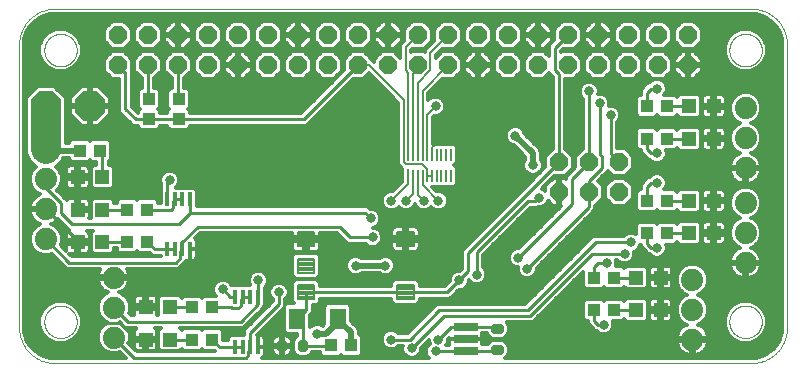
<source format=gtl>
G75*
%MOIN*%
%OFA0B0*%
%FSLAX25Y25*%
%IPPOS*%
%LPD*%
%AMOC8*
5,1,8,0,0,1.08239X$1,22.5*
%
%ADD10C,0.00000*%
%ADD11OC8,0.06000*%
%ADD12R,0.04724X0.04724*%
%ADD13C,0.02830*%
%ADD14R,0.07874X0.02756*%
%ADD15C,0.00827*%
%ADD16R,0.05512X0.07087*%
%ADD17R,0.01181X0.04724*%
%ADD18OC8,0.10000*%
%ADD19OC8,0.06102*%
%ADD20C,0.07400*%
%ADD21R,0.03937X0.04331*%
%ADD22R,0.04331X0.03937*%
%ADD23R,0.00787X0.04331*%
%ADD24R,0.00787X0.03937*%
%ADD25C,0.01000*%
%ADD26C,0.00600*%
%ADD27C,0.01200*%
%ADD28C,0.03169*%
%ADD29C,0.10000*%
%ADD30C,0.02000*%
%ADD31C,0.01600*%
D10*
X0013811Y0013041D02*
X0246094Y0013041D01*
X0246379Y0013044D01*
X0246665Y0013055D01*
X0246950Y0013072D01*
X0247234Y0013096D01*
X0247518Y0013127D01*
X0247801Y0013165D01*
X0248082Y0013210D01*
X0248363Y0013261D01*
X0248643Y0013319D01*
X0248921Y0013384D01*
X0249197Y0013456D01*
X0249471Y0013534D01*
X0249744Y0013619D01*
X0250014Y0013711D01*
X0250282Y0013809D01*
X0250548Y0013913D01*
X0250811Y0014024D01*
X0251071Y0014141D01*
X0251329Y0014264D01*
X0251583Y0014394D01*
X0251834Y0014530D01*
X0252082Y0014671D01*
X0252326Y0014819D01*
X0252567Y0014972D01*
X0252803Y0015132D01*
X0253036Y0015297D01*
X0253265Y0015467D01*
X0253490Y0015643D01*
X0253710Y0015825D01*
X0253926Y0016011D01*
X0254137Y0016203D01*
X0254344Y0016400D01*
X0254546Y0016602D01*
X0254743Y0016809D01*
X0254935Y0017020D01*
X0255121Y0017236D01*
X0255303Y0017456D01*
X0255479Y0017681D01*
X0255649Y0017910D01*
X0255814Y0018143D01*
X0255974Y0018379D01*
X0256127Y0018620D01*
X0256275Y0018864D01*
X0256416Y0019112D01*
X0256552Y0019363D01*
X0256682Y0019617D01*
X0256805Y0019875D01*
X0256922Y0020135D01*
X0257033Y0020398D01*
X0257137Y0020664D01*
X0257235Y0020932D01*
X0257327Y0021202D01*
X0257412Y0021475D01*
X0257490Y0021749D01*
X0257562Y0022025D01*
X0257627Y0022303D01*
X0257685Y0022583D01*
X0257736Y0022864D01*
X0257781Y0023145D01*
X0257819Y0023428D01*
X0257850Y0023712D01*
X0257874Y0023996D01*
X0257891Y0024281D01*
X0257902Y0024567D01*
X0257905Y0024852D01*
X0257906Y0024852D02*
X0257906Y0119340D01*
X0257905Y0119340D02*
X0257902Y0119625D01*
X0257891Y0119911D01*
X0257874Y0120196D01*
X0257850Y0120480D01*
X0257819Y0120764D01*
X0257781Y0121047D01*
X0257736Y0121328D01*
X0257685Y0121609D01*
X0257627Y0121889D01*
X0257562Y0122167D01*
X0257490Y0122443D01*
X0257412Y0122717D01*
X0257327Y0122990D01*
X0257235Y0123260D01*
X0257137Y0123528D01*
X0257033Y0123794D01*
X0256922Y0124057D01*
X0256805Y0124317D01*
X0256682Y0124575D01*
X0256552Y0124829D01*
X0256416Y0125080D01*
X0256275Y0125328D01*
X0256127Y0125572D01*
X0255974Y0125813D01*
X0255814Y0126049D01*
X0255649Y0126282D01*
X0255479Y0126511D01*
X0255303Y0126736D01*
X0255121Y0126956D01*
X0254935Y0127172D01*
X0254743Y0127383D01*
X0254546Y0127590D01*
X0254344Y0127792D01*
X0254137Y0127989D01*
X0253926Y0128181D01*
X0253710Y0128367D01*
X0253490Y0128549D01*
X0253265Y0128725D01*
X0253036Y0128895D01*
X0252803Y0129060D01*
X0252567Y0129220D01*
X0252326Y0129373D01*
X0252082Y0129521D01*
X0251834Y0129662D01*
X0251583Y0129798D01*
X0251329Y0129928D01*
X0251071Y0130051D01*
X0250811Y0130168D01*
X0250548Y0130279D01*
X0250282Y0130383D01*
X0250014Y0130481D01*
X0249744Y0130573D01*
X0249471Y0130658D01*
X0249197Y0130736D01*
X0248921Y0130808D01*
X0248643Y0130873D01*
X0248363Y0130931D01*
X0248082Y0130982D01*
X0247801Y0131027D01*
X0247518Y0131065D01*
X0247234Y0131096D01*
X0246950Y0131120D01*
X0246665Y0131137D01*
X0246379Y0131148D01*
X0246094Y0131151D01*
X0013811Y0131151D01*
X0013526Y0131148D01*
X0013240Y0131137D01*
X0012955Y0131120D01*
X0012671Y0131096D01*
X0012387Y0131065D01*
X0012104Y0131027D01*
X0011823Y0130982D01*
X0011542Y0130931D01*
X0011262Y0130873D01*
X0010984Y0130808D01*
X0010708Y0130736D01*
X0010434Y0130658D01*
X0010161Y0130573D01*
X0009891Y0130481D01*
X0009623Y0130383D01*
X0009357Y0130279D01*
X0009094Y0130168D01*
X0008834Y0130051D01*
X0008576Y0129928D01*
X0008322Y0129798D01*
X0008071Y0129662D01*
X0007823Y0129521D01*
X0007579Y0129373D01*
X0007338Y0129220D01*
X0007102Y0129060D01*
X0006869Y0128895D01*
X0006640Y0128725D01*
X0006415Y0128549D01*
X0006195Y0128367D01*
X0005979Y0128181D01*
X0005768Y0127989D01*
X0005561Y0127792D01*
X0005359Y0127590D01*
X0005162Y0127383D01*
X0004970Y0127172D01*
X0004784Y0126956D01*
X0004602Y0126736D01*
X0004426Y0126511D01*
X0004256Y0126282D01*
X0004091Y0126049D01*
X0003931Y0125813D01*
X0003778Y0125572D01*
X0003630Y0125328D01*
X0003489Y0125080D01*
X0003353Y0124829D01*
X0003223Y0124575D01*
X0003100Y0124317D01*
X0002983Y0124057D01*
X0002872Y0123794D01*
X0002768Y0123528D01*
X0002670Y0123260D01*
X0002578Y0122990D01*
X0002493Y0122717D01*
X0002415Y0122443D01*
X0002343Y0122167D01*
X0002278Y0121889D01*
X0002220Y0121609D01*
X0002169Y0121328D01*
X0002124Y0121047D01*
X0002086Y0120764D01*
X0002055Y0120480D01*
X0002031Y0120196D01*
X0002014Y0119911D01*
X0002003Y0119625D01*
X0002000Y0119340D01*
X0002000Y0024852D01*
X0002003Y0024567D01*
X0002014Y0024281D01*
X0002031Y0023996D01*
X0002055Y0023712D01*
X0002086Y0023428D01*
X0002124Y0023145D01*
X0002169Y0022864D01*
X0002220Y0022583D01*
X0002278Y0022303D01*
X0002343Y0022025D01*
X0002415Y0021749D01*
X0002493Y0021475D01*
X0002578Y0021202D01*
X0002670Y0020932D01*
X0002768Y0020664D01*
X0002872Y0020398D01*
X0002983Y0020135D01*
X0003100Y0019875D01*
X0003223Y0019617D01*
X0003353Y0019363D01*
X0003489Y0019112D01*
X0003630Y0018864D01*
X0003778Y0018620D01*
X0003931Y0018379D01*
X0004091Y0018143D01*
X0004256Y0017910D01*
X0004426Y0017681D01*
X0004602Y0017456D01*
X0004784Y0017236D01*
X0004970Y0017020D01*
X0005162Y0016809D01*
X0005359Y0016602D01*
X0005561Y0016400D01*
X0005768Y0016203D01*
X0005979Y0016011D01*
X0006195Y0015825D01*
X0006415Y0015643D01*
X0006640Y0015467D01*
X0006869Y0015297D01*
X0007102Y0015132D01*
X0007338Y0014972D01*
X0007579Y0014819D01*
X0007823Y0014671D01*
X0008071Y0014530D01*
X0008322Y0014394D01*
X0008576Y0014264D01*
X0008834Y0014141D01*
X0009094Y0014024D01*
X0009357Y0013913D01*
X0009623Y0013809D01*
X0009891Y0013711D01*
X0010161Y0013619D01*
X0010434Y0013534D01*
X0010708Y0013456D01*
X0010984Y0013384D01*
X0011262Y0013319D01*
X0011542Y0013261D01*
X0011823Y0013210D01*
X0012104Y0013165D01*
X0012387Y0013127D01*
X0012671Y0013096D01*
X0012955Y0013072D01*
X0013240Y0013055D01*
X0013526Y0013044D01*
X0013811Y0013041D01*
X0010367Y0026820D02*
X0010369Y0026967D01*
X0010375Y0027113D01*
X0010385Y0027259D01*
X0010399Y0027405D01*
X0010417Y0027551D01*
X0010438Y0027696D01*
X0010464Y0027840D01*
X0010494Y0027984D01*
X0010527Y0028126D01*
X0010564Y0028268D01*
X0010605Y0028409D01*
X0010650Y0028548D01*
X0010699Y0028687D01*
X0010751Y0028824D01*
X0010808Y0028959D01*
X0010867Y0029093D01*
X0010931Y0029225D01*
X0010998Y0029355D01*
X0011068Y0029484D01*
X0011142Y0029611D01*
X0011219Y0029735D01*
X0011300Y0029858D01*
X0011384Y0029978D01*
X0011471Y0030096D01*
X0011561Y0030211D01*
X0011654Y0030324D01*
X0011751Y0030435D01*
X0011850Y0030543D01*
X0011952Y0030648D01*
X0012057Y0030750D01*
X0012165Y0030849D01*
X0012276Y0030946D01*
X0012389Y0031039D01*
X0012504Y0031129D01*
X0012622Y0031216D01*
X0012742Y0031300D01*
X0012865Y0031381D01*
X0012989Y0031458D01*
X0013116Y0031532D01*
X0013245Y0031602D01*
X0013375Y0031669D01*
X0013507Y0031733D01*
X0013641Y0031792D01*
X0013776Y0031849D01*
X0013913Y0031901D01*
X0014052Y0031950D01*
X0014191Y0031995D01*
X0014332Y0032036D01*
X0014474Y0032073D01*
X0014616Y0032106D01*
X0014760Y0032136D01*
X0014904Y0032162D01*
X0015049Y0032183D01*
X0015195Y0032201D01*
X0015341Y0032215D01*
X0015487Y0032225D01*
X0015633Y0032231D01*
X0015780Y0032233D01*
X0015927Y0032231D01*
X0016073Y0032225D01*
X0016219Y0032215D01*
X0016365Y0032201D01*
X0016511Y0032183D01*
X0016656Y0032162D01*
X0016800Y0032136D01*
X0016944Y0032106D01*
X0017086Y0032073D01*
X0017228Y0032036D01*
X0017369Y0031995D01*
X0017508Y0031950D01*
X0017647Y0031901D01*
X0017784Y0031849D01*
X0017919Y0031792D01*
X0018053Y0031733D01*
X0018185Y0031669D01*
X0018315Y0031602D01*
X0018444Y0031532D01*
X0018571Y0031458D01*
X0018695Y0031381D01*
X0018818Y0031300D01*
X0018938Y0031216D01*
X0019056Y0031129D01*
X0019171Y0031039D01*
X0019284Y0030946D01*
X0019395Y0030849D01*
X0019503Y0030750D01*
X0019608Y0030648D01*
X0019710Y0030543D01*
X0019809Y0030435D01*
X0019906Y0030324D01*
X0019999Y0030211D01*
X0020089Y0030096D01*
X0020176Y0029978D01*
X0020260Y0029858D01*
X0020341Y0029735D01*
X0020418Y0029611D01*
X0020492Y0029484D01*
X0020562Y0029355D01*
X0020629Y0029225D01*
X0020693Y0029093D01*
X0020752Y0028959D01*
X0020809Y0028824D01*
X0020861Y0028687D01*
X0020910Y0028548D01*
X0020955Y0028409D01*
X0020996Y0028268D01*
X0021033Y0028126D01*
X0021066Y0027984D01*
X0021096Y0027840D01*
X0021122Y0027696D01*
X0021143Y0027551D01*
X0021161Y0027405D01*
X0021175Y0027259D01*
X0021185Y0027113D01*
X0021191Y0026967D01*
X0021193Y0026820D01*
X0021191Y0026673D01*
X0021185Y0026527D01*
X0021175Y0026381D01*
X0021161Y0026235D01*
X0021143Y0026089D01*
X0021122Y0025944D01*
X0021096Y0025800D01*
X0021066Y0025656D01*
X0021033Y0025514D01*
X0020996Y0025372D01*
X0020955Y0025231D01*
X0020910Y0025092D01*
X0020861Y0024953D01*
X0020809Y0024816D01*
X0020752Y0024681D01*
X0020693Y0024547D01*
X0020629Y0024415D01*
X0020562Y0024285D01*
X0020492Y0024156D01*
X0020418Y0024029D01*
X0020341Y0023905D01*
X0020260Y0023782D01*
X0020176Y0023662D01*
X0020089Y0023544D01*
X0019999Y0023429D01*
X0019906Y0023316D01*
X0019809Y0023205D01*
X0019710Y0023097D01*
X0019608Y0022992D01*
X0019503Y0022890D01*
X0019395Y0022791D01*
X0019284Y0022694D01*
X0019171Y0022601D01*
X0019056Y0022511D01*
X0018938Y0022424D01*
X0018818Y0022340D01*
X0018695Y0022259D01*
X0018571Y0022182D01*
X0018444Y0022108D01*
X0018315Y0022038D01*
X0018185Y0021971D01*
X0018053Y0021907D01*
X0017919Y0021848D01*
X0017784Y0021791D01*
X0017647Y0021739D01*
X0017508Y0021690D01*
X0017369Y0021645D01*
X0017228Y0021604D01*
X0017086Y0021567D01*
X0016944Y0021534D01*
X0016800Y0021504D01*
X0016656Y0021478D01*
X0016511Y0021457D01*
X0016365Y0021439D01*
X0016219Y0021425D01*
X0016073Y0021415D01*
X0015927Y0021409D01*
X0015780Y0021407D01*
X0015633Y0021409D01*
X0015487Y0021415D01*
X0015341Y0021425D01*
X0015195Y0021439D01*
X0015049Y0021457D01*
X0014904Y0021478D01*
X0014760Y0021504D01*
X0014616Y0021534D01*
X0014474Y0021567D01*
X0014332Y0021604D01*
X0014191Y0021645D01*
X0014052Y0021690D01*
X0013913Y0021739D01*
X0013776Y0021791D01*
X0013641Y0021848D01*
X0013507Y0021907D01*
X0013375Y0021971D01*
X0013245Y0022038D01*
X0013116Y0022108D01*
X0012989Y0022182D01*
X0012865Y0022259D01*
X0012742Y0022340D01*
X0012622Y0022424D01*
X0012504Y0022511D01*
X0012389Y0022601D01*
X0012276Y0022694D01*
X0012165Y0022791D01*
X0012057Y0022890D01*
X0011952Y0022992D01*
X0011850Y0023097D01*
X0011751Y0023205D01*
X0011654Y0023316D01*
X0011561Y0023429D01*
X0011471Y0023544D01*
X0011384Y0023662D01*
X0011300Y0023782D01*
X0011219Y0023905D01*
X0011142Y0024029D01*
X0011068Y0024156D01*
X0010998Y0024285D01*
X0010931Y0024415D01*
X0010867Y0024547D01*
X0010808Y0024681D01*
X0010751Y0024816D01*
X0010699Y0024953D01*
X0010650Y0025092D01*
X0010605Y0025231D01*
X0010564Y0025372D01*
X0010527Y0025514D01*
X0010494Y0025656D01*
X0010464Y0025800D01*
X0010438Y0025944D01*
X0010417Y0026089D01*
X0010399Y0026235D01*
X0010385Y0026381D01*
X0010375Y0026527D01*
X0010369Y0026673D01*
X0010367Y0026820D01*
X0010367Y0117371D02*
X0010369Y0117518D01*
X0010375Y0117664D01*
X0010385Y0117810D01*
X0010399Y0117956D01*
X0010417Y0118102D01*
X0010438Y0118247D01*
X0010464Y0118391D01*
X0010494Y0118535D01*
X0010527Y0118677D01*
X0010564Y0118819D01*
X0010605Y0118960D01*
X0010650Y0119099D01*
X0010699Y0119238D01*
X0010751Y0119375D01*
X0010808Y0119510D01*
X0010867Y0119644D01*
X0010931Y0119776D01*
X0010998Y0119906D01*
X0011068Y0120035D01*
X0011142Y0120162D01*
X0011219Y0120286D01*
X0011300Y0120409D01*
X0011384Y0120529D01*
X0011471Y0120647D01*
X0011561Y0120762D01*
X0011654Y0120875D01*
X0011751Y0120986D01*
X0011850Y0121094D01*
X0011952Y0121199D01*
X0012057Y0121301D01*
X0012165Y0121400D01*
X0012276Y0121497D01*
X0012389Y0121590D01*
X0012504Y0121680D01*
X0012622Y0121767D01*
X0012742Y0121851D01*
X0012865Y0121932D01*
X0012989Y0122009D01*
X0013116Y0122083D01*
X0013245Y0122153D01*
X0013375Y0122220D01*
X0013507Y0122284D01*
X0013641Y0122343D01*
X0013776Y0122400D01*
X0013913Y0122452D01*
X0014052Y0122501D01*
X0014191Y0122546D01*
X0014332Y0122587D01*
X0014474Y0122624D01*
X0014616Y0122657D01*
X0014760Y0122687D01*
X0014904Y0122713D01*
X0015049Y0122734D01*
X0015195Y0122752D01*
X0015341Y0122766D01*
X0015487Y0122776D01*
X0015633Y0122782D01*
X0015780Y0122784D01*
X0015927Y0122782D01*
X0016073Y0122776D01*
X0016219Y0122766D01*
X0016365Y0122752D01*
X0016511Y0122734D01*
X0016656Y0122713D01*
X0016800Y0122687D01*
X0016944Y0122657D01*
X0017086Y0122624D01*
X0017228Y0122587D01*
X0017369Y0122546D01*
X0017508Y0122501D01*
X0017647Y0122452D01*
X0017784Y0122400D01*
X0017919Y0122343D01*
X0018053Y0122284D01*
X0018185Y0122220D01*
X0018315Y0122153D01*
X0018444Y0122083D01*
X0018571Y0122009D01*
X0018695Y0121932D01*
X0018818Y0121851D01*
X0018938Y0121767D01*
X0019056Y0121680D01*
X0019171Y0121590D01*
X0019284Y0121497D01*
X0019395Y0121400D01*
X0019503Y0121301D01*
X0019608Y0121199D01*
X0019710Y0121094D01*
X0019809Y0120986D01*
X0019906Y0120875D01*
X0019999Y0120762D01*
X0020089Y0120647D01*
X0020176Y0120529D01*
X0020260Y0120409D01*
X0020341Y0120286D01*
X0020418Y0120162D01*
X0020492Y0120035D01*
X0020562Y0119906D01*
X0020629Y0119776D01*
X0020693Y0119644D01*
X0020752Y0119510D01*
X0020809Y0119375D01*
X0020861Y0119238D01*
X0020910Y0119099D01*
X0020955Y0118960D01*
X0020996Y0118819D01*
X0021033Y0118677D01*
X0021066Y0118535D01*
X0021096Y0118391D01*
X0021122Y0118247D01*
X0021143Y0118102D01*
X0021161Y0117956D01*
X0021175Y0117810D01*
X0021185Y0117664D01*
X0021191Y0117518D01*
X0021193Y0117371D01*
X0021191Y0117224D01*
X0021185Y0117078D01*
X0021175Y0116932D01*
X0021161Y0116786D01*
X0021143Y0116640D01*
X0021122Y0116495D01*
X0021096Y0116351D01*
X0021066Y0116207D01*
X0021033Y0116065D01*
X0020996Y0115923D01*
X0020955Y0115782D01*
X0020910Y0115643D01*
X0020861Y0115504D01*
X0020809Y0115367D01*
X0020752Y0115232D01*
X0020693Y0115098D01*
X0020629Y0114966D01*
X0020562Y0114836D01*
X0020492Y0114707D01*
X0020418Y0114580D01*
X0020341Y0114456D01*
X0020260Y0114333D01*
X0020176Y0114213D01*
X0020089Y0114095D01*
X0019999Y0113980D01*
X0019906Y0113867D01*
X0019809Y0113756D01*
X0019710Y0113648D01*
X0019608Y0113543D01*
X0019503Y0113441D01*
X0019395Y0113342D01*
X0019284Y0113245D01*
X0019171Y0113152D01*
X0019056Y0113062D01*
X0018938Y0112975D01*
X0018818Y0112891D01*
X0018695Y0112810D01*
X0018571Y0112733D01*
X0018444Y0112659D01*
X0018315Y0112589D01*
X0018185Y0112522D01*
X0018053Y0112458D01*
X0017919Y0112399D01*
X0017784Y0112342D01*
X0017647Y0112290D01*
X0017508Y0112241D01*
X0017369Y0112196D01*
X0017228Y0112155D01*
X0017086Y0112118D01*
X0016944Y0112085D01*
X0016800Y0112055D01*
X0016656Y0112029D01*
X0016511Y0112008D01*
X0016365Y0111990D01*
X0016219Y0111976D01*
X0016073Y0111966D01*
X0015927Y0111960D01*
X0015780Y0111958D01*
X0015633Y0111960D01*
X0015487Y0111966D01*
X0015341Y0111976D01*
X0015195Y0111990D01*
X0015049Y0112008D01*
X0014904Y0112029D01*
X0014760Y0112055D01*
X0014616Y0112085D01*
X0014474Y0112118D01*
X0014332Y0112155D01*
X0014191Y0112196D01*
X0014052Y0112241D01*
X0013913Y0112290D01*
X0013776Y0112342D01*
X0013641Y0112399D01*
X0013507Y0112458D01*
X0013375Y0112522D01*
X0013245Y0112589D01*
X0013116Y0112659D01*
X0012989Y0112733D01*
X0012865Y0112810D01*
X0012742Y0112891D01*
X0012622Y0112975D01*
X0012504Y0113062D01*
X0012389Y0113152D01*
X0012276Y0113245D01*
X0012165Y0113342D01*
X0012057Y0113441D01*
X0011952Y0113543D01*
X0011850Y0113648D01*
X0011751Y0113756D01*
X0011654Y0113867D01*
X0011561Y0113980D01*
X0011471Y0114095D01*
X0011384Y0114213D01*
X0011300Y0114333D01*
X0011219Y0114456D01*
X0011142Y0114580D01*
X0011068Y0114707D01*
X0010998Y0114836D01*
X0010931Y0114966D01*
X0010867Y0115098D01*
X0010808Y0115232D01*
X0010751Y0115367D01*
X0010699Y0115504D01*
X0010650Y0115643D01*
X0010605Y0115782D01*
X0010564Y0115923D01*
X0010527Y0116065D01*
X0010494Y0116207D01*
X0010464Y0116351D01*
X0010438Y0116495D01*
X0010417Y0116640D01*
X0010399Y0116786D01*
X0010385Y0116932D01*
X0010375Y0117078D01*
X0010369Y0117224D01*
X0010367Y0117371D01*
X0238713Y0117371D02*
X0238715Y0117518D01*
X0238721Y0117664D01*
X0238731Y0117810D01*
X0238745Y0117956D01*
X0238763Y0118102D01*
X0238784Y0118247D01*
X0238810Y0118391D01*
X0238840Y0118535D01*
X0238873Y0118677D01*
X0238910Y0118819D01*
X0238951Y0118960D01*
X0238996Y0119099D01*
X0239045Y0119238D01*
X0239097Y0119375D01*
X0239154Y0119510D01*
X0239213Y0119644D01*
X0239277Y0119776D01*
X0239344Y0119906D01*
X0239414Y0120035D01*
X0239488Y0120162D01*
X0239565Y0120286D01*
X0239646Y0120409D01*
X0239730Y0120529D01*
X0239817Y0120647D01*
X0239907Y0120762D01*
X0240000Y0120875D01*
X0240097Y0120986D01*
X0240196Y0121094D01*
X0240298Y0121199D01*
X0240403Y0121301D01*
X0240511Y0121400D01*
X0240622Y0121497D01*
X0240735Y0121590D01*
X0240850Y0121680D01*
X0240968Y0121767D01*
X0241088Y0121851D01*
X0241211Y0121932D01*
X0241335Y0122009D01*
X0241462Y0122083D01*
X0241591Y0122153D01*
X0241721Y0122220D01*
X0241853Y0122284D01*
X0241987Y0122343D01*
X0242122Y0122400D01*
X0242259Y0122452D01*
X0242398Y0122501D01*
X0242537Y0122546D01*
X0242678Y0122587D01*
X0242820Y0122624D01*
X0242962Y0122657D01*
X0243106Y0122687D01*
X0243250Y0122713D01*
X0243395Y0122734D01*
X0243541Y0122752D01*
X0243687Y0122766D01*
X0243833Y0122776D01*
X0243979Y0122782D01*
X0244126Y0122784D01*
X0244273Y0122782D01*
X0244419Y0122776D01*
X0244565Y0122766D01*
X0244711Y0122752D01*
X0244857Y0122734D01*
X0245002Y0122713D01*
X0245146Y0122687D01*
X0245290Y0122657D01*
X0245432Y0122624D01*
X0245574Y0122587D01*
X0245715Y0122546D01*
X0245854Y0122501D01*
X0245993Y0122452D01*
X0246130Y0122400D01*
X0246265Y0122343D01*
X0246399Y0122284D01*
X0246531Y0122220D01*
X0246661Y0122153D01*
X0246790Y0122083D01*
X0246917Y0122009D01*
X0247041Y0121932D01*
X0247164Y0121851D01*
X0247284Y0121767D01*
X0247402Y0121680D01*
X0247517Y0121590D01*
X0247630Y0121497D01*
X0247741Y0121400D01*
X0247849Y0121301D01*
X0247954Y0121199D01*
X0248056Y0121094D01*
X0248155Y0120986D01*
X0248252Y0120875D01*
X0248345Y0120762D01*
X0248435Y0120647D01*
X0248522Y0120529D01*
X0248606Y0120409D01*
X0248687Y0120286D01*
X0248764Y0120162D01*
X0248838Y0120035D01*
X0248908Y0119906D01*
X0248975Y0119776D01*
X0249039Y0119644D01*
X0249098Y0119510D01*
X0249155Y0119375D01*
X0249207Y0119238D01*
X0249256Y0119099D01*
X0249301Y0118960D01*
X0249342Y0118819D01*
X0249379Y0118677D01*
X0249412Y0118535D01*
X0249442Y0118391D01*
X0249468Y0118247D01*
X0249489Y0118102D01*
X0249507Y0117956D01*
X0249521Y0117810D01*
X0249531Y0117664D01*
X0249537Y0117518D01*
X0249539Y0117371D01*
X0249537Y0117224D01*
X0249531Y0117078D01*
X0249521Y0116932D01*
X0249507Y0116786D01*
X0249489Y0116640D01*
X0249468Y0116495D01*
X0249442Y0116351D01*
X0249412Y0116207D01*
X0249379Y0116065D01*
X0249342Y0115923D01*
X0249301Y0115782D01*
X0249256Y0115643D01*
X0249207Y0115504D01*
X0249155Y0115367D01*
X0249098Y0115232D01*
X0249039Y0115098D01*
X0248975Y0114966D01*
X0248908Y0114836D01*
X0248838Y0114707D01*
X0248764Y0114580D01*
X0248687Y0114456D01*
X0248606Y0114333D01*
X0248522Y0114213D01*
X0248435Y0114095D01*
X0248345Y0113980D01*
X0248252Y0113867D01*
X0248155Y0113756D01*
X0248056Y0113648D01*
X0247954Y0113543D01*
X0247849Y0113441D01*
X0247741Y0113342D01*
X0247630Y0113245D01*
X0247517Y0113152D01*
X0247402Y0113062D01*
X0247284Y0112975D01*
X0247164Y0112891D01*
X0247041Y0112810D01*
X0246917Y0112733D01*
X0246790Y0112659D01*
X0246661Y0112589D01*
X0246531Y0112522D01*
X0246399Y0112458D01*
X0246265Y0112399D01*
X0246130Y0112342D01*
X0245993Y0112290D01*
X0245854Y0112241D01*
X0245715Y0112196D01*
X0245574Y0112155D01*
X0245432Y0112118D01*
X0245290Y0112085D01*
X0245146Y0112055D01*
X0245002Y0112029D01*
X0244857Y0112008D01*
X0244711Y0111990D01*
X0244565Y0111976D01*
X0244419Y0111966D01*
X0244273Y0111960D01*
X0244126Y0111958D01*
X0243979Y0111960D01*
X0243833Y0111966D01*
X0243687Y0111976D01*
X0243541Y0111990D01*
X0243395Y0112008D01*
X0243250Y0112029D01*
X0243106Y0112055D01*
X0242962Y0112085D01*
X0242820Y0112118D01*
X0242678Y0112155D01*
X0242537Y0112196D01*
X0242398Y0112241D01*
X0242259Y0112290D01*
X0242122Y0112342D01*
X0241987Y0112399D01*
X0241853Y0112458D01*
X0241721Y0112522D01*
X0241591Y0112589D01*
X0241462Y0112659D01*
X0241335Y0112733D01*
X0241211Y0112810D01*
X0241088Y0112891D01*
X0240968Y0112975D01*
X0240850Y0113062D01*
X0240735Y0113152D01*
X0240622Y0113245D01*
X0240511Y0113342D01*
X0240403Y0113441D01*
X0240298Y0113543D01*
X0240196Y0113648D01*
X0240097Y0113756D01*
X0240000Y0113867D01*
X0239907Y0113980D01*
X0239817Y0114095D01*
X0239730Y0114213D01*
X0239646Y0114333D01*
X0239565Y0114456D01*
X0239488Y0114580D01*
X0239414Y0114707D01*
X0239344Y0114836D01*
X0239277Y0114966D01*
X0239213Y0115098D01*
X0239154Y0115232D01*
X0239097Y0115367D01*
X0239045Y0115504D01*
X0238996Y0115643D01*
X0238951Y0115782D01*
X0238910Y0115923D01*
X0238873Y0116065D01*
X0238840Y0116207D01*
X0238810Y0116351D01*
X0238784Y0116495D01*
X0238763Y0116640D01*
X0238745Y0116786D01*
X0238731Y0116932D01*
X0238721Y0117078D01*
X0238715Y0117224D01*
X0238713Y0117371D01*
X0238713Y0026820D02*
X0238715Y0026967D01*
X0238721Y0027113D01*
X0238731Y0027259D01*
X0238745Y0027405D01*
X0238763Y0027551D01*
X0238784Y0027696D01*
X0238810Y0027840D01*
X0238840Y0027984D01*
X0238873Y0028126D01*
X0238910Y0028268D01*
X0238951Y0028409D01*
X0238996Y0028548D01*
X0239045Y0028687D01*
X0239097Y0028824D01*
X0239154Y0028959D01*
X0239213Y0029093D01*
X0239277Y0029225D01*
X0239344Y0029355D01*
X0239414Y0029484D01*
X0239488Y0029611D01*
X0239565Y0029735D01*
X0239646Y0029858D01*
X0239730Y0029978D01*
X0239817Y0030096D01*
X0239907Y0030211D01*
X0240000Y0030324D01*
X0240097Y0030435D01*
X0240196Y0030543D01*
X0240298Y0030648D01*
X0240403Y0030750D01*
X0240511Y0030849D01*
X0240622Y0030946D01*
X0240735Y0031039D01*
X0240850Y0031129D01*
X0240968Y0031216D01*
X0241088Y0031300D01*
X0241211Y0031381D01*
X0241335Y0031458D01*
X0241462Y0031532D01*
X0241591Y0031602D01*
X0241721Y0031669D01*
X0241853Y0031733D01*
X0241987Y0031792D01*
X0242122Y0031849D01*
X0242259Y0031901D01*
X0242398Y0031950D01*
X0242537Y0031995D01*
X0242678Y0032036D01*
X0242820Y0032073D01*
X0242962Y0032106D01*
X0243106Y0032136D01*
X0243250Y0032162D01*
X0243395Y0032183D01*
X0243541Y0032201D01*
X0243687Y0032215D01*
X0243833Y0032225D01*
X0243979Y0032231D01*
X0244126Y0032233D01*
X0244273Y0032231D01*
X0244419Y0032225D01*
X0244565Y0032215D01*
X0244711Y0032201D01*
X0244857Y0032183D01*
X0245002Y0032162D01*
X0245146Y0032136D01*
X0245290Y0032106D01*
X0245432Y0032073D01*
X0245574Y0032036D01*
X0245715Y0031995D01*
X0245854Y0031950D01*
X0245993Y0031901D01*
X0246130Y0031849D01*
X0246265Y0031792D01*
X0246399Y0031733D01*
X0246531Y0031669D01*
X0246661Y0031602D01*
X0246790Y0031532D01*
X0246917Y0031458D01*
X0247041Y0031381D01*
X0247164Y0031300D01*
X0247284Y0031216D01*
X0247402Y0031129D01*
X0247517Y0031039D01*
X0247630Y0030946D01*
X0247741Y0030849D01*
X0247849Y0030750D01*
X0247954Y0030648D01*
X0248056Y0030543D01*
X0248155Y0030435D01*
X0248252Y0030324D01*
X0248345Y0030211D01*
X0248435Y0030096D01*
X0248522Y0029978D01*
X0248606Y0029858D01*
X0248687Y0029735D01*
X0248764Y0029611D01*
X0248838Y0029484D01*
X0248908Y0029355D01*
X0248975Y0029225D01*
X0249039Y0029093D01*
X0249098Y0028959D01*
X0249155Y0028824D01*
X0249207Y0028687D01*
X0249256Y0028548D01*
X0249301Y0028409D01*
X0249342Y0028268D01*
X0249379Y0028126D01*
X0249412Y0027984D01*
X0249442Y0027840D01*
X0249468Y0027696D01*
X0249489Y0027551D01*
X0249507Y0027405D01*
X0249521Y0027259D01*
X0249531Y0027113D01*
X0249537Y0026967D01*
X0249539Y0026820D01*
X0249537Y0026673D01*
X0249531Y0026527D01*
X0249521Y0026381D01*
X0249507Y0026235D01*
X0249489Y0026089D01*
X0249468Y0025944D01*
X0249442Y0025800D01*
X0249412Y0025656D01*
X0249379Y0025514D01*
X0249342Y0025372D01*
X0249301Y0025231D01*
X0249256Y0025092D01*
X0249207Y0024953D01*
X0249155Y0024816D01*
X0249098Y0024681D01*
X0249039Y0024547D01*
X0248975Y0024415D01*
X0248908Y0024285D01*
X0248838Y0024156D01*
X0248764Y0024029D01*
X0248687Y0023905D01*
X0248606Y0023782D01*
X0248522Y0023662D01*
X0248435Y0023544D01*
X0248345Y0023429D01*
X0248252Y0023316D01*
X0248155Y0023205D01*
X0248056Y0023097D01*
X0247954Y0022992D01*
X0247849Y0022890D01*
X0247741Y0022791D01*
X0247630Y0022694D01*
X0247517Y0022601D01*
X0247402Y0022511D01*
X0247284Y0022424D01*
X0247164Y0022340D01*
X0247041Y0022259D01*
X0246917Y0022182D01*
X0246790Y0022108D01*
X0246661Y0022038D01*
X0246531Y0021971D01*
X0246399Y0021907D01*
X0246265Y0021848D01*
X0246130Y0021791D01*
X0245993Y0021739D01*
X0245854Y0021690D01*
X0245715Y0021645D01*
X0245574Y0021604D01*
X0245432Y0021567D01*
X0245290Y0021534D01*
X0245146Y0021504D01*
X0245002Y0021478D01*
X0244857Y0021457D01*
X0244711Y0021439D01*
X0244565Y0021425D01*
X0244419Y0021415D01*
X0244273Y0021409D01*
X0244126Y0021407D01*
X0243979Y0021409D01*
X0243833Y0021415D01*
X0243687Y0021425D01*
X0243541Y0021439D01*
X0243395Y0021457D01*
X0243250Y0021478D01*
X0243106Y0021504D01*
X0242962Y0021534D01*
X0242820Y0021567D01*
X0242678Y0021604D01*
X0242537Y0021645D01*
X0242398Y0021690D01*
X0242259Y0021739D01*
X0242122Y0021791D01*
X0241987Y0021848D01*
X0241853Y0021907D01*
X0241721Y0021971D01*
X0241591Y0022038D01*
X0241462Y0022108D01*
X0241335Y0022182D01*
X0241211Y0022259D01*
X0241088Y0022340D01*
X0240968Y0022424D01*
X0240850Y0022511D01*
X0240735Y0022601D01*
X0240622Y0022694D01*
X0240511Y0022791D01*
X0240403Y0022890D01*
X0240298Y0022992D01*
X0240196Y0023097D01*
X0240097Y0023205D01*
X0240000Y0023316D01*
X0239907Y0023429D01*
X0239817Y0023544D01*
X0239730Y0023662D01*
X0239646Y0023782D01*
X0239565Y0023905D01*
X0239488Y0024029D01*
X0239414Y0024156D01*
X0239344Y0024285D01*
X0239277Y0024415D01*
X0239213Y0024547D01*
X0239154Y0024681D01*
X0239097Y0024816D01*
X0239045Y0024953D01*
X0238996Y0025092D01*
X0238951Y0025231D01*
X0238910Y0025372D01*
X0238873Y0025514D01*
X0238840Y0025656D01*
X0238810Y0025800D01*
X0238784Y0025944D01*
X0238763Y0026089D01*
X0238745Y0026235D01*
X0238731Y0026381D01*
X0238721Y0026527D01*
X0238715Y0026673D01*
X0238713Y0026820D01*
D11*
X0224953Y0112371D03*
X0214953Y0112371D03*
X0204953Y0112371D03*
X0194953Y0112371D03*
X0184953Y0112371D03*
X0174953Y0112371D03*
X0164953Y0112371D03*
X0154953Y0112371D03*
X0144953Y0112371D03*
X0134953Y0112371D03*
X0124953Y0112371D03*
X0114953Y0112371D03*
X0104953Y0112371D03*
X0094953Y0112371D03*
X0084953Y0112371D03*
X0074953Y0112371D03*
X0064953Y0112371D03*
X0054953Y0112371D03*
X0044953Y0112371D03*
X0034953Y0112371D03*
X0034953Y0122371D03*
X0044953Y0122371D03*
X0054953Y0122371D03*
X0064953Y0122371D03*
X0074953Y0122371D03*
X0084953Y0122371D03*
X0094953Y0122371D03*
X0104953Y0122371D03*
X0114953Y0122371D03*
X0124953Y0122371D03*
X0134953Y0122371D03*
X0144953Y0122371D03*
X0154953Y0122371D03*
X0164953Y0122371D03*
X0174953Y0122371D03*
X0184953Y0122371D03*
X0194953Y0122371D03*
X0204953Y0122371D03*
X0214953Y0122371D03*
X0224953Y0122371D03*
D12*
X0225228Y0098670D03*
X0233496Y0098670D03*
X0233496Y0087844D03*
X0225228Y0087844D03*
X0225228Y0067174D03*
X0233496Y0067174D03*
X0233496Y0056348D03*
X0225228Y0056348D03*
X0215780Y0041584D03*
X0207512Y0041584D03*
X0207512Y0030757D03*
X0215780Y0030757D03*
X0052394Y0031741D03*
X0044126Y0031741D03*
X0044126Y0020915D03*
X0052394Y0020915D03*
X0029756Y0053395D03*
X0021488Y0053395D03*
X0021488Y0064222D03*
X0029756Y0064222D03*
X0029756Y0075048D03*
X0021488Y0075048D03*
D13*
X0089289Y0019499D02*
X0089289Y0017999D01*
X0089289Y0019499D02*
X0089995Y0019499D01*
X0089995Y0017999D01*
X0089289Y0017999D01*
X0096289Y0017999D02*
X0096289Y0019499D01*
X0096995Y0019499D01*
X0096995Y0017999D01*
X0096289Y0017999D01*
X0162199Y0017768D02*
X0162199Y0017062D01*
X0160699Y0017062D01*
X0160699Y0017768D01*
X0162199Y0017768D01*
X0162199Y0024062D02*
X0162199Y0024768D01*
X0162199Y0024062D02*
X0160699Y0024062D01*
X0160699Y0024768D01*
X0162199Y0024768D01*
D14*
X0150819Y0025048D03*
X0150819Y0021111D03*
X0150819Y0017174D03*
D15*
X0133476Y0034320D02*
X0128004Y0034320D01*
X0128004Y0039006D01*
X0133476Y0039006D01*
X0133476Y0034320D01*
X0133476Y0035146D02*
X0128004Y0035146D01*
X0128004Y0035972D02*
X0133476Y0035972D01*
X0133476Y0036798D02*
X0128004Y0036798D01*
X0128004Y0037624D02*
X0133476Y0037624D01*
X0133476Y0038450D02*
X0128004Y0038450D01*
X0128004Y0052036D02*
X0133476Y0052036D01*
X0128004Y0052036D02*
X0128004Y0056722D01*
X0133476Y0056722D01*
X0133476Y0052036D01*
X0133476Y0052862D02*
X0128004Y0052862D01*
X0128004Y0053688D02*
X0133476Y0053688D01*
X0133476Y0054514D02*
X0128004Y0054514D01*
X0128004Y0055340D02*
X0133476Y0055340D01*
X0133476Y0056166D02*
X0128004Y0056166D01*
X0100405Y0052036D02*
X0094933Y0052036D01*
X0094933Y0056722D01*
X0100405Y0056722D01*
X0100405Y0052036D01*
X0100405Y0052862D02*
X0094933Y0052862D01*
X0094933Y0053688D02*
X0100405Y0053688D01*
X0100405Y0054514D02*
X0094933Y0054514D01*
X0094933Y0055340D02*
X0100405Y0055340D01*
X0100405Y0056166D02*
X0094933Y0056166D01*
X0094933Y0043178D02*
X0100405Y0043178D01*
X0094933Y0043178D02*
X0094933Y0047864D01*
X0100405Y0047864D01*
X0100405Y0043178D01*
X0100405Y0044004D02*
X0094933Y0044004D01*
X0094933Y0044830D02*
X0100405Y0044830D01*
X0100405Y0045656D02*
X0094933Y0045656D01*
X0094933Y0046482D02*
X0100405Y0046482D01*
X0100405Y0047308D02*
X0094933Y0047308D01*
X0094933Y0034320D02*
X0100405Y0034320D01*
X0094933Y0034320D02*
X0094933Y0039006D01*
X0100405Y0039006D01*
X0100405Y0034320D01*
X0100405Y0035146D02*
X0094933Y0035146D01*
X0094933Y0035972D02*
X0100405Y0035972D01*
X0100405Y0036798D02*
X0094933Y0036798D01*
X0094933Y0037624D02*
X0100405Y0037624D01*
X0100405Y0038450D02*
X0094933Y0038450D01*
D16*
X0094717Y0027804D03*
X0108102Y0027804D03*
D17*
X0081622Y0035135D03*
X0079063Y0035135D03*
X0076504Y0035135D03*
X0073945Y0035135D03*
X0058984Y0050981D03*
X0056425Y0050981D03*
X0053866Y0050981D03*
X0051307Y0050981D03*
X0051307Y0067615D03*
X0053866Y0067615D03*
X0056425Y0067615D03*
X0058984Y0067615D03*
X0073945Y0018501D03*
X0076504Y0018501D03*
X0079063Y0018501D03*
X0081622Y0018501D03*
D18*
X0025622Y0098670D03*
X0010858Y0098670D03*
D19*
X0181961Y0080048D03*
X0191961Y0080048D03*
X0201961Y0080048D03*
X0201961Y0070048D03*
X0191961Y0070048D03*
X0181961Y0070048D03*
D20*
X0226409Y0040915D03*
X0244126Y0046505D03*
X0244126Y0056505D03*
X0244126Y0066505D03*
X0244126Y0078001D03*
X0244126Y0088001D03*
X0244126Y0098001D03*
X0226409Y0030915D03*
X0226409Y0020915D03*
X0033496Y0021584D03*
X0033496Y0031584D03*
X0033496Y0041584D03*
X0010850Y0054352D03*
X0010850Y0064352D03*
X0010850Y0074352D03*
X0010850Y0084352D03*
D21*
X0022276Y0083907D03*
X0028969Y0083907D03*
X0038024Y0064222D03*
X0044717Y0064222D03*
X0044717Y0053395D03*
X0038024Y0053395D03*
X0059677Y0031741D03*
X0066370Y0031741D03*
X0066370Y0020915D03*
X0059677Y0020915D03*
X0105937Y0018946D03*
X0112630Y0018946D03*
X0193535Y0030757D03*
X0200228Y0030757D03*
X0200228Y0041584D03*
X0193535Y0041584D03*
X0211252Y0056348D03*
X0217945Y0056348D03*
X0217945Y0067174D03*
X0211252Y0067174D03*
X0211252Y0087844D03*
X0217945Y0087844D03*
X0217945Y0098670D03*
X0211252Y0098670D03*
D22*
X0055150Y0101033D03*
X0045307Y0101033D03*
X0045307Y0094340D03*
X0055150Y0094340D03*
D23*
X0131724Y0075639D03*
D24*
X0133299Y0075442D03*
X0134874Y0075442D03*
X0136449Y0075442D03*
X0138024Y0075442D03*
X0139598Y0075442D03*
X0141173Y0075442D03*
X0142748Y0075442D03*
X0144323Y0075442D03*
X0145898Y0075442D03*
X0145898Y0082529D03*
X0144323Y0082529D03*
X0142748Y0082529D03*
X0141173Y0082529D03*
X0139598Y0082529D03*
X0138024Y0082529D03*
X0136449Y0082529D03*
X0134874Y0082529D03*
X0133299Y0082529D03*
X0131724Y0082529D03*
D25*
X0114953Y0112371D02*
X0096921Y0094340D01*
X0055150Y0094340D01*
X0045307Y0094340D01*
X0040780Y0094340D01*
X0037433Y0097686D01*
X0037433Y0109891D01*
X0034953Y0112371D01*
X0044953Y0112371D02*
X0044953Y0101387D01*
X0054953Y0101230D02*
X0054953Y0112371D01*
X0028969Y0083907D02*
X0029756Y0083119D01*
X0029756Y0075048D01*
X0015850Y0066423D02*
X0010850Y0071423D01*
X0010850Y0074352D01*
X0015850Y0066423D02*
X0015850Y0063167D01*
X0019717Y0059300D01*
X0055150Y0059300D01*
X0058984Y0063135D01*
X0058984Y0063237D01*
X0117157Y0063237D01*
X0119126Y0061269D01*
X0112386Y0054938D02*
X0108889Y0058435D01*
X0061465Y0058435D01*
X0056425Y0053395D01*
X0056425Y0053686D01*
X0056425Y0053395D02*
X0056425Y0050981D01*
X0055757Y0050313D01*
X0055757Y0048081D01*
X0054260Y0046584D01*
X0018618Y0046584D01*
X0010850Y0054352D01*
X0010850Y0064352D02*
X0021488Y0053713D01*
X0021488Y0053395D01*
X0029756Y0053395D02*
X0038024Y0053395D01*
X0044717Y0053395D02*
X0047130Y0050981D01*
X0051307Y0050981D01*
X0053866Y0050981D01*
X0058984Y0063237D02*
X0058984Y0067615D01*
X0056425Y0067615D02*
X0053866Y0067615D01*
X0053198Y0066947D01*
X0053198Y0064715D01*
X0052436Y0063953D01*
X0050178Y0063953D01*
X0049910Y0064222D01*
X0044717Y0064222D01*
X0051307Y0067615D02*
X0051307Y0072985D01*
X0052197Y0074064D01*
X0038024Y0064222D02*
X0029756Y0064222D01*
X0069913Y0037647D02*
X0072425Y0035135D01*
X0073945Y0035135D01*
X0075835Y0034467D02*
X0076504Y0035135D01*
X0079063Y0035135D01*
X0081622Y0035135D02*
X0081622Y0040497D01*
X0081724Y0040600D01*
X0088614Y0036663D02*
X0088614Y0032726D01*
X0079063Y0023174D01*
X0079063Y0018501D01*
X0079063Y0017646D01*
X0078394Y0016978D01*
X0078394Y0015600D01*
X0077633Y0014839D01*
X0040241Y0014839D01*
X0033496Y0021584D01*
X0035567Y0026584D02*
X0041236Y0020915D01*
X0044126Y0020915D01*
X0038417Y0026820D02*
X0075819Y0026820D01*
X0081622Y0032623D01*
X0081622Y0035135D01*
X0075835Y0034467D02*
X0075835Y0032234D01*
X0075074Y0031473D01*
X0072816Y0031473D01*
X0072547Y0031741D01*
X0066370Y0031741D01*
X0059677Y0031741D02*
X0052394Y0031741D01*
X0038417Y0026820D02*
X0033654Y0031584D01*
X0033496Y0031584D01*
X0035567Y0026584D02*
X0029795Y0026584D01*
X0029559Y0026820D01*
X0052394Y0020915D02*
X0059677Y0020915D01*
X0066370Y0020915D02*
X0068783Y0018501D01*
X0073945Y0018501D01*
X0076504Y0018501D01*
X0094717Y0027804D02*
X0097669Y0030757D01*
X0097669Y0036663D01*
X0130740Y0036663D01*
X0144717Y0036663D01*
X0148654Y0040600D01*
X0151675Y0043621D01*
X0151675Y0049763D01*
X0180882Y0078970D01*
X0180882Y0078970D01*
X0181961Y0080048D01*
X0181961Y0109282D01*
X0180653Y0110590D01*
X0180653Y0118071D01*
X0184953Y0122371D01*
X0191961Y0103592D02*
X0191961Y0080048D01*
X0186312Y0074400D01*
X0186312Y0066083D01*
X0168339Y0048110D01*
X0171291Y0044537D02*
X0191961Y0065206D01*
X0191961Y0070048D01*
X0191961Y0073895D01*
X0196312Y0078246D01*
X0196312Y0081851D01*
X0195534Y0082629D01*
X0195534Y0099655D01*
X0199107Y0095718D02*
X0199107Y0082902D01*
X0201961Y0080048D01*
X0211252Y0084300D02*
X0212630Y0082922D01*
X0214598Y0082922D01*
X0211252Y0084300D02*
X0211252Y0087844D01*
X0217945Y0087844D02*
X0225228Y0087844D01*
X0225228Y0098670D02*
X0217945Y0098670D01*
X0211252Y0098670D02*
X0211252Y0103198D01*
X0212630Y0104576D01*
X0214598Y0104576D01*
X0214598Y0073080D02*
X0212630Y0073080D01*
X0211252Y0071702D01*
X0211252Y0067174D01*
X0217945Y0067174D02*
X0225228Y0067174D01*
X0225228Y0056348D02*
X0217945Y0056348D01*
X0211252Y0056348D02*
X0211252Y0052804D01*
X0212630Y0051426D01*
X0214598Y0051426D01*
X0205878Y0053257D02*
X0194198Y0053257D01*
X0171530Y0030589D01*
X0142002Y0030589D01*
X0132328Y0020915D01*
X0126016Y0020915D01*
X0132906Y0017962D02*
X0143732Y0028789D01*
X0172276Y0028789D01*
X0192945Y0049458D01*
X0203772Y0049458D01*
X0197866Y0046505D02*
X0194913Y0046505D01*
X0193535Y0045127D01*
X0193535Y0041584D01*
X0200228Y0041584D02*
X0207512Y0041584D01*
X0207512Y0030757D02*
X0200228Y0030757D01*
X0193535Y0030757D02*
X0193535Y0027214D01*
X0194913Y0025836D01*
X0196882Y0025836D01*
X0161449Y0024415D02*
X0160815Y0025048D01*
X0150819Y0025048D01*
X0145898Y0025048D01*
X0141764Y0020915D01*
X0140780Y0016978D02*
X0150622Y0016978D01*
X0150819Y0017174D01*
X0161209Y0017174D01*
X0161449Y0017415D01*
X0154559Y0042568D02*
X0154559Y0050101D01*
X0171462Y0067004D01*
X0174074Y0067004D01*
X0175228Y0068159D01*
X0119827Y0054938D02*
X0112386Y0054938D01*
X0094717Y0027804D02*
X0096642Y0025879D01*
X0096642Y0018749D01*
X0105740Y0018749D01*
X0105937Y0018946D01*
D26*
X0126016Y0067174D02*
X0131724Y0072883D01*
X0131724Y0075639D01*
X0133299Y0075442D02*
X0133299Y0069537D01*
X0130937Y0067174D01*
X0134874Y0069143D02*
X0134874Y0075442D01*
X0136449Y0075442D02*
X0136449Y0072489D01*
X0141764Y0067174D01*
X0136843Y0067174D02*
X0134874Y0069143D01*
X0138024Y0075442D02*
X0137943Y0075523D01*
X0137943Y0077866D01*
X0136349Y0079460D01*
X0130875Y0079460D01*
X0130231Y0080105D01*
X0130231Y0084953D01*
X0130324Y0085047D01*
X0130324Y0100639D01*
X0118592Y0112371D01*
X0114953Y0112371D01*
X0130853Y0110673D02*
X0131724Y0109801D01*
X0131724Y0082529D01*
X0133299Y0082529D02*
X0133299Y0109497D01*
X0134953Y0111151D01*
X0134953Y0112371D01*
X0130853Y0110673D02*
X0130853Y0118271D01*
X0134953Y0122371D01*
X0139053Y0116471D02*
X0139053Y0110673D01*
X0134874Y0106494D01*
X0134874Y0082529D01*
X0136449Y0082529D02*
X0136449Y0103867D01*
X0144953Y0112371D01*
X0139053Y0116471D02*
X0144953Y0122371D01*
X0133299Y0109733D02*
X0133299Y0109497D01*
X0140780Y0098670D02*
X0138024Y0095915D01*
X0138024Y0082529D01*
X0139598Y0082529D02*
X0139680Y0082610D01*
X0139680Y0084953D01*
X0140602Y0085875D01*
X0151606Y0085875D01*
X0139598Y0075442D02*
X0138024Y0075442D01*
D27*
X0139752Y0071874D02*
X0146954Y0071874D01*
X0147891Y0072811D01*
X0147891Y0078073D01*
X0146979Y0078985D01*
X0147891Y0079897D01*
X0147891Y0085160D01*
X0146954Y0086097D01*
X0139924Y0086097D01*
X0139924Y0095128D01*
X0140282Y0095486D01*
X0141413Y0095486D01*
X0142583Y0095971D01*
X0143479Y0096867D01*
X0143964Y0098037D01*
X0143964Y0099304D01*
X0143479Y0100474D01*
X0142583Y0101370D01*
X0141413Y0101855D01*
X0140146Y0101855D01*
X0138976Y0101370D01*
X0138349Y0100743D01*
X0138349Y0103080D01*
X0143044Y0107775D01*
X0143047Y0107771D01*
X0146858Y0107771D01*
X0149553Y0110466D01*
X0149553Y0114277D01*
X0146858Y0116971D01*
X0143047Y0116971D01*
X0140953Y0114877D01*
X0140953Y0115684D01*
X0143044Y0117775D01*
X0143047Y0117771D01*
X0146858Y0117771D01*
X0149553Y0120466D01*
X0149553Y0124277D01*
X0146858Y0126971D01*
X0143047Y0126971D01*
X0140353Y0124277D01*
X0140353Y0120466D01*
X0140357Y0120462D01*
X0138266Y0118371D01*
X0137153Y0117258D01*
X0137153Y0116677D01*
X0136858Y0116971D01*
X0133047Y0116971D01*
X0132753Y0116677D01*
X0132753Y0117484D01*
X0133044Y0117775D01*
X0133047Y0117771D01*
X0136858Y0117771D01*
X0139553Y0120466D01*
X0139553Y0124277D01*
X0136858Y0126971D01*
X0133047Y0126971D01*
X0130353Y0124277D01*
X0130353Y0120466D01*
X0130357Y0120462D01*
X0128953Y0119058D01*
X0128953Y0114877D01*
X0126858Y0116971D01*
X0123047Y0116971D01*
X0120353Y0114277D01*
X0120353Y0113298D01*
X0119553Y0114098D01*
X0119553Y0114277D01*
X0116858Y0116971D01*
X0113047Y0116971D01*
X0110353Y0114277D01*
X0110353Y0110741D01*
X0096051Y0096440D01*
X0058915Y0096440D01*
X0058915Y0096971D01*
X0058200Y0097686D01*
X0058915Y0098401D01*
X0058915Y0103664D01*
X0057978Y0104601D01*
X0057053Y0104601D01*
X0057053Y0107966D01*
X0059553Y0110466D01*
X0059553Y0114277D01*
X0056858Y0116971D01*
X0053047Y0116971D01*
X0050353Y0114277D01*
X0050353Y0110466D01*
X0052853Y0107966D01*
X0052853Y0104601D01*
X0052322Y0104601D01*
X0051384Y0103664D01*
X0051384Y0098401D01*
X0052099Y0097686D01*
X0051384Y0096971D01*
X0051384Y0096440D01*
X0049072Y0096440D01*
X0049072Y0096971D01*
X0048357Y0097686D01*
X0049072Y0098401D01*
X0049072Y0103664D01*
X0048135Y0104601D01*
X0047053Y0104601D01*
X0047053Y0107966D01*
X0049553Y0110466D01*
X0049553Y0114277D01*
X0046858Y0116971D01*
X0043047Y0116971D01*
X0040353Y0114277D01*
X0040353Y0110466D01*
X0042853Y0107966D01*
X0042853Y0104601D01*
X0042479Y0104601D01*
X0041542Y0103664D01*
X0041542Y0098401D01*
X0042257Y0097686D01*
X0041542Y0096971D01*
X0041542Y0096547D01*
X0039533Y0098556D01*
X0039533Y0110446D01*
X0039553Y0110466D01*
X0039553Y0114277D01*
X0036858Y0116971D01*
X0033047Y0116971D01*
X0030353Y0114277D01*
X0030353Y0110466D01*
X0033047Y0107771D01*
X0035333Y0107771D01*
X0035333Y0096816D01*
X0038680Y0093470D01*
X0039910Y0092240D01*
X0041542Y0092240D01*
X0041542Y0091708D01*
X0042479Y0090771D01*
X0048135Y0090771D01*
X0049072Y0091708D01*
X0049072Y0092240D01*
X0051384Y0092240D01*
X0051384Y0091708D01*
X0052322Y0090771D01*
X0057978Y0090771D01*
X0058915Y0091708D01*
X0058915Y0092240D01*
X0097791Y0092240D01*
X0099021Y0093470D01*
X0113323Y0107771D01*
X0116858Y0107771D01*
X0118682Y0109595D01*
X0128424Y0099852D01*
X0128424Y0085834D01*
X0128331Y0085740D01*
X0128331Y0079318D01*
X0128975Y0078673D01*
X0129731Y0077918D01*
X0129731Y0073576D01*
X0126513Y0070359D01*
X0125382Y0070359D01*
X0124212Y0069874D01*
X0123316Y0068978D01*
X0122831Y0067808D01*
X0122831Y0066541D01*
X0123316Y0065371D01*
X0124212Y0064475D01*
X0125382Y0063990D01*
X0126649Y0063990D01*
X0127819Y0064475D01*
X0128476Y0065132D01*
X0129133Y0064475D01*
X0130304Y0063990D01*
X0131570Y0063990D01*
X0132741Y0064475D01*
X0133636Y0065371D01*
X0133890Y0065982D01*
X0134143Y0065371D01*
X0135039Y0064475D01*
X0136209Y0063990D01*
X0137476Y0063990D01*
X0138646Y0064475D01*
X0139303Y0065132D01*
X0139960Y0064475D01*
X0141130Y0063990D01*
X0142397Y0063990D01*
X0143568Y0064475D01*
X0144463Y0065371D01*
X0144948Y0066541D01*
X0144948Y0067808D01*
X0144463Y0068978D01*
X0143568Y0069874D01*
X0142397Y0070359D01*
X0141267Y0070359D01*
X0139752Y0071874D01*
X0139858Y0071768D02*
X0170710Y0071768D01*
X0171908Y0072966D02*
X0147891Y0072966D01*
X0147891Y0074165D02*
X0173107Y0074165D01*
X0174305Y0075363D02*
X0147891Y0075363D01*
X0147891Y0076562D02*
X0171180Y0076562D01*
X0171456Y0076286D02*
X0172626Y0075801D01*
X0173893Y0075801D01*
X0175064Y0076286D01*
X0175959Y0077182D01*
X0176444Y0078352D01*
X0176444Y0079619D01*
X0175959Y0080789D01*
X0175860Y0080889D01*
X0175860Y0083440D01*
X0175464Y0084395D01*
X0170539Y0089321D01*
X0170539Y0089461D01*
X0170054Y0090632D01*
X0169158Y0091527D01*
X0167988Y0092012D01*
X0166721Y0092012D01*
X0165551Y0091527D01*
X0164655Y0090632D01*
X0164170Y0089461D01*
X0164170Y0088195D01*
X0164655Y0087024D01*
X0165551Y0086128D01*
X0166721Y0085644D01*
X0166862Y0085644D01*
X0170660Y0081845D01*
X0170660Y0080889D01*
X0170560Y0080789D01*
X0170076Y0079619D01*
X0170076Y0078352D01*
X0170560Y0077182D01*
X0171456Y0076286D01*
X0170321Y0077760D02*
X0147891Y0077760D01*
X0147006Y0078959D02*
X0170076Y0078959D01*
X0170299Y0080157D02*
X0147891Y0080157D01*
X0147891Y0081356D02*
X0170660Y0081356D01*
X0169951Y0082554D02*
X0147891Y0082554D01*
X0147891Y0083753D02*
X0168753Y0083753D01*
X0167554Y0084951D02*
X0147891Y0084951D01*
X0139924Y0086150D02*
X0165529Y0086150D01*
X0164521Y0087348D02*
X0139924Y0087348D01*
X0139924Y0088547D02*
X0164170Y0088547D01*
X0164288Y0089745D02*
X0139924Y0089745D01*
X0139924Y0090944D02*
X0164967Y0090944D01*
X0169742Y0090944D02*
X0179861Y0090944D01*
X0179861Y0092142D02*
X0139924Y0092142D01*
X0139924Y0093341D02*
X0179861Y0093341D01*
X0179861Y0094539D02*
X0139924Y0094539D01*
X0142020Y0095738D02*
X0179861Y0095738D01*
X0179861Y0096936D02*
X0143508Y0096936D01*
X0143964Y0098135D02*
X0179861Y0098135D01*
X0179861Y0099333D02*
X0143952Y0099333D01*
X0143421Y0100532D02*
X0179861Y0100532D01*
X0179861Y0101730D02*
X0141713Y0101730D01*
X0139846Y0101730D02*
X0138349Y0101730D01*
X0138349Y0102929D02*
X0179861Y0102929D01*
X0179861Y0104127D02*
X0139396Y0104127D01*
X0140594Y0105326D02*
X0179861Y0105326D01*
X0179861Y0106524D02*
X0141793Y0106524D01*
X0142991Y0107723D02*
X0179861Y0107723D01*
X0179861Y0108412D02*
X0179861Y0084526D01*
X0177309Y0081975D01*
X0177309Y0078367D01*
X0150805Y0051863D01*
X0149575Y0050632D01*
X0149575Y0044491D01*
X0148868Y0043784D01*
X0148020Y0043784D01*
X0146850Y0043299D01*
X0145954Y0042403D01*
X0145469Y0041233D01*
X0145469Y0040385D01*
X0143847Y0038763D01*
X0135490Y0038763D01*
X0135490Y0039839D01*
X0134310Y0041018D01*
X0127170Y0041018D01*
X0125991Y0039839D01*
X0125991Y0038763D01*
X0102419Y0038763D01*
X0102419Y0039839D01*
X0101239Y0041018D01*
X0094099Y0041018D01*
X0092920Y0039839D01*
X0092920Y0033486D01*
X0093458Y0032948D01*
X0091298Y0032948D01*
X0090714Y0032364D01*
X0090714Y0034259D01*
X0091314Y0034859D01*
X0091798Y0036029D01*
X0091798Y0037296D01*
X0091314Y0038466D01*
X0090418Y0039362D01*
X0089248Y0039847D01*
X0087981Y0039847D01*
X0086810Y0039362D01*
X0085915Y0038466D01*
X0085430Y0037296D01*
X0085430Y0036029D01*
X0085915Y0034859D01*
X0086514Y0034259D01*
X0086514Y0033595D01*
X0076963Y0024044D01*
X0076963Y0022463D01*
X0075251Y0022463D01*
X0075224Y0022437D01*
X0075198Y0022463D01*
X0072692Y0022463D01*
X0071754Y0021526D01*
X0071754Y0020601D01*
X0069939Y0020601D01*
X0069939Y0023743D01*
X0069001Y0024680D01*
X0063739Y0024680D01*
X0063024Y0023965D01*
X0062308Y0024680D01*
X0057046Y0024680D01*
X0056331Y0023965D01*
X0055575Y0024720D01*
X0076689Y0024720D01*
X0082492Y0030523D01*
X0083722Y0031753D01*
X0083722Y0032020D01*
X0083813Y0032110D01*
X0083813Y0038160D01*
X0083800Y0038172D01*
X0084424Y0038796D01*
X0084909Y0039966D01*
X0084909Y0041233D01*
X0084424Y0042403D01*
X0083528Y0043299D01*
X0082358Y0043784D01*
X0081091Y0043784D01*
X0079921Y0043299D01*
X0079025Y0042403D01*
X0078540Y0041233D01*
X0078540Y0039966D01*
X0078900Y0039097D01*
X0077810Y0039097D01*
X0077783Y0039071D01*
X0077757Y0039097D01*
X0075251Y0039097D01*
X0075224Y0039071D01*
X0075198Y0039097D01*
X0072759Y0039097D01*
X0072613Y0039451D01*
X0071717Y0040346D01*
X0070547Y0040831D01*
X0069280Y0040831D01*
X0068110Y0040346D01*
X0067214Y0039451D01*
X0066729Y0038280D01*
X0066729Y0037013D01*
X0067214Y0035843D01*
X0067550Y0035507D01*
X0063739Y0035507D01*
X0063024Y0034791D01*
X0062308Y0035507D01*
X0057046Y0035507D01*
X0056331Y0034791D01*
X0055419Y0035704D01*
X0049369Y0035704D01*
X0048431Y0034766D01*
X0048431Y0028920D01*
X0048022Y0028920D01*
X0048088Y0029168D01*
X0048088Y0031160D01*
X0044707Y0031160D01*
X0044707Y0032322D01*
X0048088Y0032322D01*
X0048088Y0034314D01*
X0047979Y0034721D01*
X0047768Y0035086D01*
X0047471Y0035384D01*
X0047106Y0035594D01*
X0046699Y0035704D01*
X0044707Y0035704D01*
X0044707Y0032322D01*
X0043545Y0032322D01*
X0043545Y0031160D01*
X0040164Y0031160D01*
X0040164Y0029168D01*
X0040230Y0028920D01*
X0039287Y0028920D01*
X0038468Y0029739D01*
X0038796Y0030530D01*
X0038796Y0032638D01*
X0037989Y0034586D01*
X0036498Y0036077D01*
X0035268Y0036587D01*
X0035531Y0036672D01*
X0036274Y0037051D01*
X0036949Y0037541D01*
X0037539Y0038131D01*
X0038029Y0038806D01*
X0038408Y0039549D01*
X0038666Y0040343D01*
X0038796Y0041167D01*
X0038796Y0041184D01*
X0033896Y0041184D01*
X0033896Y0041984D01*
X0038796Y0041984D01*
X0038796Y0042001D01*
X0038666Y0042825D01*
X0038408Y0043618D01*
X0038029Y0044362D01*
X0037940Y0044484D01*
X0055130Y0044484D01*
X0056360Y0045714D01*
X0057665Y0047019D01*
X0057678Y0047019D01*
X0057785Y0047126D01*
X0058183Y0047019D01*
X0058984Y0047019D01*
X0058984Y0050981D01*
X0058984Y0050981D01*
X0058984Y0047019D01*
X0059785Y0047019D01*
X0060192Y0047128D01*
X0060557Y0047339D01*
X0060855Y0047637D01*
X0061066Y0048002D01*
X0061175Y0048409D01*
X0061175Y0050981D01*
X0058984Y0050981D01*
X0058984Y0050982D01*
X0061175Y0050982D01*
X0061175Y0053554D01*
X0061066Y0053961D01*
X0060855Y0054326D01*
X0060591Y0054591D01*
X0062335Y0056335D01*
X0092920Y0056335D01*
X0092920Y0054979D01*
X0097069Y0054979D01*
X0097069Y0053779D01*
X0092920Y0053779D01*
X0092920Y0051772D01*
X0093057Y0051259D01*
X0093322Y0050800D01*
X0093697Y0050425D01*
X0094156Y0050160D01*
X0094668Y0050023D01*
X0097069Y0050023D01*
X0097069Y0053779D01*
X0098269Y0053779D01*
X0098269Y0050023D01*
X0100671Y0050023D01*
X0101183Y0050160D01*
X0101642Y0050425D01*
X0102017Y0050800D01*
X0102282Y0051259D01*
X0102419Y0051772D01*
X0102419Y0053779D01*
X0098269Y0053779D01*
X0098269Y0054979D01*
X0102419Y0054979D01*
X0102419Y0056335D01*
X0108019Y0056335D01*
X0111516Y0052838D01*
X0117424Y0052838D01*
X0118023Y0052239D01*
X0119193Y0051754D01*
X0120460Y0051754D01*
X0121631Y0052239D01*
X0122526Y0053134D01*
X0123011Y0054305D01*
X0123011Y0055572D01*
X0122526Y0056742D01*
X0121631Y0057638D01*
X0120460Y0058122D01*
X0119851Y0058122D01*
X0120930Y0058569D01*
X0121825Y0059465D01*
X0122310Y0060635D01*
X0122310Y0061902D01*
X0121825Y0063073D01*
X0120930Y0063968D01*
X0119759Y0064453D01*
X0118912Y0064453D01*
X0118027Y0065337D01*
X0061175Y0065337D01*
X0061175Y0070640D01*
X0060238Y0071578D01*
X0057731Y0071578D01*
X0057705Y0071551D01*
X0057678Y0071578D01*
X0055172Y0071578D01*
X0055146Y0071551D01*
X0055119Y0071578D01*
X0054213Y0071578D01*
X0054896Y0072260D01*
X0055381Y0073431D01*
X0055381Y0074698D01*
X0054896Y0075868D01*
X0054001Y0076764D01*
X0052830Y0077248D01*
X0051563Y0077248D01*
X0050393Y0076764D01*
X0049497Y0075868D01*
X0049013Y0074698D01*
X0049013Y0073431D01*
X0049198Y0072984D01*
X0049207Y0072885D01*
X0049207Y0070731D01*
X0049117Y0070640D01*
X0049117Y0066322D01*
X0048285Y0066322D01*
X0048285Y0067050D01*
X0047348Y0067987D01*
X0042085Y0067987D01*
X0041370Y0067272D01*
X0040655Y0067987D01*
X0035392Y0067987D01*
X0034455Y0067050D01*
X0034455Y0066322D01*
X0033718Y0066322D01*
X0033718Y0067247D01*
X0032781Y0068184D01*
X0026731Y0068184D01*
X0025794Y0067247D01*
X0025794Y0061400D01*
X0025384Y0061400D01*
X0025450Y0061649D01*
X0025450Y0063641D01*
X0022069Y0063641D01*
X0022069Y0064803D01*
X0020907Y0064803D01*
X0020907Y0068184D01*
X0018915Y0068184D01*
X0018508Y0068075D01*
X0018144Y0067864D01*
X0017846Y0067566D01*
X0017784Y0067459D01*
X0014618Y0070624D01*
X0015343Y0071349D01*
X0016150Y0073297D01*
X0016150Y0075406D01*
X0015343Y0077354D01*
X0014130Y0078567D01*
X0014589Y0078756D01*
X0016453Y0080621D01*
X0016737Y0081307D01*
X0018707Y0081307D01*
X0018707Y0081079D01*
X0019644Y0080141D01*
X0024907Y0080141D01*
X0025622Y0080857D01*
X0026337Y0080141D01*
X0027656Y0080141D01*
X0027656Y0079011D01*
X0026731Y0079011D01*
X0025794Y0078073D01*
X0025794Y0072023D01*
X0026731Y0071086D01*
X0032781Y0071086D01*
X0033718Y0072023D01*
X0033718Y0078073D01*
X0032781Y0079011D01*
X0031856Y0079011D01*
X0031856Y0080397D01*
X0032537Y0081079D01*
X0032537Y0086735D01*
X0031600Y0087672D01*
X0026337Y0087672D01*
X0025622Y0086957D01*
X0024907Y0087672D01*
X0019644Y0087672D01*
X0018707Y0086735D01*
X0018707Y0086507D01*
X0017458Y0086507D01*
X0017458Y0101404D01*
X0016453Y0102409D01*
X0014597Y0104266D01*
X0013592Y0105270D01*
X0008124Y0105270D01*
X0007120Y0104266D01*
X0007120Y0104266D01*
X0005263Y0102409D01*
X0004258Y0101404D01*
X0004258Y0085684D01*
X0004250Y0085664D01*
X0004250Y0083039D01*
X0005255Y0080613D01*
X0007111Y0078756D01*
X0007570Y0078567D01*
X0006357Y0077354D01*
X0005550Y0075406D01*
X0005550Y0073297D01*
X0006357Y0071349D01*
X0007848Y0069858D01*
X0009078Y0069349D01*
X0008816Y0069263D01*
X0008072Y0068885D01*
X0007397Y0068394D01*
X0006807Y0067804D01*
X0006317Y0067129D01*
X0005938Y0066386D01*
X0005680Y0065593D01*
X0005550Y0064769D01*
X0005550Y0064752D01*
X0010450Y0064752D01*
X0010450Y0063952D01*
X0005550Y0063952D01*
X0005550Y0063934D01*
X0005680Y0063110D01*
X0005938Y0062317D01*
X0006317Y0061574D01*
X0006807Y0060899D01*
X0007397Y0060309D01*
X0008072Y0059819D01*
X0008816Y0059440D01*
X0009078Y0059354D01*
X0007848Y0058845D01*
X0006357Y0057354D01*
X0005550Y0055406D01*
X0005550Y0053297D01*
X0006357Y0051349D01*
X0007848Y0049858D01*
X0009796Y0049052D01*
X0011904Y0049052D01*
X0012806Y0049425D01*
X0016518Y0045714D01*
X0017748Y0044484D01*
X0029052Y0044484D01*
X0028963Y0044362D01*
X0028584Y0043618D01*
X0028327Y0042825D01*
X0028196Y0042001D01*
X0028196Y0041984D01*
X0033096Y0041984D01*
X0033096Y0041184D01*
X0028196Y0041184D01*
X0028196Y0041167D01*
X0028327Y0040343D01*
X0028584Y0039549D01*
X0028963Y0038806D01*
X0029453Y0038131D01*
X0030043Y0037541D01*
X0030718Y0037051D01*
X0031462Y0036672D01*
X0031725Y0036587D01*
X0030494Y0036077D01*
X0029003Y0034586D01*
X0028196Y0032638D01*
X0028196Y0030530D01*
X0029003Y0028582D01*
X0030494Y0027091D01*
X0031718Y0026584D01*
X0030494Y0026077D01*
X0029003Y0024586D01*
X0028196Y0022638D01*
X0028196Y0020530D01*
X0029003Y0018582D01*
X0030494Y0017091D01*
X0032442Y0016284D01*
X0034550Y0016284D01*
X0035452Y0016658D01*
X0037470Y0014641D01*
X0013811Y0014641D01*
X0012214Y0014766D01*
X0009175Y0015753D01*
X0006591Y0017631D01*
X0004713Y0020216D01*
X0003726Y0023254D01*
X0003600Y0024852D01*
X0003600Y0119340D01*
X0003726Y0120937D01*
X0004713Y0123975D01*
X0006591Y0126560D01*
X0009175Y0128438D01*
X0012214Y0129425D01*
X0013811Y0129551D01*
X0246094Y0129551D01*
X0247692Y0129425D01*
X0250730Y0128438D01*
X0253315Y0126560D01*
X0255193Y0123975D01*
X0256180Y0120937D01*
X0256306Y0119340D01*
X0256306Y0024852D01*
X0256180Y0023254D01*
X0255193Y0020216D01*
X0253315Y0017631D01*
X0250730Y0015753D01*
X0247692Y0014766D01*
X0246094Y0014641D01*
X0164043Y0014641D01*
X0164755Y0015353D01*
X0165214Y0016461D01*
X0165214Y0018368D01*
X0164755Y0019476D01*
X0163907Y0020324D01*
X0162799Y0020783D01*
X0160099Y0020783D01*
X0158991Y0020324D01*
X0158142Y0019476D01*
X0158059Y0019274D01*
X0156297Y0019274D01*
X0156291Y0019280D01*
X0156356Y0019523D01*
X0156356Y0021022D01*
X0150908Y0021022D01*
X0150908Y0021200D01*
X0156356Y0021200D01*
X0156356Y0022700D01*
X0156291Y0022943D01*
X0156297Y0022948D01*
X0157896Y0022948D01*
X0158142Y0022353D01*
X0158991Y0021505D01*
X0160099Y0021046D01*
X0162799Y0021046D01*
X0163907Y0021505D01*
X0164755Y0022353D01*
X0165214Y0023461D01*
X0165214Y0025368D01*
X0164755Y0026476D01*
X0164543Y0026689D01*
X0173145Y0026689D01*
X0189967Y0043510D01*
X0189967Y0038756D01*
X0190904Y0037818D01*
X0196167Y0037818D01*
X0196882Y0038534D01*
X0197597Y0037818D01*
X0202860Y0037818D01*
X0203575Y0038534D01*
X0204487Y0037622D01*
X0210537Y0037622D01*
X0211474Y0038559D01*
X0211474Y0044609D01*
X0210537Y0045546D01*
X0204487Y0045546D01*
X0203575Y0044634D01*
X0202860Y0045349D01*
X0200834Y0045349D01*
X0201050Y0045872D01*
X0201050Y0047138D01*
X0200960Y0047358D01*
X0201368Y0047358D01*
X0201968Y0046758D01*
X0203138Y0046274D01*
X0204405Y0046274D01*
X0205575Y0046758D01*
X0206471Y0047654D01*
X0206956Y0048824D01*
X0206956Y0050091D01*
X0206897Y0050233D01*
X0207682Y0050558D01*
X0208577Y0051453D01*
X0209045Y0052582D01*
X0209152Y0052582D01*
X0209152Y0051934D01*
X0211760Y0049326D01*
X0212195Y0049326D01*
X0212795Y0048727D01*
X0213965Y0048242D01*
X0215232Y0048242D01*
X0216402Y0048727D01*
X0217298Y0049623D01*
X0217783Y0050793D01*
X0217783Y0052060D01*
X0217566Y0052582D01*
X0220576Y0052582D01*
X0221291Y0053297D01*
X0222203Y0052385D01*
X0228253Y0052385D01*
X0229191Y0053323D01*
X0229191Y0059373D01*
X0228253Y0060310D01*
X0222203Y0060310D01*
X0221291Y0059398D01*
X0220576Y0060113D01*
X0215314Y0060113D01*
X0214598Y0059398D01*
X0213883Y0060113D01*
X0208621Y0060113D01*
X0207683Y0059176D01*
X0207683Y0055955D01*
X0207682Y0055957D01*
X0206511Y0056441D01*
X0205245Y0056441D01*
X0204074Y0055957D01*
X0203475Y0055357D01*
X0193329Y0055357D01*
X0170660Y0032689D01*
X0141133Y0032689D01*
X0131459Y0023015D01*
X0128419Y0023015D01*
X0127819Y0023614D01*
X0126649Y0024099D01*
X0125382Y0024099D01*
X0124212Y0023614D01*
X0123316Y0022718D01*
X0122831Y0021548D01*
X0122831Y0020281D01*
X0123316Y0019111D01*
X0124212Y0018215D01*
X0125382Y0017730D01*
X0126649Y0017730D01*
X0127819Y0018215D01*
X0128419Y0018815D01*
X0129812Y0018815D01*
X0129721Y0018595D01*
X0129721Y0017328D01*
X0130206Y0016158D01*
X0131102Y0015262D01*
X0132272Y0014778D01*
X0133539Y0014778D01*
X0134709Y0015262D01*
X0135605Y0016158D01*
X0136090Y0017328D01*
X0136090Y0018176D01*
X0138580Y0020666D01*
X0138580Y0020281D01*
X0138873Y0019574D01*
X0138080Y0018781D01*
X0137595Y0017611D01*
X0137595Y0016344D01*
X0138080Y0015174D01*
X0138613Y0014641D01*
X0082802Y0014641D01*
X0082830Y0014648D01*
X0083195Y0014859D01*
X0083493Y0015157D01*
X0083704Y0015521D01*
X0083813Y0015928D01*
X0083813Y0018501D01*
X0081622Y0018501D01*
X0081622Y0018501D01*
X0083813Y0018501D01*
X0083813Y0021074D01*
X0083704Y0021481D01*
X0083493Y0021846D01*
X0083195Y0022144D01*
X0082830Y0022354D01*
X0082423Y0022463D01*
X0081622Y0022463D01*
X0081322Y0022463D01*
X0089484Y0030626D01*
X0090361Y0031502D01*
X0090361Y0023598D01*
X0091298Y0022661D01*
X0094542Y0022661D01*
X0094542Y0022017D01*
X0093732Y0021207D01*
X0093273Y0020099D01*
X0093273Y0017399D01*
X0093732Y0016291D01*
X0094580Y0015443D01*
X0095688Y0014984D01*
X0097595Y0014984D01*
X0098703Y0015443D01*
X0099551Y0016291D01*
X0099700Y0016649D01*
X0102369Y0016649D01*
X0102369Y0016118D01*
X0103306Y0015181D01*
X0108568Y0015181D01*
X0109283Y0015896D01*
X0109999Y0015181D01*
X0115261Y0015181D01*
X0116198Y0016118D01*
X0116198Y0021774D01*
X0115261Y0022711D01*
X0115230Y0022711D01*
X0115230Y0023794D01*
X0114834Y0024750D01*
X0112458Y0027125D01*
X0112458Y0032010D01*
X0111521Y0032948D01*
X0104684Y0032948D01*
X0103746Y0032010D01*
X0103746Y0025944D01*
X0103314Y0025511D01*
X0103284Y0025511D01*
X0103213Y0025583D01*
X0102043Y0026067D01*
X0100776Y0026067D01*
X0099606Y0025583D01*
X0099072Y0025049D01*
X0099072Y0029190D01*
X0099769Y0029887D01*
X0099769Y0032307D01*
X0101239Y0032307D01*
X0102419Y0033486D01*
X0102419Y0034563D01*
X0125991Y0034563D01*
X0125991Y0033486D01*
X0127170Y0032307D01*
X0134310Y0032307D01*
X0135490Y0033486D01*
X0135490Y0034563D01*
X0145586Y0034563D01*
X0146817Y0035793D01*
X0148439Y0037415D01*
X0149287Y0037415D01*
X0150457Y0037900D01*
X0151353Y0038796D01*
X0151838Y0039966D01*
X0151838Y0040814D01*
X0151839Y0040815D01*
X0151860Y0040764D01*
X0152755Y0039869D01*
X0153926Y0039384D01*
X0155192Y0039384D01*
X0156363Y0039869D01*
X0157259Y0040764D01*
X0157743Y0041935D01*
X0157743Y0043201D01*
X0157259Y0044372D01*
X0156659Y0044971D01*
X0156659Y0049231D01*
X0172332Y0064904D01*
X0174944Y0064904D01*
X0175014Y0064974D01*
X0175862Y0064974D01*
X0177032Y0065459D01*
X0177928Y0066355D01*
X0178264Y0067167D01*
X0180034Y0065397D01*
X0181626Y0065397D01*
X0181626Y0069713D01*
X0182296Y0069713D01*
X0182296Y0065397D01*
X0182656Y0065397D01*
X0168553Y0051294D01*
X0167705Y0051294D01*
X0166535Y0050809D01*
X0165639Y0049914D01*
X0165154Y0048743D01*
X0165154Y0047476D01*
X0165639Y0046306D01*
X0166535Y0045410D01*
X0167705Y0044926D01*
X0168107Y0044926D01*
X0168107Y0043903D01*
X0168592Y0042733D01*
X0169488Y0041837D01*
X0170658Y0041352D01*
X0171925Y0041352D01*
X0173095Y0041837D01*
X0173991Y0042733D01*
X0174476Y0043903D01*
X0174476Y0044751D01*
X0192830Y0063106D01*
X0194061Y0064336D01*
X0194061Y0065571D01*
X0196612Y0068122D01*
X0196612Y0071975D01*
X0194811Y0073776D01*
X0198233Y0077198D01*
X0200034Y0075397D01*
X0203887Y0075397D01*
X0206612Y0078122D01*
X0206612Y0081975D01*
X0203887Y0084700D01*
X0201207Y0084700D01*
X0201207Y0093314D01*
X0201807Y0093914D01*
X0202291Y0095084D01*
X0202291Y0096351D01*
X0201807Y0097521D01*
X0200911Y0098417D01*
X0199740Y0098902D01*
X0198669Y0098902D01*
X0198718Y0099021D01*
X0198718Y0100288D01*
X0198233Y0101458D01*
X0197338Y0102354D01*
X0196167Y0102839D01*
X0195095Y0102839D01*
X0195145Y0102958D01*
X0195145Y0104225D01*
X0194660Y0105395D01*
X0193764Y0106291D01*
X0192594Y0106776D01*
X0191327Y0106776D01*
X0190157Y0106291D01*
X0189261Y0105395D01*
X0188776Y0104225D01*
X0188776Y0102958D01*
X0189261Y0101788D01*
X0189861Y0101188D01*
X0189861Y0084526D01*
X0187309Y0081975D01*
X0187309Y0078367D01*
X0185442Y0076500D01*
X0184212Y0075269D01*
X0184212Y0074375D01*
X0183887Y0074700D01*
X0182296Y0074700D01*
X0182296Y0070384D01*
X0181626Y0070384D01*
X0181626Y0074700D01*
X0180034Y0074700D01*
X0177309Y0071975D01*
X0177309Y0070581D01*
X0177032Y0070858D01*
X0176119Y0071237D01*
X0180279Y0075397D01*
X0183887Y0075397D01*
X0186612Y0078122D01*
X0186612Y0081975D01*
X0184061Y0084526D01*
X0184061Y0107771D01*
X0186858Y0107771D01*
X0189553Y0110466D01*
X0189553Y0114277D01*
X0186858Y0116971D01*
X0183047Y0116971D01*
X0182753Y0116677D01*
X0182753Y0117201D01*
X0183323Y0117771D01*
X0186858Y0117771D01*
X0189553Y0120466D01*
X0189553Y0124277D01*
X0186858Y0126971D01*
X0183047Y0126971D01*
X0180353Y0124277D01*
X0180353Y0120741D01*
X0178553Y0118941D01*
X0178553Y0115277D01*
X0176858Y0116971D01*
X0173047Y0116971D01*
X0170353Y0114277D01*
X0170353Y0110466D01*
X0173047Y0107771D01*
X0176858Y0107771D01*
X0178680Y0109593D01*
X0179783Y0108490D01*
X0179861Y0108412D01*
X0179352Y0108921D02*
X0178008Y0108921D01*
X0171897Y0108921D02*
X0168008Y0108921D01*
X0166858Y0107771D02*
X0169553Y0110466D01*
X0169553Y0114277D01*
X0166858Y0116971D01*
X0163047Y0116971D01*
X0160353Y0114277D01*
X0160353Y0110466D01*
X0163047Y0107771D01*
X0166858Y0107771D01*
X0169207Y0110120D02*
X0170699Y0110120D01*
X0170353Y0111318D02*
X0169553Y0111318D01*
X0169553Y0112517D02*
X0170353Y0112517D01*
X0170353Y0113715D02*
X0169553Y0113715D01*
X0168915Y0114914D02*
X0170990Y0114914D01*
X0172189Y0116112D02*
X0167717Y0116112D01*
X0166858Y0117771D02*
X0169553Y0120466D01*
X0169553Y0124277D01*
X0166858Y0126971D01*
X0163047Y0126971D01*
X0160353Y0124277D01*
X0160353Y0120466D01*
X0163047Y0117771D01*
X0166858Y0117771D01*
X0167596Y0118510D02*
X0172309Y0118510D01*
X0173047Y0117771D02*
X0174553Y0117771D01*
X0174553Y0121971D01*
X0175353Y0121971D01*
X0175353Y0122771D01*
X0179553Y0122771D01*
X0179553Y0124277D01*
X0176858Y0126971D01*
X0175353Y0126971D01*
X0175353Y0122771D01*
X0174553Y0122771D01*
X0174553Y0121971D01*
X0170353Y0121971D01*
X0170353Y0120466D01*
X0173047Y0117771D01*
X0174553Y0118510D02*
X0175353Y0118510D01*
X0175353Y0117771D02*
X0176858Y0117771D01*
X0179553Y0120466D01*
X0179553Y0121971D01*
X0175353Y0121971D01*
X0175353Y0117771D01*
X0175353Y0119708D02*
X0174553Y0119708D01*
X0174553Y0120907D02*
X0175353Y0120907D01*
X0175353Y0122105D02*
X0180353Y0122105D01*
X0180353Y0120907D02*
X0179553Y0120907D01*
X0179320Y0119708D02*
X0178795Y0119708D01*
X0178553Y0118510D02*
X0177596Y0118510D01*
X0178553Y0117311D02*
X0142580Y0117311D01*
X0142189Y0116112D02*
X0141381Y0116112D01*
X0140990Y0114914D02*
X0140953Y0114914D01*
X0138404Y0118510D02*
X0137596Y0118510D01*
X0137206Y0117311D02*
X0132753Y0117311D01*
X0128953Y0117311D02*
X0022793Y0117311D01*
X0022793Y0116112D02*
X0032189Y0116112D01*
X0030990Y0114914D02*
X0022353Y0114914D01*
X0022793Y0115976D02*
X0021725Y0113398D01*
X0019752Y0111426D01*
X0017175Y0110358D01*
X0014384Y0110358D01*
X0011807Y0111426D01*
X0009834Y0113398D01*
X0008766Y0115976D01*
X0008766Y0118766D01*
X0009834Y0121344D01*
X0011807Y0123317D01*
X0014384Y0124385D01*
X0017175Y0124385D01*
X0019752Y0123317D01*
X0021725Y0121344D01*
X0022793Y0118766D01*
X0022793Y0115976D01*
X0021856Y0113715D02*
X0030353Y0113715D01*
X0030353Y0112517D02*
X0020844Y0112517D01*
X0019494Y0111318D02*
X0030353Y0111318D01*
X0030699Y0110120D02*
X0003600Y0110120D01*
X0003600Y0111318D02*
X0012065Y0111318D01*
X0010715Y0112517D02*
X0003600Y0112517D01*
X0003600Y0113715D02*
X0009703Y0113715D01*
X0009206Y0114914D02*
X0003600Y0114914D01*
X0003600Y0116112D02*
X0008766Y0116112D01*
X0008766Y0117311D02*
X0003600Y0117311D01*
X0003600Y0118510D02*
X0008766Y0118510D01*
X0009156Y0119708D02*
X0003629Y0119708D01*
X0003723Y0120907D02*
X0009653Y0120907D01*
X0010595Y0122105D02*
X0004105Y0122105D01*
X0004495Y0123304D02*
X0011793Y0123304D01*
X0007057Y0126899D02*
X0032975Y0126899D01*
X0033047Y0126971D02*
X0030353Y0124277D01*
X0030353Y0120466D01*
X0033047Y0117771D01*
X0036858Y0117771D01*
X0039553Y0120466D01*
X0039553Y0124277D01*
X0036858Y0126971D01*
X0033047Y0126971D01*
X0031777Y0125701D02*
X0005966Y0125701D01*
X0005096Y0124502D02*
X0030578Y0124502D01*
X0030353Y0123304D02*
X0019766Y0123304D01*
X0020964Y0122105D02*
X0030353Y0122105D01*
X0030353Y0120907D02*
X0021906Y0120907D01*
X0022403Y0119708D02*
X0031111Y0119708D01*
X0032309Y0118510D02*
X0022793Y0118510D01*
X0037596Y0118510D02*
X0042309Y0118510D01*
X0043047Y0117771D02*
X0046858Y0117771D01*
X0049553Y0120466D01*
X0049553Y0124277D01*
X0046858Y0126971D01*
X0043047Y0126971D01*
X0040353Y0124277D01*
X0040353Y0120466D01*
X0043047Y0117771D01*
X0042189Y0116112D02*
X0037717Y0116112D01*
X0038915Y0114914D02*
X0040990Y0114914D01*
X0040353Y0113715D02*
X0039553Y0113715D01*
X0039553Y0112517D02*
X0040353Y0112517D01*
X0040353Y0111318D02*
X0039553Y0111318D01*
X0039533Y0110120D02*
X0040699Y0110120D01*
X0039533Y0108921D02*
X0041897Y0108921D01*
X0042853Y0107723D02*
X0039533Y0107723D01*
X0039533Y0106524D02*
X0042853Y0106524D01*
X0042853Y0105326D02*
X0039533Y0105326D01*
X0039533Y0104127D02*
X0042005Y0104127D01*
X0041542Y0102929D02*
X0039533Y0102929D01*
X0039533Y0101730D02*
X0041542Y0101730D01*
X0041542Y0100532D02*
X0039533Y0100532D01*
X0039533Y0099333D02*
X0041542Y0099333D01*
X0041808Y0098135D02*
X0039954Y0098135D01*
X0041153Y0096936D02*
X0041542Y0096936D01*
X0036412Y0095738D02*
X0032023Y0095738D01*
X0032222Y0095937D02*
X0032222Y0098270D01*
X0026022Y0098270D01*
X0026022Y0092070D01*
X0028356Y0092070D01*
X0032222Y0095937D01*
X0032222Y0096936D02*
X0035333Y0096936D01*
X0035333Y0098135D02*
X0032222Y0098135D01*
X0032222Y0099070D02*
X0032222Y0101404D01*
X0028356Y0105270D01*
X0026022Y0105270D01*
X0026022Y0099071D01*
X0025222Y0099071D01*
X0025222Y0105270D01*
X0022888Y0105270D01*
X0019022Y0101404D01*
X0019022Y0099070D01*
X0025222Y0099070D01*
X0025222Y0098270D01*
X0026022Y0098270D01*
X0026022Y0099070D01*
X0032222Y0099070D01*
X0032222Y0099333D02*
X0035333Y0099333D01*
X0035333Y0100532D02*
X0032222Y0100532D01*
X0031896Y0101730D02*
X0035333Y0101730D01*
X0035333Y0102929D02*
X0030697Y0102929D01*
X0029499Y0104127D02*
X0035333Y0104127D01*
X0035333Y0105326D02*
X0003600Y0105326D01*
X0003600Y0106524D02*
X0035333Y0106524D01*
X0035333Y0107723D02*
X0003600Y0107723D01*
X0003600Y0108921D02*
X0031897Y0108921D01*
X0026022Y0104127D02*
X0025222Y0104127D01*
X0025222Y0102929D02*
X0026022Y0102929D01*
X0026022Y0101730D02*
X0025222Y0101730D01*
X0025222Y0100532D02*
X0026022Y0100532D01*
X0026022Y0099333D02*
X0025222Y0099333D01*
X0025222Y0098270D02*
X0019022Y0098270D01*
X0019022Y0095937D01*
X0022888Y0092070D01*
X0025222Y0092070D01*
X0025222Y0098270D01*
X0025222Y0098135D02*
X0026022Y0098135D01*
X0026022Y0096936D02*
X0025222Y0096936D01*
X0025222Y0095738D02*
X0026022Y0095738D01*
X0026022Y0094539D02*
X0025222Y0094539D01*
X0025222Y0093341D02*
X0026022Y0093341D01*
X0026022Y0092142D02*
X0025222Y0092142D01*
X0022816Y0092142D02*
X0017458Y0092142D01*
X0017458Y0090944D02*
X0042306Y0090944D01*
X0041542Y0092142D02*
X0028428Y0092142D01*
X0029626Y0093341D02*
X0038809Y0093341D01*
X0037610Y0094539D02*
X0030825Y0094539D01*
X0021618Y0093341D02*
X0017458Y0093341D01*
X0017458Y0094539D02*
X0020419Y0094539D01*
X0019221Y0095738D02*
X0017458Y0095738D01*
X0017458Y0096936D02*
X0019022Y0096936D01*
X0019022Y0098135D02*
X0017458Y0098135D01*
X0017458Y0099333D02*
X0019022Y0099333D01*
X0019022Y0100532D02*
X0017458Y0100532D01*
X0017132Y0101730D02*
X0019348Y0101730D01*
X0020547Y0102929D02*
X0015934Y0102929D01*
X0016453Y0102409D02*
X0016453Y0102409D01*
X0014735Y0104127D02*
X0021745Y0104127D01*
X0014597Y0104266D02*
X0014597Y0104266D01*
X0006981Y0104127D02*
X0003600Y0104127D01*
X0003600Y0102929D02*
X0005783Y0102929D01*
X0005263Y0102409D02*
X0005263Y0102409D01*
X0004584Y0101730D02*
X0003600Y0101730D01*
X0003600Y0100532D02*
X0004258Y0100532D01*
X0004258Y0099333D02*
X0003600Y0099333D01*
X0003600Y0098135D02*
X0004258Y0098135D01*
X0004258Y0096936D02*
X0003600Y0096936D01*
X0003600Y0095738D02*
X0004258Y0095738D01*
X0004258Y0094539D02*
X0003600Y0094539D01*
X0003600Y0093341D02*
X0004258Y0093341D01*
X0004258Y0092142D02*
X0003600Y0092142D01*
X0003600Y0090944D02*
X0004258Y0090944D01*
X0004258Y0089745D02*
X0003600Y0089745D01*
X0003600Y0088547D02*
X0004258Y0088547D01*
X0004258Y0087348D02*
X0003600Y0087348D01*
X0003600Y0086150D02*
X0004258Y0086150D01*
X0004250Y0084951D02*
X0003600Y0084951D01*
X0003600Y0083753D02*
X0004250Y0083753D01*
X0004451Y0082554D02*
X0003600Y0082554D01*
X0003600Y0081356D02*
X0004947Y0081356D01*
X0005711Y0080157D02*
X0003600Y0080157D01*
X0003600Y0078959D02*
X0006909Y0078959D01*
X0006763Y0077760D02*
X0003600Y0077760D01*
X0003600Y0076562D02*
X0006029Y0076562D01*
X0005550Y0075363D02*
X0003600Y0075363D01*
X0003600Y0074165D02*
X0005550Y0074165D01*
X0005687Y0072966D02*
X0003600Y0072966D01*
X0003600Y0071768D02*
X0006184Y0071768D01*
X0007137Y0070569D02*
X0003600Y0070569D01*
X0003600Y0069371D02*
X0009026Y0069371D01*
X0007175Y0068172D02*
X0003600Y0068172D01*
X0003600Y0066974D02*
X0006238Y0066974D01*
X0005740Y0065775D02*
X0003600Y0065775D01*
X0003600Y0064577D02*
X0010450Y0064577D01*
X0005638Y0063378D02*
X0003600Y0063378D01*
X0003600Y0062179D02*
X0006008Y0062179D01*
X0006748Y0060981D02*
X0003600Y0060981D01*
X0003600Y0059782D02*
X0008143Y0059782D01*
X0007587Y0058584D02*
X0003600Y0058584D01*
X0003600Y0057385D02*
X0006389Y0057385D01*
X0005874Y0056187D02*
X0003600Y0056187D01*
X0003600Y0054988D02*
X0005550Y0054988D01*
X0005550Y0053790D02*
X0003600Y0053790D01*
X0003600Y0052591D02*
X0005842Y0052591D01*
X0006339Y0051393D02*
X0003600Y0051393D01*
X0003600Y0050194D02*
X0007512Y0050194D01*
X0003600Y0048996D02*
X0013236Y0048996D01*
X0014434Y0047797D02*
X0003600Y0047797D01*
X0003600Y0046599D02*
X0015633Y0046599D01*
X0016831Y0045400D02*
X0003600Y0045400D01*
X0003600Y0044202D02*
X0028882Y0044202D01*
X0028385Y0043003D02*
X0003600Y0043003D01*
X0003600Y0041805D02*
X0033096Y0041805D01*
X0033896Y0041805D02*
X0078777Y0041805D01*
X0078540Y0040606D02*
X0071089Y0040606D01*
X0072631Y0039408D02*
X0078771Y0039408D01*
X0083837Y0038209D02*
X0085808Y0038209D01*
X0085430Y0037011D02*
X0083813Y0037011D01*
X0083813Y0035812D02*
X0085520Y0035812D01*
X0086160Y0034614D02*
X0083813Y0034614D01*
X0083813Y0033415D02*
X0086334Y0033415D01*
X0085135Y0032217D02*
X0083813Y0032217D01*
X0083937Y0031018D02*
X0082987Y0031018D01*
X0082738Y0029820D02*
X0081788Y0029820D01*
X0081540Y0028621D02*
X0080590Y0028621D01*
X0080341Y0027423D02*
X0079391Y0027423D01*
X0079143Y0026224D02*
X0078193Y0026224D01*
X0077944Y0025026D02*
X0076994Y0025026D01*
X0076963Y0023827D02*
X0069854Y0023827D01*
X0069939Y0022629D02*
X0076963Y0022629D01*
X0081487Y0022629D02*
X0094542Y0022629D01*
X0093955Y0021430D02*
X0092329Y0021430D01*
X0092337Y0021422D02*
X0091917Y0021841D01*
X0091423Y0022171D01*
X0090875Y0022399D01*
X0090292Y0022515D01*
X0089926Y0022515D01*
X0089926Y0019034D01*
X0089357Y0019034D01*
X0089357Y0022515D01*
X0088991Y0022515D01*
X0088409Y0022399D01*
X0087860Y0022171D01*
X0087366Y0021841D01*
X0086946Y0021422D01*
X0086616Y0020928D01*
X0086389Y0020379D01*
X0086273Y0019797D01*
X0086273Y0019033D01*
X0089357Y0019033D01*
X0083813Y0019033D01*
X0083813Y0017835D02*
X0086273Y0017835D01*
X0086273Y0017702D02*
X0086389Y0017119D01*
X0086616Y0016571D01*
X0086946Y0016077D01*
X0087366Y0015657D01*
X0087860Y0015327D01*
X0088409Y0015100D01*
X0088991Y0014984D01*
X0089357Y0014984D01*
X0089357Y0018465D01*
X0086273Y0018465D01*
X0086273Y0017702D01*
X0086589Y0016636D02*
X0083813Y0016636D01*
X0083655Y0015438D02*
X0087694Y0015438D01*
X0089357Y0015438D02*
X0089926Y0015438D01*
X0089926Y0014984D02*
X0090292Y0014984D01*
X0090875Y0015100D01*
X0091423Y0015327D01*
X0091917Y0015657D01*
X0092337Y0016077D01*
X0092667Y0016571D01*
X0092894Y0017119D01*
X0093010Y0017702D01*
X0093010Y0018465D01*
X0089926Y0018465D01*
X0089926Y0019033D01*
X0093273Y0019033D01*
X0093010Y0019033D02*
X0093010Y0019797D01*
X0092894Y0020379D01*
X0092667Y0020928D01*
X0092337Y0021422D01*
X0092924Y0020232D02*
X0093328Y0020232D01*
X0093010Y0019033D02*
X0089926Y0019033D01*
X0089926Y0018465D02*
X0089926Y0014984D01*
X0091589Y0015438D02*
X0094593Y0015438D01*
X0093589Y0016636D02*
X0092694Y0016636D01*
X0093010Y0017835D02*
X0093273Y0017835D01*
X0089926Y0017835D02*
X0089357Y0017835D01*
X0089357Y0018465D02*
X0089926Y0018465D01*
X0089357Y0018465D02*
X0089357Y0019033D01*
X0089357Y0020232D02*
X0089926Y0020232D01*
X0089926Y0021430D02*
X0089357Y0021430D01*
X0086955Y0021430D02*
X0083717Y0021430D01*
X0083813Y0020232D02*
X0086360Y0020232D01*
X0089357Y0016636D02*
X0089926Y0016636D01*
X0081622Y0018501D02*
X0081622Y0018501D01*
X0081622Y0022463D01*
X0081622Y0018501D01*
X0081622Y0019033D02*
X0081622Y0019033D01*
X0081622Y0020232D02*
X0081622Y0020232D01*
X0081622Y0021430D02*
X0081622Y0021430D01*
X0082686Y0023827D02*
X0090361Y0023827D01*
X0090361Y0025026D02*
X0083884Y0025026D01*
X0085083Y0026224D02*
X0090361Y0026224D01*
X0090361Y0027423D02*
X0086281Y0027423D01*
X0087480Y0028621D02*
X0090361Y0028621D01*
X0090361Y0029820D02*
X0088678Y0029820D01*
X0089877Y0031018D02*
X0090361Y0031018D01*
X0090714Y0033415D02*
X0092991Y0033415D01*
X0092920Y0034614D02*
X0091069Y0034614D01*
X0091709Y0035812D02*
X0092920Y0035812D01*
X0092920Y0037011D02*
X0091798Y0037011D01*
X0091420Y0038209D02*
X0092920Y0038209D01*
X0092920Y0039408D02*
X0090308Y0039408D01*
X0086921Y0039408D02*
X0084677Y0039408D01*
X0084909Y0040606D02*
X0093687Y0040606D01*
X0094099Y0041165D02*
X0101239Y0041165D01*
X0102419Y0042344D01*
X0102419Y0048697D01*
X0101239Y0049877D01*
X0094099Y0049877D01*
X0092920Y0048697D01*
X0092920Y0042344D01*
X0094099Y0041165D01*
X0093459Y0041805D02*
X0084672Y0041805D01*
X0083824Y0043003D02*
X0092920Y0043003D01*
X0092920Y0044202D02*
X0038110Y0044202D01*
X0038608Y0043003D02*
X0079625Y0043003D01*
X0068737Y0040606D02*
X0038707Y0040606D01*
X0038336Y0039408D02*
X0067196Y0039408D01*
X0066729Y0038209D02*
X0037595Y0038209D01*
X0036195Y0037011D02*
X0066730Y0037011D01*
X0067245Y0035812D02*
X0036763Y0035812D01*
X0037961Y0034614D02*
X0040244Y0034614D01*
X0040273Y0034721D02*
X0040164Y0034314D01*
X0040164Y0032322D01*
X0043545Y0032322D01*
X0043545Y0035704D01*
X0041553Y0035704D01*
X0041146Y0035594D01*
X0040781Y0035384D01*
X0040483Y0035086D01*
X0040273Y0034721D01*
X0040164Y0033415D02*
X0038474Y0033415D01*
X0038796Y0032217D02*
X0043545Y0032217D01*
X0044707Y0032217D02*
X0048431Y0032217D01*
X0048431Y0033415D02*
X0048088Y0033415D01*
X0048008Y0034614D02*
X0048431Y0034614D01*
X0044707Y0034614D02*
X0043545Y0034614D01*
X0043545Y0033415D02*
X0044707Y0033415D01*
X0048088Y0031018D02*
X0048431Y0031018D01*
X0048431Y0029820D02*
X0048088Y0029820D01*
X0040164Y0029820D02*
X0038502Y0029820D01*
X0038796Y0031018D02*
X0040164Y0031018D01*
X0035564Y0026704D02*
X0035973Y0026294D01*
X0035275Y0026584D01*
X0035564Y0026704D01*
X0037855Y0024720D02*
X0041064Y0024720D01*
X0040781Y0024557D01*
X0040483Y0024259D01*
X0040273Y0023894D01*
X0040164Y0023487D01*
X0040164Y0021496D01*
X0043545Y0021496D01*
X0043545Y0020333D01*
X0044707Y0020333D01*
X0044707Y0016952D01*
X0046699Y0016952D01*
X0047106Y0017061D01*
X0047471Y0017272D01*
X0047768Y0017570D01*
X0047979Y0017935D01*
X0048088Y0018342D01*
X0048088Y0020333D01*
X0044707Y0020333D01*
X0044707Y0021496D01*
X0048088Y0021496D01*
X0048088Y0023487D01*
X0047979Y0023894D01*
X0047768Y0024259D01*
X0047471Y0024557D01*
X0047188Y0024720D01*
X0049212Y0024720D01*
X0048431Y0023939D01*
X0048431Y0017890D01*
X0049369Y0016952D01*
X0055419Y0016952D01*
X0056331Y0017864D01*
X0057046Y0017149D01*
X0062308Y0017149D01*
X0063024Y0017864D01*
X0063739Y0017149D01*
X0067166Y0017149D01*
X0067376Y0016939D01*
X0041111Y0016939D01*
X0038422Y0019627D01*
X0038796Y0020530D01*
X0038796Y0022638D01*
X0037989Y0024586D01*
X0037855Y0024720D01*
X0038304Y0023827D02*
X0040255Y0023827D01*
X0040164Y0022629D02*
X0038796Y0022629D01*
X0038796Y0021430D02*
X0043545Y0021430D01*
X0043545Y0020333D02*
X0040164Y0020333D01*
X0040164Y0018342D01*
X0040273Y0017935D01*
X0040483Y0017570D01*
X0040781Y0017272D01*
X0041146Y0017061D01*
X0041553Y0016952D01*
X0043545Y0016952D01*
X0043545Y0020333D01*
X0043545Y0020232D02*
X0044707Y0020232D01*
X0044707Y0021430D02*
X0048431Y0021430D01*
X0048431Y0020232D02*
X0048088Y0020232D01*
X0048088Y0019033D02*
X0048431Y0019033D01*
X0048487Y0017835D02*
X0047921Y0017835D01*
X0044707Y0017835D02*
X0043545Y0017835D01*
X0043545Y0019033D02*
X0044707Y0019033D01*
X0040331Y0017835D02*
X0040215Y0017835D01*
X0040164Y0019033D02*
X0039017Y0019033D01*
X0038673Y0020232D02*
X0040164Y0020232D01*
X0035474Y0016636D02*
X0035401Y0016636D01*
X0036673Y0015438D02*
X0010148Y0015438D01*
X0007961Y0016636D02*
X0031591Y0016636D01*
X0029750Y0017835D02*
X0006443Y0017835D01*
X0005572Y0019033D02*
X0028816Y0019033D01*
X0028319Y0020232D02*
X0018200Y0020232D01*
X0017175Y0019807D02*
X0019752Y0020874D01*
X0021725Y0022847D01*
X0022793Y0025425D01*
X0022793Y0028215D01*
X0021725Y0030793D01*
X0019752Y0032766D01*
X0017175Y0033833D01*
X0014384Y0033833D01*
X0011807Y0032766D01*
X0009834Y0030793D01*
X0008766Y0028215D01*
X0008766Y0025425D01*
X0009834Y0022847D01*
X0011807Y0020874D01*
X0014384Y0019807D01*
X0017175Y0019807D01*
X0020308Y0021430D02*
X0028196Y0021430D01*
X0028196Y0022629D02*
X0021507Y0022629D01*
X0022131Y0023827D02*
X0028689Y0023827D01*
X0029443Y0025026D02*
X0022627Y0025026D01*
X0022793Y0026224D02*
X0030849Y0026224D01*
X0030162Y0027423D02*
X0022793Y0027423D01*
X0022625Y0028621D02*
X0028987Y0028621D01*
X0028490Y0029820D02*
X0022128Y0029820D01*
X0021500Y0031018D02*
X0028196Y0031018D01*
X0028196Y0032217D02*
X0020301Y0032217D01*
X0018184Y0033415D02*
X0028518Y0033415D01*
X0029031Y0034614D02*
X0003600Y0034614D01*
X0003600Y0035812D02*
X0030229Y0035812D01*
X0030797Y0037011D02*
X0003600Y0037011D01*
X0003600Y0038209D02*
X0029397Y0038209D01*
X0028656Y0039408D02*
X0003600Y0039408D01*
X0003600Y0040606D02*
X0028285Y0040606D01*
X0013375Y0033415D02*
X0003600Y0033415D01*
X0003600Y0032217D02*
X0011258Y0032217D01*
X0010059Y0031018D02*
X0003600Y0031018D01*
X0003600Y0029820D02*
X0009431Y0029820D01*
X0008934Y0028621D02*
X0003600Y0028621D01*
X0003600Y0027423D02*
X0008766Y0027423D01*
X0008766Y0026224D02*
X0003600Y0026224D01*
X0003600Y0025026D02*
X0008932Y0025026D01*
X0009428Y0023827D02*
X0003681Y0023827D01*
X0003929Y0022629D02*
X0010053Y0022629D01*
X0011251Y0021430D02*
X0004318Y0021430D01*
X0004708Y0020232D02*
X0013359Y0020232D01*
X0048088Y0022629D02*
X0048431Y0022629D01*
X0048431Y0023827D02*
X0047997Y0023827D01*
X0056301Y0017835D02*
X0056361Y0017835D01*
X0062994Y0017835D02*
X0063053Y0017835D01*
X0069939Y0021430D02*
X0071754Y0021430D01*
X0098690Y0015438D02*
X0103049Y0015438D01*
X0102369Y0016636D02*
X0099694Y0016636D01*
X0108825Y0015438D02*
X0109742Y0015438D01*
X0115518Y0015438D02*
X0130927Y0015438D01*
X0130008Y0016636D02*
X0116198Y0016636D01*
X0116198Y0017835D02*
X0125131Y0017835D01*
X0126901Y0017835D02*
X0129721Y0017835D01*
X0134884Y0015438D02*
X0137971Y0015438D01*
X0137595Y0016636D02*
X0135803Y0016636D01*
X0136090Y0017835D02*
X0137688Y0017835D01*
X0138332Y0019033D02*
X0136947Y0019033D01*
X0138145Y0020232D02*
X0138600Y0020232D01*
X0144430Y0019078D02*
X0144463Y0019111D01*
X0144948Y0020281D01*
X0144948Y0021129D01*
X0145282Y0021463D01*
X0145282Y0021200D01*
X0150730Y0021200D01*
X0150730Y0021022D01*
X0145282Y0021022D01*
X0145282Y0019523D01*
X0145347Y0019280D01*
X0145282Y0019215D01*
X0145282Y0019078D01*
X0144430Y0019078D01*
X0144927Y0020232D02*
X0145282Y0020232D01*
X0145249Y0021430D02*
X0145282Y0021430D01*
X0135867Y0027423D02*
X0112458Y0027423D01*
X0112458Y0028621D02*
X0137065Y0028621D01*
X0138264Y0029820D02*
X0112458Y0029820D01*
X0112458Y0031018D02*
X0139462Y0031018D01*
X0140661Y0032217D02*
X0112252Y0032217D01*
X0103953Y0032217D02*
X0099769Y0032217D01*
X0099769Y0031018D02*
X0103746Y0031018D01*
X0103746Y0029820D02*
X0099702Y0029820D01*
X0099072Y0028621D02*
X0103746Y0028621D01*
X0103746Y0027423D02*
X0099072Y0027423D01*
X0099072Y0026224D02*
X0103746Y0026224D01*
X0113359Y0026224D02*
X0134668Y0026224D01*
X0133470Y0025026D02*
X0114558Y0025026D01*
X0115216Y0023827D02*
X0124727Y0023827D01*
X0123279Y0022629D02*
X0115344Y0022629D01*
X0116198Y0021430D02*
X0122831Y0021430D01*
X0122852Y0020232D02*
X0116198Y0020232D01*
X0116198Y0019033D02*
X0123394Y0019033D01*
X0127305Y0023827D02*
X0132271Y0023827D01*
X0135419Y0033415D02*
X0171387Y0033415D01*
X0172585Y0034614D02*
X0145638Y0034614D01*
X0146836Y0035812D02*
X0173784Y0035812D01*
X0174982Y0037011D02*
X0148035Y0037011D01*
X0150766Y0038209D02*
X0176181Y0038209D01*
X0177379Y0039408D02*
X0155250Y0039408D01*
X0153868Y0039408D02*
X0151606Y0039408D01*
X0151838Y0040606D02*
X0152018Y0040606D01*
X0157100Y0040606D02*
X0178578Y0040606D01*
X0179776Y0041805D02*
X0173017Y0041805D01*
X0174103Y0043003D02*
X0180975Y0043003D01*
X0182173Y0044202D02*
X0174476Y0044202D01*
X0175125Y0045400D02*
X0183372Y0045400D01*
X0184570Y0046599D02*
X0176323Y0046599D01*
X0177522Y0047797D02*
X0185769Y0047797D01*
X0186967Y0048996D02*
X0178720Y0048996D01*
X0179919Y0050194D02*
X0188166Y0050194D01*
X0189364Y0051393D02*
X0181117Y0051393D01*
X0182316Y0052591D02*
X0190563Y0052591D01*
X0191762Y0053790D02*
X0183514Y0053790D01*
X0184713Y0054988D02*
X0192960Y0054988D01*
X0188309Y0058584D02*
X0207683Y0058584D01*
X0207683Y0057385D02*
X0187110Y0057385D01*
X0185912Y0056187D02*
X0204631Y0056187D01*
X0207125Y0056187D02*
X0207683Y0056187D01*
X0208290Y0059782D02*
X0189507Y0059782D01*
X0190706Y0060981D02*
X0241107Y0060981D01*
X0241124Y0060998D02*
X0239633Y0059507D01*
X0238826Y0057559D01*
X0238826Y0055451D01*
X0239633Y0053503D01*
X0241124Y0052012D01*
X0242354Y0051502D01*
X0242091Y0051417D01*
X0241348Y0051038D01*
X0240673Y0050548D01*
X0240083Y0049958D01*
X0239593Y0049283D01*
X0239214Y0048540D01*
X0238956Y0047746D01*
X0238826Y0046922D01*
X0238826Y0046905D01*
X0243726Y0046905D01*
X0243726Y0046105D01*
X0244526Y0046105D01*
X0244526Y0041205D01*
X0244543Y0041205D01*
X0245367Y0041336D01*
X0246160Y0041593D01*
X0246904Y0041972D01*
X0247579Y0042462D01*
X0248169Y0043052D01*
X0248659Y0043727D01*
X0249038Y0044471D01*
X0249295Y0045264D01*
X0249426Y0046088D01*
X0249426Y0046105D01*
X0244526Y0046105D01*
X0244526Y0046905D01*
X0249426Y0046905D01*
X0249426Y0046922D01*
X0249295Y0047746D01*
X0249038Y0048540D01*
X0248659Y0049283D01*
X0248169Y0049958D01*
X0247579Y0050548D01*
X0246904Y0051038D01*
X0246160Y0051417D01*
X0245898Y0051502D01*
X0247128Y0052012D01*
X0248619Y0053503D01*
X0249426Y0055451D01*
X0249426Y0057559D01*
X0248619Y0059507D01*
X0247128Y0060998D01*
X0245904Y0061505D01*
X0247128Y0062012D01*
X0248619Y0063503D01*
X0249426Y0065451D01*
X0249426Y0067559D01*
X0248619Y0069507D01*
X0247128Y0070998D01*
X0245180Y0071805D01*
X0243072Y0071805D01*
X0241124Y0070998D01*
X0239633Y0069507D01*
X0238826Y0067559D01*
X0238826Y0065451D01*
X0239633Y0063503D01*
X0241124Y0062012D01*
X0242348Y0061505D01*
X0241124Y0060998D01*
X0240956Y0062179D02*
X0191904Y0062179D01*
X0193103Y0063378D02*
X0222038Y0063378D01*
X0222203Y0063212D02*
X0228253Y0063212D01*
X0229191Y0064149D01*
X0229191Y0070199D01*
X0228253Y0071137D01*
X0222203Y0071137D01*
X0221291Y0070225D01*
X0220576Y0070940D01*
X0216961Y0070940D01*
X0217298Y0071276D01*
X0217783Y0072446D01*
X0217783Y0073713D01*
X0217298Y0074884D01*
X0216402Y0075779D01*
X0215232Y0076264D01*
X0213965Y0076264D01*
X0212795Y0075779D01*
X0212195Y0075180D01*
X0211760Y0075180D01*
X0210382Y0073802D01*
X0209152Y0072572D01*
X0209152Y0070940D01*
X0208621Y0070940D01*
X0207683Y0070002D01*
X0207683Y0064346D01*
X0208621Y0063409D01*
X0213883Y0063409D01*
X0214598Y0064124D01*
X0215314Y0063409D01*
X0220576Y0063409D01*
X0221291Y0064124D01*
X0222203Y0063212D01*
X0221676Y0059782D02*
X0220907Y0059782D01*
X0214983Y0059782D02*
X0214214Y0059782D01*
X0207683Y0064577D02*
X0194061Y0064577D01*
X0194265Y0065775D02*
X0199656Y0065775D01*
X0200034Y0065397D02*
X0203887Y0065397D01*
X0206612Y0068122D01*
X0206612Y0071975D01*
X0203887Y0074700D01*
X0200034Y0074700D01*
X0197309Y0071975D01*
X0197309Y0068122D01*
X0200034Y0065397D01*
X0198458Y0066974D02*
X0195464Y0066974D01*
X0196612Y0068172D02*
X0197309Y0068172D01*
X0197309Y0069371D02*
X0196612Y0069371D01*
X0196612Y0070569D02*
X0197309Y0070569D01*
X0197309Y0071768D02*
X0196612Y0071768D01*
X0195621Y0072966D02*
X0198301Y0072966D01*
X0199499Y0074165D02*
X0195200Y0074165D01*
X0196399Y0075363D02*
X0212378Y0075363D01*
X0210745Y0074165D02*
X0204422Y0074165D01*
X0205621Y0072966D02*
X0209546Y0072966D01*
X0209152Y0071768D02*
X0206612Y0071768D01*
X0206612Y0070569D02*
X0208250Y0070569D01*
X0207683Y0069371D02*
X0206612Y0069371D01*
X0206612Y0068172D02*
X0207683Y0068172D01*
X0207683Y0066974D02*
X0205464Y0066974D01*
X0204265Y0065775D02*
X0207683Y0065775D01*
X0217501Y0071768D02*
X0242981Y0071768D01*
X0242885Y0072832D02*
X0243709Y0072701D01*
X0243726Y0072701D01*
X0243726Y0077601D01*
X0244526Y0077601D01*
X0244526Y0072701D01*
X0244543Y0072701D01*
X0245367Y0072832D01*
X0246160Y0073089D01*
X0246904Y0073468D01*
X0247579Y0073959D01*
X0248169Y0074548D01*
X0248659Y0075223D01*
X0249038Y0075967D01*
X0249295Y0076760D01*
X0249426Y0077584D01*
X0249426Y0077601D01*
X0244526Y0077601D01*
X0244526Y0078401D01*
X0249426Y0078401D01*
X0249426Y0078418D01*
X0249295Y0079242D01*
X0249038Y0080036D01*
X0248659Y0080779D01*
X0248169Y0081454D01*
X0247579Y0082044D01*
X0246904Y0082534D01*
X0246160Y0082913D01*
X0245898Y0082998D01*
X0247128Y0083508D01*
X0248619Y0084999D01*
X0249426Y0086947D01*
X0249426Y0089055D01*
X0248619Y0091003D01*
X0247128Y0092494D01*
X0245904Y0093001D01*
X0247128Y0093508D01*
X0248619Y0094999D01*
X0249426Y0096947D01*
X0249426Y0099055D01*
X0248619Y0101003D01*
X0247128Y0102494D01*
X0245180Y0103301D01*
X0243072Y0103301D01*
X0241124Y0102494D01*
X0239633Y0101003D01*
X0238826Y0099055D01*
X0238826Y0096947D01*
X0239633Y0094999D01*
X0241124Y0093508D01*
X0242348Y0093001D01*
X0241124Y0092494D01*
X0239633Y0091003D01*
X0238826Y0089055D01*
X0238826Y0086947D01*
X0239633Y0084999D01*
X0241124Y0083508D01*
X0242354Y0082998D01*
X0242091Y0082913D01*
X0241348Y0082534D01*
X0240673Y0082044D01*
X0240083Y0081454D01*
X0239593Y0080779D01*
X0239214Y0080036D01*
X0238956Y0079242D01*
X0238826Y0078418D01*
X0238826Y0078401D01*
X0243726Y0078401D01*
X0243726Y0077601D01*
X0238826Y0077601D01*
X0238826Y0077584D01*
X0238956Y0076760D01*
X0239214Y0075967D01*
X0239593Y0075223D01*
X0240083Y0074548D01*
X0240673Y0073959D01*
X0241348Y0073468D01*
X0242091Y0073089D01*
X0242885Y0072832D01*
X0242471Y0072966D02*
X0217783Y0072966D01*
X0217596Y0074165D02*
X0240467Y0074165D01*
X0239522Y0075363D02*
X0216818Y0075363D01*
X0215232Y0079738D02*
X0216402Y0080223D01*
X0217298Y0081119D01*
X0217783Y0082289D01*
X0217783Y0083556D01*
X0217566Y0084078D01*
X0220576Y0084078D01*
X0221291Y0084794D01*
X0222203Y0083881D01*
X0228253Y0083881D01*
X0229191Y0084819D01*
X0229191Y0090869D01*
X0228253Y0091806D01*
X0222203Y0091806D01*
X0221291Y0090894D01*
X0220576Y0091609D01*
X0215314Y0091609D01*
X0214598Y0090894D01*
X0213883Y0091609D01*
X0208621Y0091609D01*
X0207683Y0090672D01*
X0207683Y0085016D01*
X0208621Y0084078D01*
X0209152Y0084078D01*
X0209152Y0083431D01*
X0210530Y0082053D01*
X0211760Y0080822D01*
X0212195Y0080822D01*
X0212795Y0080223D01*
X0213965Y0079738D01*
X0215232Y0079738D01*
X0216243Y0080157D02*
X0239276Y0080157D01*
X0238912Y0078959D02*
X0206612Y0078959D01*
X0206612Y0080157D02*
X0212953Y0080157D01*
X0211227Y0081356D02*
X0206612Y0081356D01*
X0206033Y0082554D02*
X0210028Y0082554D01*
X0209152Y0083753D02*
X0204834Y0083753D01*
X0207748Y0084951D02*
X0201207Y0084951D01*
X0201207Y0086150D02*
X0207683Y0086150D01*
X0207683Y0087348D02*
X0201207Y0087348D01*
X0201207Y0088547D02*
X0207683Y0088547D01*
X0207683Y0089745D02*
X0201207Y0089745D01*
X0201207Y0090944D02*
X0207955Y0090944D01*
X0214548Y0090944D02*
X0214648Y0090944D01*
X0215314Y0094905D02*
X0220576Y0094905D01*
X0221291Y0095620D01*
X0222203Y0094708D01*
X0228253Y0094708D01*
X0229191Y0095645D01*
X0229191Y0101695D01*
X0228253Y0102633D01*
X0222203Y0102633D01*
X0221291Y0101721D01*
X0220576Y0102436D01*
X0216961Y0102436D01*
X0217298Y0102772D01*
X0217783Y0103943D01*
X0217783Y0105209D01*
X0217298Y0106380D01*
X0216402Y0107275D01*
X0215232Y0107760D01*
X0213965Y0107760D01*
X0212795Y0107275D01*
X0212195Y0106676D01*
X0211760Y0106676D01*
X0210382Y0105298D01*
X0209152Y0104068D01*
X0209152Y0102436D01*
X0208621Y0102436D01*
X0207683Y0101499D01*
X0207683Y0095842D01*
X0208621Y0094905D01*
X0213883Y0094905D01*
X0214598Y0095620D01*
X0215314Y0094905D01*
X0221241Y0090944D02*
X0221341Y0090944D01*
X0229115Y0090944D02*
X0229712Y0090944D01*
X0229643Y0090823D02*
X0229534Y0090417D01*
X0229534Y0088425D01*
X0232915Y0088425D01*
X0232915Y0091806D01*
X0230923Y0091806D01*
X0230516Y0091697D01*
X0230151Y0091486D01*
X0229854Y0091188D01*
X0229643Y0090823D01*
X0229534Y0089745D02*
X0229191Y0089745D01*
X0229191Y0088547D02*
X0229534Y0088547D01*
X0229191Y0087348D02*
X0232915Y0087348D01*
X0232915Y0087263D02*
X0229534Y0087263D01*
X0229534Y0085271D01*
X0229643Y0084864D01*
X0229854Y0084499D01*
X0230151Y0084201D01*
X0230516Y0083991D01*
X0230923Y0083881D01*
X0232915Y0083881D01*
X0232915Y0087262D01*
X0234077Y0087262D01*
X0234077Y0083881D01*
X0236069Y0083881D01*
X0236476Y0083991D01*
X0236841Y0084201D01*
X0237139Y0084499D01*
X0237349Y0084864D01*
X0237458Y0085271D01*
X0237458Y0087263D01*
X0234077Y0087263D01*
X0234077Y0088425D01*
X0232915Y0088425D01*
X0232915Y0087263D01*
X0232915Y0086150D02*
X0234077Y0086150D01*
X0234077Y0087348D02*
X0238826Y0087348D01*
X0238826Y0088547D02*
X0237458Y0088547D01*
X0237458Y0088425D02*
X0237458Y0090417D01*
X0237349Y0090823D01*
X0237139Y0091188D01*
X0236841Y0091486D01*
X0236476Y0091697D01*
X0236069Y0091806D01*
X0234077Y0091806D01*
X0234077Y0088425D01*
X0237458Y0088425D01*
X0237458Y0089745D02*
X0239112Y0089745D01*
X0239608Y0090944D02*
X0237280Y0090944D01*
X0234077Y0090944D02*
X0232915Y0090944D01*
X0232915Y0089745D02*
X0234077Y0089745D01*
X0234077Y0088547D02*
X0232915Y0088547D01*
X0229534Y0086150D02*
X0229191Y0086150D01*
X0229191Y0084951D02*
X0229619Y0084951D01*
X0232915Y0084951D02*
X0234077Y0084951D01*
X0237373Y0084951D02*
X0239681Y0084951D01*
X0239156Y0086150D02*
X0237458Y0086150D01*
X0240879Y0083753D02*
X0217701Y0083753D01*
X0217783Y0082554D02*
X0241388Y0082554D01*
X0240012Y0081356D02*
X0217396Y0081356D01*
X0206250Y0077760D02*
X0243726Y0077760D01*
X0244526Y0077760D02*
X0256306Y0077760D01*
X0256306Y0076562D02*
X0249231Y0076562D01*
X0248730Y0075363D02*
X0256306Y0075363D01*
X0256306Y0074165D02*
X0247785Y0074165D01*
X0245781Y0072966D02*
X0256306Y0072966D01*
X0256306Y0071768D02*
X0245271Y0071768D01*
X0244526Y0072966D02*
X0243726Y0072966D01*
X0243726Y0074165D02*
X0244526Y0074165D01*
X0244526Y0075363D02*
X0243726Y0075363D01*
X0243726Y0076562D02*
X0244526Y0076562D01*
X0249340Y0078959D02*
X0256306Y0078959D01*
X0256306Y0080157D02*
X0248976Y0080157D01*
X0248240Y0081356D02*
X0256306Y0081356D01*
X0256306Y0082554D02*
X0246864Y0082554D01*
X0247373Y0083753D02*
X0256306Y0083753D01*
X0256306Y0084951D02*
X0248571Y0084951D01*
X0249096Y0086150D02*
X0256306Y0086150D01*
X0256306Y0087348D02*
X0249426Y0087348D01*
X0249426Y0088547D02*
X0256306Y0088547D01*
X0256306Y0089745D02*
X0249140Y0089745D01*
X0248644Y0090944D02*
X0256306Y0090944D01*
X0256306Y0092142D02*
X0247480Y0092142D01*
X0246724Y0093341D02*
X0256306Y0093341D01*
X0256306Y0094539D02*
X0248159Y0094539D01*
X0248925Y0095738D02*
X0256306Y0095738D01*
X0256306Y0096936D02*
X0249422Y0096936D01*
X0249426Y0098135D02*
X0256306Y0098135D01*
X0256306Y0099333D02*
X0249311Y0099333D01*
X0248814Y0100532D02*
X0256306Y0100532D01*
X0256306Y0101730D02*
X0247892Y0101730D01*
X0246079Y0102929D02*
X0256306Y0102929D01*
X0256306Y0104127D02*
X0217783Y0104127D01*
X0217734Y0105326D02*
X0256306Y0105326D01*
X0256306Y0106524D02*
X0217153Y0106524D01*
X0216858Y0107771D02*
X0219553Y0110466D01*
X0219553Y0114277D01*
X0216858Y0116971D01*
X0213047Y0116971D01*
X0210353Y0114277D01*
X0210353Y0110466D01*
X0213047Y0107771D01*
X0216858Y0107771D01*
X0215322Y0107723D02*
X0256306Y0107723D01*
X0256306Y0108921D02*
X0228008Y0108921D01*
X0226858Y0107771D02*
X0229553Y0110466D01*
X0229553Y0111971D01*
X0225353Y0111971D01*
X0225353Y0112771D01*
X0229553Y0112771D01*
X0229553Y0114277D01*
X0226858Y0116971D01*
X0225353Y0116971D01*
X0225353Y0112771D01*
X0224553Y0112771D01*
X0224553Y0111971D01*
X0225353Y0111971D01*
X0225353Y0107771D01*
X0226858Y0107771D01*
X0225353Y0108921D02*
X0224553Y0108921D01*
X0224553Y0107771D02*
X0224553Y0111971D01*
X0220353Y0111971D01*
X0220353Y0110466D01*
X0223047Y0107771D01*
X0224553Y0107771D01*
X0224553Y0110120D02*
X0225353Y0110120D01*
X0225353Y0111318D02*
X0224553Y0111318D01*
X0224553Y0112517D02*
X0219553Y0112517D01*
X0220353Y0112771D02*
X0224553Y0112771D01*
X0224553Y0116971D01*
X0223047Y0116971D01*
X0220353Y0114277D01*
X0220353Y0112771D01*
X0220353Y0113715D02*
X0219553Y0113715D01*
X0218915Y0114914D02*
X0220990Y0114914D01*
X0222189Y0116112D02*
X0217717Y0116112D01*
X0216858Y0117771D02*
X0219553Y0120466D01*
X0219553Y0124277D01*
X0216858Y0126971D01*
X0213047Y0126971D01*
X0210353Y0124277D01*
X0210353Y0120466D01*
X0213047Y0117771D01*
X0216858Y0117771D01*
X0217596Y0118510D02*
X0222309Y0118510D01*
X0223047Y0117771D02*
X0226858Y0117771D01*
X0229553Y0120466D01*
X0229553Y0124277D01*
X0226858Y0126971D01*
X0223047Y0126971D01*
X0220353Y0124277D01*
X0220353Y0120466D01*
X0223047Y0117771D01*
X0224553Y0116112D02*
X0225353Y0116112D01*
X0225353Y0114914D02*
X0224553Y0114914D01*
X0224553Y0113715D02*
X0225353Y0113715D01*
X0225353Y0112517D02*
X0239062Y0112517D01*
X0238180Y0113398D02*
X0240153Y0111426D01*
X0242731Y0110358D01*
X0245521Y0110358D01*
X0248099Y0111426D01*
X0250072Y0113398D01*
X0251139Y0115976D01*
X0251139Y0118766D01*
X0250072Y0121344D01*
X0248099Y0123317D01*
X0245521Y0124385D01*
X0242731Y0124385D01*
X0240153Y0123317D01*
X0238180Y0121344D01*
X0237113Y0118766D01*
X0237113Y0115976D01*
X0238180Y0113398D01*
X0238049Y0113715D02*
X0229553Y0113715D01*
X0228915Y0114914D02*
X0237553Y0114914D01*
X0237113Y0116112D02*
X0227717Y0116112D01*
X0227596Y0118510D02*
X0237113Y0118510D01*
X0237113Y0117311D02*
X0182862Y0117311D01*
X0178553Y0116112D02*
X0177717Y0116112D01*
X0171111Y0119708D02*
X0168795Y0119708D01*
X0169553Y0120907D02*
X0170353Y0120907D01*
X0169553Y0122105D02*
X0174553Y0122105D01*
X0174553Y0122771D02*
X0170353Y0122771D01*
X0170353Y0124277D01*
X0173047Y0126971D01*
X0174553Y0126971D01*
X0174553Y0122771D01*
X0174553Y0123304D02*
X0175353Y0123304D01*
X0175353Y0124502D02*
X0174553Y0124502D01*
X0174553Y0125701D02*
X0175353Y0125701D01*
X0175353Y0126899D02*
X0174553Y0126899D01*
X0172975Y0126899D02*
X0166930Y0126899D01*
X0168129Y0125701D02*
X0171777Y0125701D01*
X0170578Y0124502D02*
X0169327Y0124502D01*
X0169553Y0123304D02*
X0170353Y0123304D01*
X0176930Y0126899D02*
X0182975Y0126899D01*
X0181777Y0125701D02*
X0178129Y0125701D01*
X0179327Y0124502D02*
X0180578Y0124502D01*
X0180353Y0123304D02*
X0179553Y0123304D01*
X0186930Y0126899D02*
X0192975Y0126899D01*
X0193047Y0126971D02*
X0190353Y0124277D01*
X0190353Y0122771D01*
X0194553Y0122771D01*
X0194553Y0121971D01*
X0195353Y0121971D01*
X0195353Y0122771D01*
X0199553Y0122771D01*
X0199553Y0124277D01*
X0196858Y0126971D01*
X0195353Y0126971D01*
X0195353Y0122771D01*
X0194553Y0122771D01*
X0194553Y0126971D01*
X0193047Y0126971D01*
X0194553Y0126899D02*
X0195353Y0126899D01*
X0195353Y0125701D02*
X0194553Y0125701D01*
X0194553Y0124502D02*
X0195353Y0124502D01*
X0195353Y0123304D02*
X0194553Y0123304D01*
X0194553Y0122105D02*
X0189553Y0122105D01*
X0190353Y0121971D02*
X0190353Y0120466D01*
X0193047Y0117771D01*
X0194553Y0117771D01*
X0194553Y0121971D01*
X0190353Y0121971D01*
X0190353Y0120907D02*
X0189553Y0120907D01*
X0188795Y0119708D02*
X0191111Y0119708D01*
X0192309Y0118510D02*
X0187596Y0118510D01*
X0187717Y0116112D02*
X0192189Y0116112D01*
X0193047Y0116971D02*
X0190353Y0114277D01*
X0190353Y0110466D01*
X0193047Y0107771D01*
X0196858Y0107771D01*
X0199553Y0110466D01*
X0199553Y0114277D01*
X0196858Y0116971D01*
X0193047Y0116971D01*
X0194553Y0118510D02*
X0195353Y0118510D01*
X0195353Y0117771D02*
X0196858Y0117771D01*
X0199553Y0120466D01*
X0199553Y0121971D01*
X0195353Y0121971D01*
X0195353Y0117771D01*
X0195353Y0119708D02*
X0194553Y0119708D01*
X0194553Y0120907D02*
X0195353Y0120907D01*
X0195353Y0122105D02*
X0200353Y0122105D01*
X0200353Y0120907D02*
X0199553Y0120907D01*
X0200353Y0120466D02*
X0203047Y0117771D01*
X0206858Y0117771D01*
X0209553Y0120466D01*
X0209553Y0124277D01*
X0206858Y0126971D01*
X0203047Y0126971D01*
X0200353Y0124277D01*
X0200353Y0120466D01*
X0201111Y0119708D02*
X0198795Y0119708D01*
X0197596Y0118510D02*
X0202309Y0118510D01*
X0203047Y0116971D02*
X0200353Y0114277D01*
X0200353Y0110466D01*
X0203047Y0107771D01*
X0206858Y0107771D01*
X0209553Y0110466D01*
X0209553Y0114277D01*
X0206858Y0116971D01*
X0203047Y0116971D01*
X0202189Y0116112D02*
X0197717Y0116112D01*
X0198915Y0114914D02*
X0200990Y0114914D01*
X0200353Y0113715D02*
X0199553Y0113715D01*
X0199553Y0112517D02*
X0200353Y0112517D01*
X0200353Y0111318D02*
X0199553Y0111318D01*
X0199207Y0110120D02*
X0200699Y0110120D01*
X0201897Y0108921D02*
X0198008Y0108921D01*
X0194689Y0105326D02*
X0210410Y0105326D01*
X0211609Y0106524D02*
X0193201Y0106524D01*
X0190720Y0106524D02*
X0184061Y0106524D01*
X0184061Y0105326D02*
X0189232Y0105326D01*
X0188776Y0104127D02*
X0184061Y0104127D01*
X0184061Y0102929D02*
X0188789Y0102929D01*
X0189319Y0101730D02*
X0184061Y0101730D01*
X0184061Y0100532D02*
X0189861Y0100532D01*
X0189861Y0099333D02*
X0184061Y0099333D01*
X0184061Y0098135D02*
X0189861Y0098135D01*
X0189861Y0096936D02*
X0184061Y0096936D01*
X0184061Y0095738D02*
X0189861Y0095738D01*
X0189861Y0094539D02*
X0184061Y0094539D01*
X0184061Y0093341D02*
X0189861Y0093341D01*
X0189861Y0092142D02*
X0184061Y0092142D01*
X0184061Y0090944D02*
X0189861Y0090944D01*
X0189861Y0089745D02*
X0184061Y0089745D01*
X0184061Y0088547D02*
X0189861Y0088547D01*
X0189861Y0087348D02*
X0184061Y0087348D01*
X0184061Y0086150D02*
X0189861Y0086150D01*
X0189861Y0084951D02*
X0184061Y0084951D01*
X0184834Y0083753D02*
X0189087Y0083753D01*
X0187889Y0082554D02*
X0186033Y0082554D01*
X0186612Y0081356D02*
X0187309Y0081356D01*
X0187309Y0080157D02*
X0186612Y0080157D01*
X0186612Y0078959D02*
X0187309Y0078959D01*
X0186703Y0077760D02*
X0186250Y0077760D01*
X0185504Y0076562D02*
X0185052Y0076562D01*
X0184305Y0075363D02*
X0180245Y0075363D01*
X0179499Y0074165D02*
X0179047Y0074165D01*
X0178301Y0072966D02*
X0177848Y0072966D01*
X0177309Y0071768D02*
X0176650Y0071768D01*
X0181626Y0071768D02*
X0182296Y0071768D01*
X0182296Y0072966D02*
X0181626Y0072966D01*
X0181626Y0074165D02*
X0182296Y0074165D01*
X0182296Y0070569D02*
X0181626Y0070569D01*
X0181626Y0069371D02*
X0182296Y0069371D01*
X0182296Y0068172D02*
X0181626Y0068172D01*
X0181626Y0066974D02*
X0182296Y0066974D01*
X0182296Y0065775D02*
X0181626Y0065775D01*
X0181835Y0064577D02*
X0172004Y0064577D01*
X0170806Y0063378D02*
X0180637Y0063378D01*
X0179438Y0062179D02*
X0169607Y0062179D01*
X0168409Y0060981D02*
X0178240Y0060981D01*
X0177041Y0059782D02*
X0167210Y0059782D01*
X0166012Y0058584D02*
X0175843Y0058584D01*
X0174644Y0057385D02*
X0164813Y0057385D01*
X0163615Y0056187D02*
X0173446Y0056187D01*
X0172247Y0054988D02*
X0162416Y0054988D01*
X0161218Y0053790D02*
X0171049Y0053790D01*
X0169850Y0052591D02*
X0160019Y0052591D01*
X0158821Y0051393D02*
X0168652Y0051393D01*
X0165920Y0050194D02*
X0157622Y0050194D01*
X0156659Y0048996D02*
X0165259Y0048996D01*
X0165154Y0047797D02*
X0156659Y0047797D01*
X0156659Y0046599D02*
X0165518Y0046599D01*
X0166559Y0045400D02*
X0156659Y0045400D01*
X0157329Y0044202D02*
X0168107Y0044202D01*
X0168480Y0043003D02*
X0157743Y0043003D01*
X0157689Y0041805D02*
X0169566Y0041805D01*
X0181071Y0034614D02*
X0204381Y0034614D01*
X0204487Y0034719D02*
X0203575Y0033807D01*
X0202860Y0034522D01*
X0197597Y0034522D01*
X0196882Y0033807D01*
X0196167Y0034522D01*
X0190904Y0034522D01*
X0189967Y0033585D01*
X0189967Y0027929D01*
X0190904Y0026992D01*
X0191435Y0026992D01*
X0191435Y0026344D01*
X0194044Y0023736D01*
X0194479Y0023736D01*
X0195078Y0023136D01*
X0196248Y0022652D01*
X0197515Y0022652D01*
X0198686Y0023136D01*
X0199581Y0024032D01*
X0200066Y0025202D01*
X0200066Y0026469D01*
X0199850Y0026992D01*
X0202860Y0026992D01*
X0203575Y0027707D01*
X0204487Y0026795D01*
X0210537Y0026795D01*
X0211474Y0027732D01*
X0211474Y0033782D01*
X0210537Y0034719D01*
X0204487Y0034719D01*
X0203899Y0038209D02*
X0203250Y0038209D01*
X0197206Y0038209D02*
X0196557Y0038209D01*
X0190513Y0038209D02*
X0184666Y0038209D01*
X0183468Y0037011D02*
X0222818Y0037011D01*
X0223407Y0036421D02*
X0224631Y0035915D01*
X0223407Y0035408D01*
X0221916Y0033917D01*
X0221109Y0031969D01*
X0221109Y0029860D01*
X0221916Y0027912D01*
X0223407Y0026421D01*
X0224638Y0025912D01*
X0224375Y0025826D01*
X0223632Y0025448D01*
X0222957Y0024957D01*
X0222367Y0024367D01*
X0221876Y0023692D01*
X0221498Y0022949D01*
X0221240Y0022156D01*
X0221109Y0021332D01*
X0221109Y0021315D01*
X0226009Y0021315D01*
X0226009Y0020515D01*
X0221109Y0020515D01*
X0221109Y0020497D01*
X0221240Y0019673D01*
X0221498Y0018880D01*
X0221876Y0018137D01*
X0222367Y0017462D01*
X0222957Y0016872D01*
X0223632Y0016382D01*
X0224375Y0016003D01*
X0225168Y0015745D01*
X0225992Y0015615D01*
X0226009Y0015615D01*
X0226009Y0020514D01*
X0226809Y0020514D01*
X0226809Y0015615D01*
X0226827Y0015615D01*
X0227651Y0015745D01*
X0228444Y0016003D01*
X0229187Y0016382D01*
X0229862Y0016872D01*
X0230452Y0017462D01*
X0230942Y0018137D01*
X0231321Y0018880D01*
X0231579Y0019673D01*
X0231709Y0020497D01*
X0231709Y0020515D01*
X0226810Y0020515D01*
X0226810Y0021315D01*
X0231709Y0021315D01*
X0231709Y0021332D01*
X0231579Y0022156D01*
X0231321Y0022949D01*
X0230942Y0023692D01*
X0230452Y0024367D01*
X0229862Y0024957D01*
X0229187Y0025448D01*
X0228444Y0025826D01*
X0228181Y0025912D01*
X0229412Y0026421D01*
X0230903Y0027912D01*
X0231709Y0029860D01*
X0231709Y0031969D01*
X0230903Y0033917D01*
X0229412Y0035408D01*
X0228188Y0035915D01*
X0229412Y0036421D01*
X0230903Y0037912D01*
X0231709Y0039860D01*
X0231709Y0041969D01*
X0230903Y0043917D01*
X0229412Y0045408D01*
X0227464Y0046215D01*
X0225355Y0046215D01*
X0223407Y0045408D01*
X0221916Y0043917D01*
X0221109Y0041969D01*
X0221109Y0039860D01*
X0221916Y0037912D01*
X0223407Y0036421D01*
X0224384Y0035812D02*
X0182269Y0035812D01*
X0179872Y0033415D02*
X0189967Y0033415D01*
X0189967Y0032217D02*
X0178674Y0032217D01*
X0177475Y0031018D02*
X0189967Y0031018D01*
X0189967Y0029820D02*
X0176277Y0029820D01*
X0175078Y0028621D02*
X0189967Y0028621D01*
X0190473Y0027423D02*
X0173880Y0027423D01*
X0165214Y0025026D02*
X0192754Y0025026D01*
X0191555Y0026224D02*
X0164860Y0026224D01*
X0165214Y0023827D02*
X0193952Y0023827D01*
X0199376Y0023827D02*
X0221974Y0023827D01*
X0221394Y0022629D02*
X0164869Y0022629D01*
X0163726Y0021430D02*
X0221125Y0021430D01*
X0221152Y0020232D02*
X0164000Y0020232D01*
X0164939Y0019033D02*
X0221448Y0019033D01*
X0222096Y0017835D02*
X0165214Y0017835D01*
X0165214Y0016636D02*
X0223281Y0016636D01*
X0226009Y0016636D02*
X0226809Y0016636D01*
X0226809Y0017835D02*
X0226009Y0017835D01*
X0226009Y0019033D02*
X0226809Y0019033D01*
X0226809Y0020232D02*
X0226009Y0020232D01*
X0229538Y0016636D02*
X0251945Y0016636D01*
X0253462Y0017835D02*
X0230723Y0017835D01*
X0231371Y0019033D02*
X0254333Y0019033D01*
X0255198Y0020232D02*
X0246547Y0020232D01*
X0245521Y0019807D02*
X0248099Y0020874D01*
X0250072Y0022847D01*
X0251139Y0025425D01*
X0251139Y0028215D01*
X0250072Y0030793D01*
X0248099Y0032766D01*
X0245521Y0033833D01*
X0242731Y0033833D01*
X0240153Y0032766D01*
X0238180Y0030793D01*
X0237113Y0028215D01*
X0237113Y0025425D01*
X0238180Y0022847D01*
X0240153Y0020874D01*
X0242731Y0019807D01*
X0245521Y0019807D01*
X0248654Y0021430D02*
X0255587Y0021430D01*
X0255977Y0022629D02*
X0249853Y0022629D01*
X0250477Y0023827D02*
X0256225Y0023827D01*
X0256306Y0025026D02*
X0250974Y0025026D01*
X0251139Y0026224D02*
X0256306Y0026224D01*
X0256306Y0027423D02*
X0251139Y0027423D01*
X0250971Y0028621D02*
X0256306Y0028621D01*
X0256306Y0029820D02*
X0250475Y0029820D01*
X0249846Y0031018D02*
X0256306Y0031018D01*
X0256306Y0032217D02*
X0248648Y0032217D01*
X0246531Y0033415D02*
X0256306Y0033415D01*
X0256306Y0034614D02*
X0230206Y0034614D01*
X0231110Y0033415D02*
X0241721Y0033415D01*
X0239604Y0032217D02*
X0231607Y0032217D01*
X0231709Y0031018D02*
X0238406Y0031018D01*
X0237777Y0029820D02*
X0231693Y0029820D01*
X0231196Y0028621D02*
X0237281Y0028621D01*
X0237113Y0027423D02*
X0230413Y0027423D01*
X0228935Y0026224D02*
X0237113Y0026224D01*
X0237278Y0025026D02*
X0229768Y0025026D01*
X0230844Y0023827D02*
X0237774Y0023827D01*
X0238399Y0022629D02*
X0231425Y0022629D01*
X0231694Y0021430D02*
X0239597Y0021430D01*
X0241705Y0020232D02*
X0231667Y0020232D01*
X0223883Y0026224D02*
X0200066Y0026224D01*
X0199993Y0025026D02*
X0223051Y0025026D01*
X0222406Y0027423D02*
X0219428Y0027423D01*
X0219422Y0027412D02*
X0219633Y0027777D01*
X0219742Y0028184D01*
X0219742Y0030176D01*
X0216361Y0030176D01*
X0216361Y0031338D01*
X0219742Y0031338D01*
X0219742Y0033330D01*
X0219633Y0033737D01*
X0219422Y0034102D01*
X0219124Y0034400D01*
X0218759Y0034610D01*
X0218352Y0034719D01*
X0216361Y0034719D01*
X0216361Y0031338D01*
X0215198Y0031338D01*
X0215198Y0030176D01*
X0211817Y0030176D01*
X0211817Y0028184D01*
X0211926Y0027777D01*
X0212137Y0027412D01*
X0212435Y0027115D01*
X0212800Y0026904D01*
X0213207Y0026795D01*
X0215198Y0026795D01*
X0215198Y0030176D01*
X0216361Y0030176D01*
X0216361Y0026795D01*
X0218352Y0026795D01*
X0218759Y0026904D01*
X0219124Y0027115D01*
X0219422Y0027412D01*
X0219742Y0028621D02*
X0221623Y0028621D01*
X0221126Y0029820D02*
X0219742Y0029820D01*
X0221109Y0031018D02*
X0216361Y0031018D01*
X0215198Y0031018D02*
X0211474Y0031018D01*
X0211817Y0031338D02*
X0215198Y0031338D01*
X0215198Y0034719D01*
X0213207Y0034719D01*
X0212800Y0034610D01*
X0212435Y0034400D01*
X0212137Y0034102D01*
X0211926Y0033737D01*
X0211817Y0033330D01*
X0211817Y0031338D01*
X0211817Y0032217D02*
X0211474Y0032217D01*
X0211474Y0033415D02*
X0211840Y0033415D01*
X0212813Y0034614D02*
X0210642Y0034614D01*
X0215198Y0034614D02*
X0216361Y0034614D01*
X0216361Y0033415D02*
X0215198Y0033415D01*
X0215198Y0032217D02*
X0216361Y0032217D01*
X0219742Y0032217D02*
X0221212Y0032217D01*
X0221709Y0033415D02*
X0219719Y0033415D01*
X0218746Y0034614D02*
X0222613Y0034614D01*
X0221793Y0038209D02*
X0219392Y0038209D01*
X0219422Y0038239D02*
X0219633Y0038604D01*
X0219742Y0039011D01*
X0219742Y0041003D01*
X0216361Y0041003D01*
X0216361Y0042165D01*
X0219742Y0042165D01*
X0219742Y0044157D01*
X0219633Y0044564D01*
X0219422Y0044928D01*
X0219124Y0045226D01*
X0218759Y0045437D01*
X0218352Y0045546D01*
X0216361Y0045546D01*
X0216361Y0042165D01*
X0215198Y0042165D01*
X0215198Y0041003D01*
X0211817Y0041003D01*
X0211817Y0039011D01*
X0211926Y0038604D01*
X0212137Y0038239D01*
X0212435Y0037941D01*
X0212800Y0037731D01*
X0213207Y0037622D01*
X0215198Y0037622D01*
X0215198Y0041003D01*
X0216361Y0041003D01*
X0216361Y0037622D01*
X0218352Y0037622D01*
X0218759Y0037731D01*
X0219124Y0037941D01*
X0219422Y0038239D01*
X0219742Y0039408D02*
X0221297Y0039408D01*
X0221109Y0040606D02*
X0219742Y0040606D01*
X0221109Y0041805D02*
X0216361Y0041805D01*
X0215198Y0041805D02*
X0211474Y0041805D01*
X0211817Y0042165D02*
X0215198Y0042165D01*
X0215198Y0045546D01*
X0213207Y0045546D01*
X0212800Y0045437D01*
X0212435Y0045226D01*
X0212137Y0044928D01*
X0211926Y0044564D01*
X0211817Y0044157D01*
X0211817Y0042165D01*
X0211817Y0043003D02*
X0211474Y0043003D01*
X0211474Y0044202D02*
X0211829Y0044202D01*
X0212736Y0045400D02*
X0210682Y0045400D01*
X0215198Y0045400D02*
X0216361Y0045400D01*
X0216361Y0044202D02*
X0215198Y0044202D01*
X0215198Y0043003D02*
X0216361Y0043003D01*
X0219742Y0043003D02*
X0221538Y0043003D01*
X0222201Y0044202D02*
X0219730Y0044202D01*
X0218823Y0045400D02*
X0223400Y0045400D01*
X0229419Y0045400D02*
X0238935Y0045400D01*
X0238956Y0045264D02*
X0239214Y0044471D01*
X0239593Y0043727D01*
X0240083Y0043052D01*
X0240673Y0042462D01*
X0241348Y0041972D01*
X0242091Y0041593D01*
X0242885Y0041336D01*
X0243709Y0041205D01*
X0243726Y0041205D01*
X0243726Y0046105D01*
X0238826Y0046105D01*
X0238826Y0046088D01*
X0238956Y0045264D01*
X0239351Y0044202D02*
X0230617Y0044202D01*
X0231281Y0043003D02*
X0240132Y0043003D01*
X0241677Y0041805D02*
X0231709Y0041805D01*
X0231709Y0040606D02*
X0256306Y0040606D01*
X0256306Y0039408D02*
X0231522Y0039408D01*
X0231026Y0038209D02*
X0256306Y0038209D01*
X0256306Y0037011D02*
X0230001Y0037011D01*
X0228435Y0035812D02*
X0256306Y0035812D01*
X0256306Y0041805D02*
X0246575Y0041805D01*
X0248120Y0043003D02*
X0256306Y0043003D01*
X0256306Y0044202D02*
X0248901Y0044202D01*
X0249317Y0045400D02*
X0256306Y0045400D01*
X0256306Y0046599D02*
X0244526Y0046599D01*
X0243726Y0046599D02*
X0205190Y0046599D01*
X0204341Y0045400D02*
X0200855Y0045400D01*
X0201050Y0046599D02*
X0202353Y0046599D01*
X0206530Y0047797D02*
X0238973Y0047797D01*
X0239447Y0048996D02*
X0216671Y0048996D01*
X0217535Y0050194D02*
X0240320Y0050194D01*
X0242045Y0051393D02*
X0217783Y0051393D01*
X0220585Y0052591D02*
X0221997Y0052591D01*
X0228459Y0052591D02*
X0230348Y0052591D01*
X0230516Y0052494D02*
X0230923Y0052385D01*
X0232915Y0052385D01*
X0232915Y0055766D01*
X0234077Y0055766D01*
X0234077Y0052385D01*
X0236069Y0052385D01*
X0236476Y0052494D01*
X0236841Y0052705D01*
X0237139Y0053003D01*
X0237349Y0053368D01*
X0237458Y0053775D01*
X0237458Y0055766D01*
X0234077Y0055766D01*
X0234077Y0056929D01*
X0232915Y0056929D01*
X0232915Y0060310D01*
X0230923Y0060310D01*
X0230516Y0060201D01*
X0230151Y0059990D01*
X0229854Y0059692D01*
X0229643Y0059327D01*
X0229534Y0058920D01*
X0229534Y0056929D01*
X0232915Y0056929D01*
X0232915Y0055766D01*
X0229534Y0055766D01*
X0229534Y0053775D01*
X0229643Y0053368D01*
X0229854Y0053003D01*
X0230151Y0052705D01*
X0230516Y0052494D01*
X0229534Y0053790D02*
X0229191Y0053790D01*
X0229191Y0054988D02*
X0229534Y0054988D01*
X0229191Y0056187D02*
X0232915Y0056187D01*
X0234077Y0056187D02*
X0238826Y0056187D01*
X0238826Y0057385D02*
X0237458Y0057385D01*
X0237458Y0056929D02*
X0237458Y0058920D01*
X0237349Y0059327D01*
X0237139Y0059692D01*
X0236841Y0059990D01*
X0236476Y0060201D01*
X0236069Y0060310D01*
X0234077Y0060310D01*
X0234077Y0056929D01*
X0237458Y0056929D01*
X0237458Y0058584D02*
X0239250Y0058584D01*
X0239908Y0059782D02*
X0237048Y0059782D01*
X0234077Y0059782D02*
X0232915Y0059782D01*
X0232915Y0058584D02*
X0234077Y0058584D01*
X0234077Y0057385D02*
X0232915Y0057385D01*
X0229534Y0057385D02*
X0229191Y0057385D01*
X0229191Y0058584D02*
X0229534Y0058584D01*
X0229944Y0059782D02*
X0228781Y0059782D01*
X0228419Y0063378D02*
X0230418Y0063378D01*
X0230516Y0063321D02*
X0230923Y0063212D01*
X0232915Y0063212D01*
X0232915Y0066593D01*
X0234077Y0066593D01*
X0234077Y0063212D01*
X0236069Y0063212D01*
X0236476Y0063321D01*
X0236841Y0063532D01*
X0237139Y0063830D01*
X0237349Y0064195D01*
X0237458Y0064602D01*
X0237458Y0066593D01*
X0234077Y0066593D01*
X0234077Y0067755D01*
X0237458Y0067755D01*
X0237458Y0069747D01*
X0237349Y0070154D01*
X0237139Y0070519D01*
X0236841Y0070817D01*
X0236476Y0071028D01*
X0236069Y0071137D01*
X0234077Y0071137D01*
X0234077Y0067756D01*
X0232915Y0067756D01*
X0232915Y0071137D01*
X0230923Y0071137D01*
X0230516Y0071028D01*
X0230151Y0070817D01*
X0229854Y0070519D01*
X0229643Y0070154D01*
X0229534Y0069747D01*
X0229534Y0067755D01*
X0232915Y0067755D01*
X0232915Y0066593D01*
X0229534Y0066593D01*
X0229534Y0064602D01*
X0229643Y0064195D01*
X0229854Y0063830D01*
X0230151Y0063532D01*
X0230516Y0063321D01*
X0229541Y0064577D02*
X0229191Y0064577D01*
X0229191Y0065775D02*
X0229534Y0065775D01*
X0229191Y0066974D02*
X0232915Y0066974D01*
X0234077Y0066974D02*
X0238826Y0066974D01*
X0238826Y0065775D02*
X0237458Y0065775D01*
X0237452Y0064577D02*
X0239188Y0064577D01*
X0239758Y0063378D02*
X0236574Y0063378D01*
X0234077Y0063378D02*
X0232915Y0063378D01*
X0232915Y0064577D02*
X0234077Y0064577D01*
X0234077Y0065775D02*
X0232915Y0065775D01*
X0232915Y0068172D02*
X0234077Y0068172D01*
X0234077Y0069371D02*
X0232915Y0069371D01*
X0232915Y0070569D02*
X0234077Y0070569D01*
X0237089Y0070569D02*
X0240695Y0070569D01*
X0239576Y0069371D02*
X0237458Y0069371D01*
X0237458Y0068172D02*
X0239080Y0068172D01*
X0229904Y0070569D02*
X0228821Y0070569D01*
X0229191Y0069371D02*
X0229534Y0069371D01*
X0229534Y0068172D02*
X0229191Y0068172D01*
X0221636Y0070569D02*
X0220947Y0070569D01*
X0205052Y0076562D02*
X0239021Y0076562D01*
X0247557Y0070569D02*
X0256306Y0070569D01*
X0256306Y0069371D02*
X0248676Y0069371D01*
X0249172Y0068172D02*
X0256306Y0068172D01*
X0256306Y0066974D02*
X0249426Y0066974D01*
X0249426Y0065775D02*
X0256306Y0065775D01*
X0256306Y0064577D02*
X0249064Y0064577D01*
X0248494Y0063378D02*
X0256306Y0063378D01*
X0256306Y0062179D02*
X0247296Y0062179D01*
X0247145Y0060981D02*
X0256306Y0060981D01*
X0256306Y0059782D02*
X0248344Y0059782D01*
X0249002Y0058584D02*
X0256306Y0058584D01*
X0256306Y0057385D02*
X0249426Y0057385D01*
X0249426Y0056187D02*
X0256306Y0056187D01*
X0256306Y0054988D02*
X0249234Y0054988D01*
X0248738Y0053790D02*
X0256306Y0053790D01*
X0256306Y0052591D02*
X0247708Y0052591D01*
X0246207Y0051393D02*
X0256306Y0051393D01*
X0256306Y0050194D02*
X0247932Y0050194D01*
X0248805Y0048996D02*
X0256306Y0048996D01*
X0256306Y0047797D02*
X0249279Y0047797D01*
X0244526Y0045400D02*
X0243726Y0045400D01*
X0243726Y0044202D02*
X0244526Y0044202D01*
X0244526Y0043003D02*
X0243726Y0043003D01*
X0243726Y0041805D02*
X0244526Y0041805D01*
X0240544Y0052591D02*
X0236644Y0052591D01*
X0237458Y0053790D02*
X0239514Y0053790D01*
X0239018Y0054988D02*
X0237458Y0054988D01*
X0234077Y0054988D02*
X0232915Y0054988D01*
X0232915Y0053790D02*
X0234077Y0053790D01*
X0234077Y0052591D02*
X0232915Y0052591D01*
X0212526Y0048996D02*
X0206956Y0048996D01*
X0206913Y0050194D02*
X0210892Y0050194D01*
X0209694Y0051393D02*
X0208517Y0051393D01*
X0189967Y0043003D02*
X0189460Y0043003D01*
X0189967Y0041805D02*
X0188262Y0041805D01*
X0187063Y0040606D02*
X0189967Y0040606D01*
X0189967Y0039408D02*
X0185865Y0039408D01*
X0203291Y0027423D02*
X0203859Y0027423D01*
X0211165Y0027423D02*
X0212131Y0027423D01*
X0211817Y0028621D02*
X0211474Y0028621D01*
X0211474Y0029820D02*
X0211817Y0029820D01*
X0215198Y0029820D02*
X0216361Y0029820D01*
X0216361Y0028621D02*
X0215198Y0028621D01*
X0215198Y0027423D02*
X0216361Y0027423D01*
X0216361Y0038209D02*
X0215198Y0038209D01*
X0215198Y0039408D02*
X0216361Y0039408D01*
X0216361Y0040606D02*
X0215198Y0040606D01*
X0211817Y0040606D02*
X0211474Y0040606D01*
X0211474Y0039408D02*
X0211817Y0039408D01*
X0212167Y0038209D02*
X0211124Y0038209D01*
X0249758Y0015438D02*
X0164790Y0015438D01*
X0158898Y0020232D02*
X0156356Y0020232D01*
X0156356Y0021430D02*
X0159171Y0021430D01*
X0158028Y0022629D02*
X0156356Y0022629D01*
X0144492Y0039408D02*
X0135490Y0039408D01*
X0134723Y0040606D02*
X0145469Y0040606D01*
X0145706Y0041805D02*
X0101879Y0041805D01*
X0101652Y0040606D02*
X0126758Y0040606D01*
X0125991Y0039408D02*
X0102419Y0039408D01*
X0102419Y0043003D02*
X0112219Y0043003D01*
X0112401Y0042821D02*
X0113571Y0042337D01*
X0114838Y0042337D01*
X0116008Y0042821D01*
X0116108Y0042921D01*
X0122144Y0042921D01*
X0122244Y0042821D01*
X0123414Y0042337D01*
X0124681Y0042337D01*
X0125851Y0042821D01*
X0126747Y0043717D01*
X0127231Y0044887D01*
X0127231Y0046154D01*
X0126747Y0047325D01*
X0125851Y0048220D01*
X0124681Y0048705D01*
X0123414Y0048705D01*
X0122244Y0048220D01*
X0122144Y0048121D01*
X0116108Y0048121D01*
X0116008Y0048220D01*
X0114838Y0048705D01*
X0113571Y0048705D01*
X0112401Y0048220D01*
X0111505Y0047325D01*
X0111020Y0046154D01*
X0111020Y0044887D01*
X0111505Y0043717D01*
X0112401Y0042821D01*
X0111304Y0044202D02*
X0102419Y0044202D01*
X0102419Y0045400D02*
X0111020Y0045400D01*
X0111205Y0046599D02*
X0102419Y0046599D01*
X0102419Y0047797D02*
X0111978Y0047797D01*
X0110564Y0053790D02*
X0098269Y0053790D01*
X0098269Y0052591D02*
X0097069Y0052591D01*
X0097069Y0051393D02*
X0098269Y0051393D01*
X0098269Y0050194D02*
X0097069Y0050194D01*
X0094097Y0050194D02*
X0061175Y0050194D01*
X0061175Y0048996D02*
X0093218Y0048996D01*
X0092920Y0047797D02*
X0060948Y0047797D01*
X0058984Y0047797D02*
X0058984Y0047797D01*
X0058984Y0048996D02*
X0058984Y0048996D01*
X0058984Y0050194D02*
X0058984Y0050194D01*
X0061175Y0051393D02*
X0093021Y0051393D01*
X0092920Y0052591D02*
X0061175Y0052591D01*
X0061112Y0053790D02*
X0097069Y0053790D01*
X0092920Y0054988D02*
X0060989Y0054988D01*
X0062187Y0056187D02*
X0092920Y0056187D01*
X0102419Y0056187D02*
X0108167Y0056187D01*
X0109366Y0054988D02*
X0102419Y0054988D01*
X0102419Y0052591D02*
X0117670Y0052591D01*
X0121983Y0052591D02*
X0125991Y0052591D01*
X0125991Y0051772D02*
X0125991Y0053779D01*
X0130140Y0053779D01*
X0130140Y0054979D01*
X0125991Y0054979D01*
X0125991Y0056987D01*
X0126128Y0057499D01*
X0126393Y0057958D01*
X0126768Y0058333D01*
X0127227Y0058598D01*
X0127739Y0058735D01*
X0130140Y0058735D01*
X0130140Y0054979D01*
X0131340Y0054979D01*
X0131340Y0058735D01*
X0133741Y0058735D01*
X0134254Y0058598D01*
X0134713Y0058333D01*
X0135087Y0057958D01*
X0135353Y0057499D01*
X0135490Y0056987D01*
X0135490Y0054979D01*
X0131340Y0054979D01*
X0131340Y0053779D01*
X0131340Y0050023D01*
X0133741Y0050023D01*
X0134254Y0050160D01*
X0134713Y0050425D01*
X0135087Y0050800D01*
X0135353Y0051259D01*
X0135490Y0051772D01*
X0135490Y0053779D01*
X0131340Y0053779D01*
X0130140Y0053779D01*
X0130140Y0050023D01*
X0127739Y0050023D01*
X0127227Y0050160D01*
X0126768Y0050425D01*
X0126393Y0050800D01*
X0126128Y0051259D01*
X0125991Y0051772D01*
X0126092Y0051393D02*
X0102317Y0051393D01*
X0101241Y0050194D02*
X0127168Y0050194D01*
X0126274Y0047797D02*
X0149575Y0047797D01*
X0149575Y0046599D02*
X0127047Y0046599D01*
X0127231Y0045400D02*
X0149575Y0045400D01*
X0149286Y0044202D02*
X0126947Y0044202D01*
X0126033Y0043003D02*
X0146554Y0043003D01*
X0149575Y0048996D02*
X0102120Y0048996D01*
X0092920Y0046599D02*
X0057245Y0046599D01*
X0056046Y0045400D02*
X0092920Y0045400D01*
X0102348Y0033415D02*
X0126061Y0033415D01*
X0130140Y0050194D02*
X0131340Y0050194D01*
X0131340Y0051393D02*
X0130140Y0051393D01*
X0130140Y0052591D02*
X0131340Y0052591D01*
X0131340Y0053790D02*
X0152732Y0053790D01*
X0151534Y0052591D02*
X0135490Y0052591D01*
X0135388Y0051393D02*
X0150335Y0051393D01*
X0149575Y0050194D02*
X0134312Y0050194D01*
X0130140Y0053790D02*
X0122798Y0053790D01*
X0123011Y0054988D02*
X0125991Y0054988D01*
X0125991Y0056187D02*
X0122756Y0056187D01*
X0121883Y0057385D02*
X0126097Y0057385D01*
X0127203Y0058584D02*
X0120944Y0058584D01*
X0121957Y0059782D02*
X0158725Y0059782D01*
X0157526Y0058584D02*
X0134277Y0058584D01*
X0135383Y0057385D02*
X0156328Y0057385D01*
X0155129Y0056187D02*
X0135490Y0056187D01*
X0135490Y0054988D02*
X0153931Y0054988D01*
X0159923Y0060981D02*
X0122310Y0060981D01*
X0122195Y0062179D02*
X0161122Y0062179D01*
X0162320Y0063378D02*
X0121520Y0063378D01*
X0124110Y0064577D02*
X0118788Y0064577D01*
X0123149Y0065775D02*
X0061175Y0065775D01*
X0061175Y0066974D02*
X0122831Y0066974D01*
X0122982Y0068172D02*
X0061175Y0068172D01*
X0061175Y0069371D02*
X0123709Y0069371D01*
X0126723Y0070569D02*
X0061175Y0070569D01*
X0055189Y0072966D02*
X0129120Y0072966D01*
X0129731Y0074165D02*
X0055381Y0074165D01*
X0055105Y0075363D02*
X0129731Y0075363D01*
X0129731Y0076562D02*
X0054203Y0076562D01*
X0050191Y0076562D02*
X0033718Y0076562D01*
X0033718Y0077760D02*
X0129731Y0077760D01*
X0128690Y0078959D02*
X0032833Y0078959D01*
X0031856Y0080157D02*
X0128331Y0080157D01*
X0128331Y0081356D02*
X0032537Y0081356D01*
X0032537Y0082554D02*
X0128331Y0082554D01*
X0128331Y0083753D02*
X0032537Y0083753D01*
X0032537Y0084951D02*
X0128331Y0084951D01*
X0128424Y0086150D02*
X0032537Y0086150D01*
X0031924Y0087348D02*
X0128424Y0087348D01*
X0128424Y0088547D02*
X0017458Y0088547D01*
X0017458Y0089745D02*
X0128424Y0089745D01*
X0128424Y0090944D02*
X0058150Y0090944D01*
X0058915Y0092142D02*
X0128424Y0092142D01*
X0128424Y0093341D02*
X0098892Y0093341D01*
X0100091Y0094539D02*
X0128424Y0094539D01*
X0128424Y0095738D02*
X0101289Y0095738D01*
X0102488Y0096936D02*
X0128424Y0096936D01*
X0128424Y0098135D02*
X0103686Y0098135D01*
X0104885Y0099333D02*
X0128424Y0099333D01*
X0127745Y0100532D02*
X0106083Y0100532D01*
X0107282Y0101730D02*
X0126546Y0101730D01*
X0125347Y0102929D02*
X0108480Y0102929D01*
X0109679Y0104127D02*
X0124149Y0104127D01*
X0122950Y0105326D02*
X0110877Y0105326D01*
X0112076Y0106524D02*
X0121752Y0106524D01*
X0120553Y0107723D02*
X0113274Y0107723D01*
X0109732Y0110120D02*
X0109207Y0110120D01*
X0109553Y0110466D02*
X0106858Y0107771D01*
X0103047Y0107771D01*
X0100353Y0110466D01*
X0100353Y0114277D01*
X0103047Y0116971D01*
X0106858Y0116971D01*
X0109553Y0114277D01*
X0109553Y0110466D01*
X0109553Y0111318D02*
X0110353Y0111318D01*
X0110353Y0112517D02*
X0109553Y0112517D01*
X0109553Y0113715D02*
X0110353Y0113715D01*
X0110990Y0114914D02*
X0108915Y0114914D01*
X0107717Y0116112D02*
X0112189Y0116112D01*
X0113047Y0117771D02*
X0116858Y0117771D01*
X0119553Y0120466D01*
X0119553Y0124277D01*
X0116858Y0126971D01*
X0113047Y0126971D01*
X0110353Y0124277D01*
X0110353Y0120466D01*
X0113047Y0117771D01*
X0112309Y0118510D02*
X0107596Y0118510D01*
X0106858Y0117771D02*
X0109553Y0120466D01*
X0109553Y0124277D01*
X0106858Y0126971D01*
X0103047Y0126971D01*
X0100353Y0124277D01*
X0100353Y0120466D01*
X0103047Y0117771D01*
X0106858Y0117771D01*
X0108795Y0119708D02*
X0111111Y0119708D01*
X0110353Y0120907D02*
X0109553Y0120907D01*
X0109553Y0122105D02*
X0110353Y0122105D01*
X0110353Y0123304D02*
X0109553Y0123304D01*
X0109327Y0124502D02*
X0110578Y0124502D01*
X0111777Y0125701D02*
X0108129Y0125701D01*
X0106930Y0126899D02*
X0112975Y0126899D01*
X0116930Y0126899D02*
X0122975Y0126899D01*
X0123047Y0126971D02*
X0120353Y0124277D01*
X0120353Y0122771D01*
X0124553Y0122771D01*
X0124553Y0121971D01*
X0125353Y0121971D01*
X0125353Y0122771D01*
X0129553Y0122771D01*
X0129553Y0124277D01*
X0126858Y0126971D01*
X0125353Y0126971D01*
X0125353Y0122771D01*
X0124553Y0122771D01*
X0124553Y0126971D01*
X0123047Y0126971D01*
X0124553Y0126899D02*
X0125353Y0126899D01*
X0125353Y0125701D02*
X0124553Y0125701D01*
X0124553Y0124502D02*
X0125353Y0124502D01*
X0125353Y0123304D02*
X0124553Y0123304D01*
X0124553Y0122105D02*
X0119553Y0122105D01*
X0120353Y0121971D02*
X0120353Y0120466D01*
X0123047Y0117771D01*
X0124553Y0117771D01*
X0124553Y0121971D01*
X0120353Y0121971D01*
X0120353Y0120907D02*
X0119553Y0120907D01*
X0118795Y0119708D02*
X0121111Y0119708D01*
X0122309Y0118510D02*
X0117596Y0118510D01*
X0117717Y0116112D02*
X0122189Y0116112D01*
X0120990Y0114914D02*
X0118915Y0114914D01*
X0119935Y0113715D02*
X0120353Y0113715D01*
X0124553Y0118510D02*
X0125353Y0118510D01*
X0125353Y0117771D02*
X0126858Y0117771D01*
X0129553Y0120466D01*
X0129553Y0121971D01*
X0125353Y0121971D01*
X0125353Y0117771D01*
X0125353Y0119708D02*
X0124553Y0119708D01*
X0124553Y0120907D02*
X0125353Y0120907D01*
X0125353Y0122105D02*
X0130353Y0122105D01*
X0130353Y0120907D02*
X0129553Y0120907D01*
X0129603Y0119708D02*
X0128795Y0119708D01*
X0128953Y0118510D02*
X0127596Y0118510D01*
X0127717Y0116112D02*
X0128953Y0116112D01*
X0128915Y0114914D02*
X0128953Y0114914D01*
X0138795Y0119708D02*
X0139603Y0119708D01*
X0139553Y0120907D02*
X0140353Y0120907D01*
X0140353Y0122105D02*
X0139553Y0122105D01*
X0139553Y0123304D02*
X0140353Y0123304D01*
X0140578Y0124502D02*
X0139327Y0124502D01*
X0138129Y0125701D02*
X0141777Y0125701D01*
X0142975Y0126899D02*
X0136930Y0126899D01*
X0132975Y0126899D02*
X0126930Y0126899D01*
X0128129Y0125701D02*
X0131777Y0125701D01*
X0130578Y0124502D02*
X0129327Y0124502D01*
X0129553Y0123304D02*
X0130353Y0123304D01*
X0121777Y0125701D02*
X0118129Y0125701D01*
X0119327Y0124502D02*
X0120578Y0124502D01*
X0120353Y0123304D02*
X0119553Y0123304D01*
X0102975Y0126899D02*
X0096930Y0126899D01*
X0096858Y0126971D02*
X0095353Y0126971D01*
X0095353Y0122771D01*
X0099553Y0122771D01*
X0099553Y0124277D01*
X0096858Y0126971D01*
X0095353Y0126899D02*
X0094553Y0126899D01*
X0094553Y0126971D02*
X0093047Y0126971D01*
X0090353Y0124277D01*
X0090353Y0122771D01*
X0094553Y0122771D01*
X0094553Y0121971D01*
X0095353Y0121971D01*
X0095353Y0122771D01*
X0094553Y0122771D01*
X0094553Y0126971D01*
X0094553Y0125701D02*
X0095353Y0125701D01*
X0095353Y0124502D02*
X0094553Y0124502D01*
X0094553Y0123304D02*
X0095353Y0123304D01*
X0095353Y0122105D02*
X0100353Y0122105D01*
X0099553Y0121971D02*
X0095353Y0121971D01*
X0095353Y0117771D01*
X0096858Y0117771D01*
X0099553Y0120466D01*
X0099553Y0121971D01*
X0099553Y0120907D02*
X0100353Y0120907D01*
X0101111Y0119708D02*
X0098795Y0119708D01*
X0097596Y0118510D02*
X0102309Y0118510D01*
X0102189Y0116112D02*
X0097717Y0116112D01*
X0096858Y0116971D02*
X0093047Y0116971D01*
X0090353Y0114277D01*
X0090353Y0110466D01*
X0093047Y0107771D01*
X0096858Y0107771D01*
X0099553Y0110466D01*
X0099553Y0114277D01*
X0096858Y0116971D01*
X0095353Y0118510D02*
X0094553Y0118510D01*
X0094553Y0117771D02*
X0094553Y0121971D01*
X0090353Y0121971D01*
X0090353Y0120466D01*
X0093047Y0117771D01*
X0094553Y0117771D01*
X0094553Y0119708D02*
X0095353Y0119708D01*
X0095353Y0120907D02*
X0094553Y0120907D01*
X0094553Y0122105D02*
X0089553Y0122105D01*
X0089553Y0120907D02*
X0090353Y0120907D01*
X0089553Y0120466D02*
X0086858Y0117771D01*
X0083047Y0117771D01*
X0080353Y0120466D01*
X0080353Y0124277D01*
X0083047Y0126971D01*
X0086858Y0126971D01*
X0089553Y0124277D01*
X0089553Y0120466D01*
X0088795Y0119708D02*
X0091111Y0119708D01*
X0092309Y0118510D02*
X0087596Y0118510D01*
X0086858Y0116971D02*
X0083047Y0116971D01*
X0080353Y0114277D01*
X0080353Y0110466D01*
X0083047Y0107771D01*
X0086858Y0107771D01*
X0089553Y0110466D01*
X0089553Y0114277D01*
X0086858Y0116971D01*
X0087717Y0116112D02*
X0092189Y0116112D01*
X0090990Y0114914D02*
X0088915Y0114914D01*
X0089553Y0113715D02*
X0090353Y0113715D01*
X0090353Y0112517D02*
X0089553Y0112517D01*
X0089553Y0111318D02*
X0090353Y0111318D01*
X0090699Y0110120D02*
X0089207Y0110120D01*
X0088008Y0108921D02*
X0091897Y0108921D01*
X0098008Y0108921D02*
X0101897Y0108921D01*
X0100699Y0110120D02*
X0099207Y0110120D01*
X0099553Y0111318D02*
X0100353Y0111318D01*
X0100353Y0112517D02*
X0099553Y0112517D01*
X0099553Y0113715D02*
X0100353Y0113715D01*
X0100990Y0114914D02*
X0098915Y0114914D01*
X0108008Y0108921D02*
X0108533Y0108921D01*
X0107335Y0107723D02*
X0057053Y0107723D01*
X0057053Y0106524D02*
X0106136Y0106524D01*
X0104938Y0105326D02*
X0057053Y0105326D01*
X0058451Y0104127D02*
X0103739Y0104127D01*
X0102541Y0102929D02*
X0058915Y0102929D01*
X0058915Y0101730D02*
X0101342Y0101730D01*
X0100144Y0100532D02*
X0058915Y0100532D01*
X0058915Y0099333D02*
X0098945Y0099333D01*
X0097747Y0098135D02*
X0058648Y0098135D01*
X0058915Y0096936D02*
X0096548Y0096936D01*
X0081897Y0108921D02*
X0078008Y0108921D01*
X0076858Y0107771D02*
X0079553Y0110466D01*
X0079553Y0111971D01*
X0075353Y0111971D01*
X0075353Y0112771D01*
X0079553Y0112771D01*
X0079553Y0114277D01*
X0076858Y0116971D01*
X0075353Y0116971D01*
X0075353Y0112771D01*
X0074553Y0112771D01*
X0074553Y0111971D01*
X0075353Y0111971D01*
X0075353Y0107771D01*
X0076858Y0107771D01*
X0075353Y0108921D02*
X0074553Y0108921D01*
X0074553Y0107771D02*
X0074553Y0111971D01*
X0070353Y0111971D01*
X0070353Y0110466D01*
X0073047Y0107771D01*
X0074553Y0107771D01*
X0074553Y0110120D02*
X0075353Y0110120D01*
X0075353Y0111318D02*
X0074553Y0111318D01*
X0074553Y0112517D02*
X0069553Y0112517D01*
X0070353Y0112771D02*
X0070353Y0114277D01*
X0073047Y0116971D01*
X0074553Y0116971D01*
X0074553Y0112771D01*
X0070353Y0112771D01*
X0070353Y0113715D02*
X0069553Y0113715D01*
X0069553Y0114277D02*
X0066858Y0116971D01*
X0063047Y0116971D01*
X0060353Y0114277D01*
X0060353Y0110466D01*
X0063047Y0107771D01*
X0066858Y0107771D01*
X0069553Y0110466D01*
X0069553Y0114277D01*
X0068915Y0114914D02*
X0070990Y0114914D01*
X0072189Y0116112D02*
X0067717Y0116112D01*
X0066858Y0117771D02*
X0069553Y0120466D01*
X0069553Y0124277D01*
X0066858Y0126971D01*
X0063047Y0126971D01*
X0060353Y0124277D01*
X0060353Y0120466D01*
X0063047Y0117771D01*
X0066858Y0117771D01*
X0067596Y0118510D02*
X0072309Y0118510D01*
X0073047Y0117771D02*
X0076858Y0117771D01*
X0079553Y0120466D01*
X0079553Y0124277D01*
X0076858Y0126971D01*
X0073047Y0126971D01*
X0070353Y0124277D01*
X0070353Y0120466D01*
X0073047Y0117771D01*
X0074553Y0116112D02*
X0075353Y0116112D01*
X0075353Y0114914D02*
X0074553Y0114914D01*
X0074553Y0113715D02*
X0075353Y0113715D01*
X0075353Y0112517D02*
X0080353Y0112517D01*
X0080353Y0113715D02*
X0079553Y0113715D01*
X0078915Y0114914D02*
X0080990Y0114914D01*
X0082189Y0116112D02*
X0077717Y0116112D01*
X0077596Y0118510D02*
X0082309Y0118510D01*
X0081111Y0119708D02*
X0078795Y0119708D01*
X0079553Y0120907D02*
X0080353Y0120907D01*
X0080353Y0122105D02*
X0079553Y0122105D01*
X0079553Y0123304D02*
X0080353Y0123304D01*
X0080578Y0124502D02*
X0079327Y0124502D01*
X0078129Y0125701D02*
X0081777Y0125701D01*
X0082975Y0126899D02*
X0076930Y0126899D01*
X0072975Y0126899D02*
X0066930Y0126899D01*
X0068129Y0125701D02*
X0071777Y0125701D01*
X0070578Y0124502D02*
X0069327Y0124502D01*
X0069553Y0123304D02*
X0070353Y0123304D01*
X0070353Y0122105D02*
X0069553Y0122105D01*
X0069553Y0120907D02*
X0070353Y0120907D01*
X0071111Y0119708D02*
X0068795Y0119708D01*
X0062309Y0118510D02*
X0057596Y0118510D01*
X0056858Y0117771D02*
X0059553Y0120466D01*
X0059553Y0121971D01*
X0055353Y0121971D01*
X0055353Y0122771D01*
X0059553Y0122771D01*
X0059553Y0124277D01*
X0056858Y0126971D01*
X0055353Y0126971D01*
X0055353Y0122771D01*
X0054553Y0122771D01*
X0054553Y0121971D01*
X0055353Y0121971D01*
X0055353Y0117771D01*
X0056858Y0117771D01*
X0055353Y0118510D02*
X0054553Y0118510D01*
X0054553Y0117771D02*
X0054553Y0121971D01*
X0050353Y0121971D01*
X0050353Y0120466D01*
X0053047Y0117771D01*
X0054553Y0117771D01*
X0054553Y0119708D02*
X0055353Y0119708D01*
X0055353Y0120907D02*
X0054553Y0120907D01*
X0054553Y0122105D02*
X0049553Y0122105D01*
X0050353Y0122771D02*
X0054553Y0122771D01*
X0054553Y0126971D01*
X0053047Y0126971D01*
X0050353Y0124277D01*
X0050353Y0122771D01*
X0050353Y0123304D02*
X0049553Y0123304D01*
X0049327Y0124502D02*
X0050578Y0124502D01*
X0051777Y0125701D02*
X0048129Y0125701D01*
X0046930Y0126899D02*
X0052975Y0126899D01*
X0054553Y0126899D02*
X0055353Y0126899D01*
X0055353Y0125701D02*
X0054553Y0125701D01*
X0054553Y0124502D02*
X0055353Y0124502D01*
X0055353Y0123304D02*
X0054553Y0123304D01*
X0055353Y0122105D02*
X0060353Y0122105D01*
X0060353Y0120907D02*
X0059553Y0120907D01*
X0058795Y0119708D02*
X0061111Y0119708D01*
X0062189Y0116112D02*
X0057717Y0116112D01*
X0058915Y0114914D02*
X0060990Y0114914D01*
X0060353Y0113715D02*
X0059553Y0113715D01*
X0059553Y0112517D02*
X0060353Y0112517D01*
X0060353Y0111318D02*
X0059553Y0111318D01*
X0059207Y0110120D02*
X0060699Y0110120D01*
X0061897Y0108921D02*
X0058008Y0108921D01*
X0052853Y0107723D02*
X0047053Y0107723D01*
X0047053Y0106524D02*
X0052853Y0106524D01*
X0052853Y0105326D02*
X0047053Y0105326D01*
X0048609Y0104127D02*
X0051848Y0104127D01*
X0051384Y0102929D02*
X0049072Y0102929D01*
X0049072Y0101730D02*
X0051384Y0101730D01*
X0051384Y0100532D02*
X0049072Y0100532D01*
X0049072Y0099333D02*
X0051384Y0099333D01*
X0051651Y0098135D02*
X0048806Y0098135D01*
X0049072Y0096936D02*
X0051384Y0096936D01*
X0051384Y0092142D02*
X0049072Y0092142D01*
X0048308Y0090944D02*
X0052149Y0090944D01*
X0026013Y0087348D02*
X0025231Y0087348D01*
X0019321Y0087348D02*
X0017458Y0087348D01*
X0015989Y0080157D02*
X0019628Y0080157D01*
X0018915Y0079011D02*
X0018508Y0078902D01*
X0018144Y0078691D01*
X0017846Y0078393D01*
X0017635Y0078028D01*
X0017526Y0077621D01*
X0017526Y0075630D01*
X0020907Y0075630D01*
X0020907Y0079011D01*
X0018915Y0079011D01*
X0018721Y0078959D02*
X0014791Y0078959D01*
X0014937Y0077760D02*
X0017563Y0077760D01*
X0017526Y0076562D02*
X0015671Y0076562D01*
X0016150Y0075363D02*
X0020907Y0075363D01*
X0020907Y0075630D02*
X0020907Y0074467D01*
X0022069Y0074467D01*
X0022069Y0071086D01*
X0024061Y0071086D01*
X0024468Y0071195D01*
X0024833Y0071406D01*
X0025131Y0071704D01*
X0025341Y0072069D01*
X0025450Y0072476D01*
X0025450Y0074467D01*
X0022069Y0074467D01*
X0022069Y0075630D01*
X0020907Y0075630D01*
X0020907Y0076562D02*
X0022069Y0076562D01*
X0022069Y0075630D02*
X0022069Y0079011D01*
X0024061Y0079011D01*
X0024468Y0078902D01*
X0024833Y0078691D01*
X0025131Y0078393D01*
X0025341Y0078028D01*
X0025450Y0077621D01*
X0025450Y0075630D01*
X0022069Y0075630D01*
X0022069Y0075363D02*
X0025794Y0075363D01*
X0025794Y0074165D02*
X0025450Y0074165D01*
X0025450Y0072966D02*
X0025794Y0072966D01*
X0026050Y0071768D02*
X0025168Y0071768D01*
X0022069Y0071768D02*
X0020907Y0071768D01*
X0020907Y0071086D02*
X0020907Y0074467D01*
X0017526Y0074467D01*
X0017526Y0072476D01*
X0017635Y0072069D01*
X0017846Y0071704D01*
X0018144Y0071406D01*
X0018508Y0071195D01*
X0018915Y0071086D01*
X0020907Y0071086D01*
X0020907Y0072966D02*
X0022069Y0072966D01*
X0022069Y0074165D02*
X0020907Y0074165D01*
X0017526Y0074165D02*
X0016150Y0074165D01*
X0016013Y0072966D02*
X0017526Y0072966D01*
X0017809Y0071768D02*
X0015516Y0071768D01*
X0014673Y0070569D02*
X0049117Y0070569D01*
X0049117Y0069371D02*
X0015872Y0069371D01*
X0017070Y0068172D02*
X0018871Y0068172D01*
X0020907Y0068172D02*
X0022069Y0068172D01*
X0022069Y0068184D02*
X0022069Y0064803D01*
X0025450Y0064803D01*
X0025450Y0066794D01*
X0025341Y0067201D01*
X0025131Y0067566D01*
X0024833Y0067864D01*
X0024468Y0068075D01*
X0024061Y0068184D01*
X0022069Y0068184D01*
X0022069Y0066974D02*
X0020907Y0066974D01*
X0020907Y0065775D02*
X0022069Y0065775D01*
X0022069Y0064577D02*
X0025794Y0064577D01*
X0025794Y0065775D02*
X0025450Y0065775D01*
X0025402Y0066974D02*
X0025794Y0066974D01*
X0026719Y0068172D02*
X0024105Y0068172D01*
X0032793Y0068172D02*
X0049117Y0068172D01*
X0049117Y0066974D02*
X0048285Y0066974D01*
X0049207Y0071768D02*
X0033462Y0071768D01*
X0033718Y0072966D02*
X0049199Y0072966D01*
X0049013Y0074165D02*
X0033718Y0074165D01*
X0033718Y0075363D02*
X0049288Y0075363D01*
X0054403Y0071768D02*
X0127922Y0071768D01*
X0133804Y0065775D02*
X0133976Y0065775D01*
X0134937Y0064577D02*
X0132842Y0064577D01*
X0129032Y0064577D02*
X0127921Y0064577D01*
X0130140Y0058584D02*
X0131340Y0058584D01*
X0131340Y0057385D02*
X0130140Y0057385D01*
X0130140Y0056187D02*
X0131340Y0056187D01*
X0131340Y0054988D02*
X0130140Y0054988D01*
X0138748Y0064577D02*
X0139858Y0064577D01*
X0143669Y0064577D02*
X0163519Y0064577D01*
X0164717Y0065775D02*
X0144631Y0065775D01*
X0144948Y0066974D02*
X0165916Y0066974D01*
X0167114Y0068172D02*
X0144797Y0068172D01*
X0144071Y0069371D02*
X0168313Y0069371D01*
X0169511Y0070569D02*
X0141056Y0070569D01*
X0172511Y0087348D02*
X0179861Y0087348D01*
X0179861Y0086150D02*
X0173709Y0086150D01*
X0174908Y0084951D02*
X0179861Y0084951D01*
X0179087Y0083753D02*
X0175730Y0083753D01*
X0175860Y0082554D02*
X0177889Y0082554D01*
X0177309Y0081356D02*
X0175860Y0081356D01*
X0176221Y0080157D02*
X0177309Y0080157D01*
X0177309Y0078959D02*
X0176444Y0078959D01*
X0176199Y0077760D02*
X0176702Y0077760D01*
X0175504Y0076562D02*
X0175339Y0076562D01*
X0178184Y0066974D02*
X0178458Y0066974D01*
X0177348Y0065775D02*
X0179656Y0065775D01*
X0197597Y0076562D02*
X0198870Y0076562D01*
X0179861Y0088547D02*
X0171312Y0088547D01*
X0170421Y0089745D02*
X0179861Y0089745D01*
X0198718Y0099333D02*
X0207683Y0099333D01*
X0207683Y0098135D02*
X0201193Y0098135D01*
X0202049Y0096936D02*
X0207683Y0096936D01*
X0207788Y0095738D02*
X0202291Y0095738D01*
X0202066Y0094539D02*
X0240093Y0094539D01*
X0239327Y0095738D02*
X0237362Y0095738D01*
X0237349Y0095691D02*
X0237458Y0096098D01*
X0237458Y0098089D01*
X0234077Y0098089D01*
X0234077Y0094708D01*
X0236069Y0094708D01*
X0236476Y0094817D01*
X0236841Y0095028D01*
X0237139Y0095326D01*
X0237349Y0095691D01*
X0237458Y0096936D02*
X0238830Y0096936D01*
X0238826Y0098135D02*
X0234077Y0098135D01*
X0234077Y0098089D02*
X0234077Y0099252D01*
X0232915Y0099252D01*
X0232915Y0102633D01*
X0230923Y0102633D01*
X0230516Y0102524D01*
X0230151Y0102313D01*
X0229854Y0102015D01*
X0229643Y0101650D01*
X0229534Y0101243D01*
X0229534Y0099252D01*
X0232915Y0099252D01*
X0232915Y0098089D01*
X0234077Y0098089D01*
X0234077Y0096936D02*
X0232915Y0096936D01*
X0232915Y0098089D02*
X0232915Y0094708D01*
X0230923Y0094708D01*
X0230516Y0094817D01*
X0230151Y0095028D01*
X0229854Y0095326D01*
X0229643Y0095691D01*
X0229534Y0096098D01*
X0229534Y0098089D01*
X0232915Y0098089D01*
X0232915Y0098135D02*
X0229191Y0098135D01*
X0229191Y0099333D02*
X0229534Y0099333D01*
X0229534Y0100532D02*
X0229191Y0100532D01*
X0229156Y0101730D02*
X0229689Y0101730D01*
X0232915Y0101730D02*
X0234077Y0101730D01*
X0234077Y0102633D02*
X0234077Y0099252D01*
X0237458Y0099252D01*
X0237458Y0101243D01*
X0237349Y0101650D01*
X0237139Y0102015D01*
X0236841Y0102313D01*
X0236476Y0102524D01*
X0236069Y0102633D01*
X0234077Y0102633D01*
X0237303Y0101730D02*
X0240360Y0101730D01*
X0239438Y0100532D02*
X0237458Y0100532D01*
X0237458Y0099333D02*
X0238941Y0099333D01*
X0234077Y0099333D02*
X0232915Y0099333D01*
X0232915Y0100532D02*
X0234077Y0100532D01*
X0229534Y0096936D02*
X0229191Y0096936D01*
X0229191Y0095738D02*
X0229630Y0095738D01*
X0232915Y0095738D02*
X0234077Y0095738D01*
X0241528Y0093341D02*
X0201233Y0093341D01*
X0201207Y0092142D02*
X0240772Y0092142D01*
X0221301Y0101730D02*
X0221282Y0101730D01*
X0217363Y0102929D02*
X0242173Y0102929D01*
X0229207Y0110120D02*
X0256306Y0110120D01*
X0256306Y0111318D02*
X0247840Y0111318D01*
X0249190Y0112517D02*
X0256306Y0112517D01*
X0256306Y0113715D02*
X0250203Y0113715D01*
X0250699Y0114914D02*
X0256306Y0114914D01*
X0256306Y0116112D02*
X0251139Y0116112D01*
X0251139Y0117311D02*
X0256306Y0117311D01*
X0256306Y0118510D02*
X0251139Y0118510D01*
X0250749Y0119708D02*
X0256277Y0119708D01*
X0256182Y0120907D02*
X0250253Y0120907D01*
X0249311Y0122105D02*
X0255800Y0122105D01*
X0255411Y0123304D02*
X0248112Y0123304D01*
X0252848Y0126899D02*
X0226930Y0126899D01*
X0228129Y0125701D02*
X0253939Y0125701D01*
X0254810Y0124502D02*
X0229327Y0124502D01*
X0229553Y0123304D02*
X0240140Y0123304D01*
X0238941Y0122105D02*
X0229553Y0122105D01*
X0229553Y0120907D02*
X0237999Y0120907D01*
X0237503Y0119708D02*
X0228795Y0119708D01*
X0221111Y0119708D02*
X0218795Y0119708D01*
X0219553Y0120907D02*
X0220353Y0120907D01*
X0220353Y0122105D02*
X0219553Y0122105D01*
X0219553Y0123304D02*
X0220353Y0123304D01*
X0220578Y0124502D02*
X0219327Y0124502D01*
X0218129Y0125701D02*
X0221777Y0125701D01*
X0222975Y0126899D02*
X0216930Y0126899D01*
X0212975Y0126899D02*
X0206930Y0126899D01*
X0208129Y0125701D02*
X0211777Y0125701D01*
X0210578Y0124502D02*
X0209327Y0124502D01*
X0209553Y0123304D02*
X0210353Y0123304D01*
X0210353Y0122105D02*
X0209553Y0122105D01*
X0209553Y0120907D02*
X0210353Y0120907D01*
X0211111Y0119708D02*
X0208795Y0119708D01*
X0207596Y0118510D02*
X0212309Y0118510D01*
X0212189Y0116112D02*
X0207717Y0116112D01*
X0208915Y0114914D02*
X0210990Y0114914D01*
X0210353Y0113715D02*
X0209553Y0113715D01*
X0209553Y0112517D02*
X0210353Y0112517D01*
X0210353Y0111318D02*
X0209553Y0111318D01*
X0209207Y0110120D02*
X0210699Y0110120D01*
X0211897Y0108921D02*
X0208008Y0108921D01*
X0213875Y0107723D02*
X0184061Y0107723D01*
X0188008Y0108921D02*
X0191897Y0108921D01*
X0190699Y0110120D02*
X0189207Y0110120D01*
X0189553Y0111318D02*
X0190353Y0111318D01*
X0190353Y0112517D02*
X0189553Y0112517D01*
X0189553Y0113715D02*
X0190353Y0113715D01*
X0190990Y0114914D02*
X0188915Y0114914D01*
X0189553Y0123304D02*
X0190353Y0123304D01*
X0190578Y0124502D02*
X0189327Y0124502D01*
X0188129Y0125701D02*
X0191777Y0125701D01*
X0196930Y0126899D02*
X0202975Y0126899D01*
X0201777Y0125701D02*
X0198129Y0125701D01*
X0199327Y0124502D02*
X0200578Y0124502D01*
X0200353Y0123304D02*
X0199553Y0123304D01*
X0219553Y0111318D02*
X0220353Y0111318D01*
X0220699Y0110120D02*
X0219207Y0110120D01*
X0218008Y0108921D02*
X0221897Y0108921D01*
X0229553Y0111318D02*
X0240412Y0111318D01*
X0251198Y0128098D02*
X0008707Y0128098D01*
X0011817Y0129296D02*
X0248089Y0129296D01*
X0209212Y0104127D02*
X0195145Y0104127D01*
X0195133Y0102929D02*
X0209152Y0102929D01*
X0207915Y0101730D02*
X0197961Y0101730D01*
X0198617Y0100532D02*
X0207683Y0100532D01*
X0161897Y0108921D02*
X0158008Y0108921D01*
X0156858Y0107771D02*
X0159553Y0110466D01*
X0159553Y0111971D01*
X0155353Y0111971D01*
X0155353Y0112771D01*
X0159553Y0112771D01*
X0159553Y0114277D01*
X0156858Y0116971D01*
X0155353Y0116971D01*
X0155353Y0112771D01*
X0154553Y0112771D01*
X0154553Y0111971D01*
X0155353Y0111971D01*
X0155353Y0107771D01*
X0156858Y0107771D01*
X0155353Y0108921D02*
X0154553Y0108921D01*
X0154553Y0107771D02*
X0154553Y0111971D01*
X0150353Y0111971D01*
X0150353Y0110466D01*
X0153047Y0107771D01*
X0154553Y0107771D01*
X0154553Y0110120D02*
X0155353Y0110120D01*
X0155353Y0111318D02*
X0154553Y0111318D01*
X0154553Y0112517D02*
X0149553Y0112517D01*
X0150353Y0112771D02*
X0154553Y0112771D01*
X0154553Y0116971D01*
X0153047Y0116971D01*
X0150353Y0114277D01*
X0150353Y0112771D01*
X0150353Y0113715D02*
X0149553Y0113715D01*
X0148915Y0114914D02*
X0150990Y0114914D01*
X0152189Y0116112D02*
X0147717Y0116112D01*
X0147596Y0118510D02*
X0152309Y0118510D01*
X0153047Y0117771D02*
X0156858Y0117771D01*
X0159553Y0120466D01*
X0159553Y0124277D01*
X0156858Y0126971D01*
X0153047Y0126971D01*
X0150353Y0124277D01*
X0150353Y0120466D01*
X0153047Y0117771D01*
X0154553Y0116112D02*
X0155353Y0116112D01*
X0155353Y0114914D02*
X0154553Y0114914D01*
X0154553Y0113715D02*
X0155353Y0113715D01*
X0155353Y0112517D02*
X0160353Y0112517D01*
X0160353Y0113715D02*
X0159553Y0113715D01*
X0158915Y0114914D02*
X0160990Y0114914D01*
X0162189Y0116112D02*
X0157717Y0116112D01*
X0157596Y0118510D02*
X0162309Y0118510D01*
X0161111Y0119708D02*
X0158795Y0119708D01*
X0159553Y0120907D02*
X0160353Y0120907D01*
X0160353Y0122105D02*
X0159553Y0122105D01*
X0159553Y0123304D02*
X0160353Y0123304D01*
X0160578Y0124502D02*
X0159327Y0124502D01*
X0158129Y0125701D02*
X0161777Y0125701D01*
X0162975Y0126899D02*
X0156930Y0126899D01*
X0152975Y0126899D02*
X0146930Y0126899D01*
X0148129Y0125701D02*
X0151777Y0125701D01*
X0150578Y0124502D02*
X0149327Y0124502D01*
X0149553Y0123304D02*
X0150353Y0123304D01*
X0150353Y0122105D02*
X0149553Y0122105D01*
X0149553Y0120907D02*
X0150353Y0120907D01*
X0151111Y0119708D02*
X0148795Y0119708D01*
X0149553Y0111318D02*
X0150353Y0111318D01*
X0150699Y0110120D02*
X0149207Y0110120D01*
X0148008Y0108921D02*
X0151897Y0108921D01*
X0159207Y0110120D02*
X0160699Y0110120D01*
X0160353Y0111318D02*
X0159553Y0111318D01*
X0119355Y0108921D02*
X0118008Y0108921D01*
X0100353Y0123304D02*
X0099553Y0123304D01*
X0099327Y0124502D02*
X0100578Y0124502D01*
X0101777Y0125701D02*
X0098129Y0125701D01*
X0092975Y0126899D02*
X0086930Y0126899D01*
X0088129Y0125701D02*
X0091777Y0125701D01*
X0090578Y0124502D02*
X0089327Y0124502D01*
X0089553Y0123304D02*
X0090353Y0123304D01*
X0080353Y0111318D02*
X0079553Y0111318D01*
X0079207Y0110120D02*
X0080699Y0110120D01*
X0071897Y0108921D02*
X0068008Y0108921D01*
X0069207Y0110120D02*
X0070699Y0110120D01*
X0070353Y0111318D02*
X0069553Y0111318D01*
X0052189Y0116112D02*
X0047717Y0116112D01*
X0048915Y0114914D02*
X0050990Y0114914D01*
X0050353Y0113715D02*
X0049553Y0113715D01*
X0049553Y0112517D02*
X0050353Y0112517D01*
X0050353Y0111318D02*
X0049553Y0111318D01*
X0049207Y0110120D02*
X0050699Y0110120D01*
X0051897Y0108921D02*
X0048008Y0108921D01*
X0047596Y0118510D02*
X0052309Y0118510D01*
X0051111Y0119708D02*
X0048795Y0119708D01*
X0049553Y0120907D02*
X0050353Y0120907D01*
X0059553Y0123304D02*
X0060353Y0123304D01*
X0060578Y0124502D02*
X0059327Y0124502D01*
X0058129Y0125701D02*
X0061777Y0125701D01*
X0062975Y0126899D02*
X0056930Y0126899D01*
X0042975Y0126899D02*
X0036930Y0126899D01*
X0038129Y0125701D02*
X0041777Y0125701D01*
X0040578Y0124502D02*
X0039327Y0124502D01*
X0039553Y0123304D02*
X0040353Y0123304D01*
X0040353Y0122105D02*
X0039553Y0122105D01*
X0039553Y0120907D02*
X0040353Y0120907D01*
X0041111Y0119708D02*
X0038795Y0119708D01*
X0026321Y0080157D02*
X0024923Y0080157D01*
X0024255Y0078959D02*
X0026679Y0078959D01*
X0025794Y0077760D02*
X0025413Y0077760D01*
X0025450Y0076562D02*
X0025794Y0076562D01*
X0022069Y0077760D02*
X0020907Y0077760D01*
X0020907Y0078959D02*
X0022069Y0078959D01*
X0033718Y0066974D02*
X0034455Y0066974D01*
X0025794Y0063378D02*
X0025450Y0063378D01*
X0025450Y0062179D02*
X0025794Y0062179D01*
X0017463Y0058584D02*
X0014113Y0058584D01*
X0013852Y0058845D02*
X0012622Y0059354D01*
X0012884Y0059440D01*
X0013628Y0059819D01*
X0014303Y0060309D01*
X0014893Y0060899D01*
X0015000Y0061047D01*
X0018738Y0057309D01*
X0018508Y0057248D01*
X0018144Y0057037D01*
X0017846Y0056739D01*
X0017635Y0056375D01*
X0017526Y0055968D01*
X0017526Y0053976D01*
X0020907Y0053976D01*
X0020907Y0052814D01*
X0017526Y0052814D01*
X0017526Y0050822D01*
X0017591Y0050581D01*
X0015776Y0052395D01*
X0016150Y0053297D01*
X0016150Y0055406D01*
X0015343Y0057354D01*
X0013852Y0058845D01*
X0013557Y0059782D02*
X0016265Y0059782D01*
X0015066Y0060981D02*
X0014952Y0060981D01*
X0015311Y0057385D02*
X0018662Y0057385D01*
X0017585Y0056187D02*
X0015826Y0056187D01*
X0016150Y0054988D02*
X0017526Y0054988D01*
X0016150Y0053790D02*
X0020907Y0053790D01*
X0020907Y0052814D02*
X0022069Y0052814D01*
X0022069Y0049433D01*
X0024061Y0049433D01*
X0024468Y0049542D01*
X0024833Y0049752D01*
X0025131Y0050050D01*
X0025341Y0050415D01*
X0025450Y0050822D01*
X0025450Y0052814D01*
X0022069Y0052814D01*
X0022069Y0053976D01*
X0025450Y0053976D01*
X0025450Y0055968D01*
X0025341Y0056375D01*
X0025131Y0056739D01*
X0024833Y0057037D01*
X0024550Y0057200D01*
X0026574Y0057200D01*
X0025794Y0056420D01*
X0025794Y0050370D01*
X0026731Y0049433D01*
X0032781Y0049433D01*
X0033718Y0050370D01*
X0033718Y0051295D01*
X0034455Y0051295D01*
X0034455Y0050567D01*
X0035392Y0049630D01*
X0040655Y0049630D01*
X0041370Y0050345D01*
X0042085Y0049630D01*
X0045512Y0049630D01*
X0046260Y0048881D01*
X0049117Y0048881D01*
X0049117Y0048684D01*
X0019488Y0048684D01*
X0018674Y0049497D01*
X0018915Y0049433D01*
X0020907Y0049433D01*
X0020907Y0052814D01*
X0020907Y0052591D02*
X0022069Y0052591D01*
X0022069Y0051393D02*
X0020907Y0051393D01*
X0020907Y0050194D02*
X0022069Y0050194D01*
X0019176Y0048996D02*
X0046146Y0048996D01*
X0041520Y0050194D02*
X0041220Y0050194D01*
X0034827Y0050194D02*
X0033543Y0050194D01*
X0025969Y0050194D02*
X0025214Y0050194D01*
X0025450Y0051393D02*
X0025794Y0051393D01*
X0025794Y0052591D02*
X0025450Y0052591D01*
X0025794Y0053790D02*
X0022069Y0053790D01*
X0025450Y0054988D02*
X0025794Y0054988D01*
X0025794Y0056187D02*
X0025392Y0056187D01*
X0017526Y0052591D02*
X0015858Y0052591D01*
X0016778Y0051393D02*
X0017526Y0051393D01*
D28*
X0052197Y0074064D03*
X0108299Y0053395D03*
X0119827Y0054938D03*
X0119126Y0061269D03*
X0126016Y0067174D03*
X0130937Y0067174D03*
X0136843Y0067174D03*
X0141764Y0067174D03*
X0153575Y0064222D03*
X0175228Y0068159D03*
X0173260Y0078985D03*
X0167354Y0088828D03*
X0151606Y0085875D03*
X0140780Y0098670D03*
X0116173Y0084891D03*
X0168339Y0048110D03*
X0171291Y0044537D03*
X0154559Y0042568D03*
X0148654Y0040600D03*
X0137827Y0040600D03*
X0124047Y0045521D03*
X0114205Y0045521D03*
X0088614Y0036663D03*
X0081724Y0040600D03*
X0069913Y0037647D03*
X0101409Y0022883D03*
X0126016Y0020915D03*
X0132906Y0017962D03*
X0140780Y0016978D03*
X0141764Y0020915D03*
X0196882Y0025836D03*
X0197866Y0046505D03*
X0203772Y0049458D03*
X0205878Y0053257D03*
X0214598Y0051426D03*
X0219520Y0048474D03*
X0214598Y0073080D03*
X0214598Y0082922D03*
X0235268Y0074064D03*
X0199107Y0095718D03*
X0195534Y0099655D03*
X0191961Y0103592D03*
X0214598Y0104576D03*
X0234283Y0105560D03*
D29*
X0010858Y0098670D02*
X0010858Y0084360D01*
X0010850Y0084352D01*
D30*
X0011295Y0083907D01*
X0022276Y0083907D01*
X0114205Y0045521D02*
X0124047Y0045521D01*
X0108102Y0027804D02*
X0108693Y0027214D01*
X0104391Y0022911D01*
X0103223Y0022911D01*
X0103195Y0022883D01*
X0101409Y0022883D01*
X0108693Y0027214D02*
X0112630Y0023277D01*
X0112630Y0018946D01*
X0173260Y0078985D02*
X0173260Y0082922D01*
X0167354Y0088828D01*
D31*
X0055150Y0101033D02*
X0054953Y0101230D01*
X0045307Y0101033D02*
X0044953Y0101387D01*
M02*

</source>
